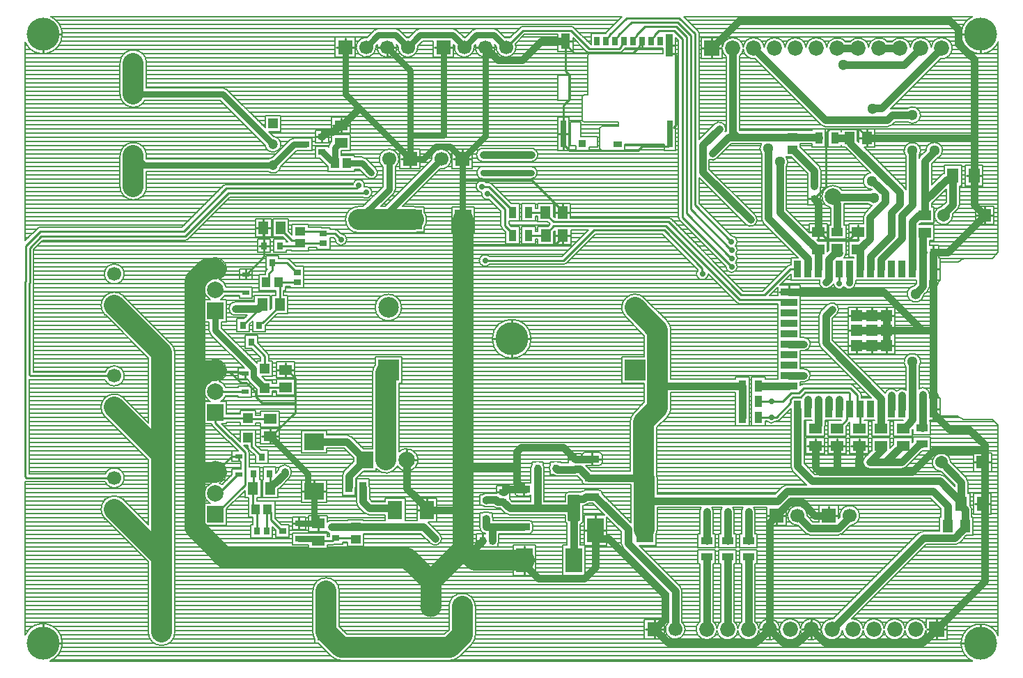
<source format=gtl>
G04*
G04 #@! TF.GenerationSoftware,Altium Limited,Altium Designer,22.7.1 (60)*
G04*
G04 Layer_Physical_Order=1*
G04 Layer_Color=255*
%FSLAX44Y44*%
%MOMM*%
G71*
G04*
G04 #@! TF.SameCoordinates,C135ED8F-C31E-46FA-BF74-57CE0E3476C4*
G04*
G04*
G04 #@! TF.FilePolarity,Positive*
G04*
G01*
G75*
%ADD14R,1.4082X1.0065*%
%ADD15R,1.5082X1.2065*%
G04:AMPARAMS|DCode=16|XSize=0.9mm|YSize=1.75mm|CornerRadius=0.0495mm|HoleSize=0mm|Usage=FLASHONLY|Rotation=90.000|XOffset=0mm|YOffset=0mm|HoleType=Round|Shape=RoundedRectangle|*
%AMROUNDEDRECTD16*
21,1,0.9000,1.6510,0,0,90.0*
21,1,0.8010,1.7500,0,0,90.0*
1,1,0.0990,0.8255,0.4005*
1,1,0.0990,0.8255,-0.4005*
1,1,0.0990,-0.8255,-0.4005*
1,1,0.0990,-0.8255,0.4005*
%
%ADD16ROUNDEDRECTD16*%
G04:AMPARAMS|DCode=17|XSize=3.2mm|YSize=1.75mm|CornerRadius=0.0525mm|HoleSize=0mm|Usage=FLASHONLY|Rotation=90.000|XOffset=0mm|YOffset=0mm|HoleType=Round|Shape=RoundedRectangle|*
%AMROUNDEDRECTD17*
21,1,3.2000,1.6450,0,0,90.0*
21,1,3.0950,1.7500,0,0,90.0*
1,1,0.1050,0.8225,1.5475*
1,1,0.1050,0.8225,-1.5475*
1,1,0.1050,-0.8225,-1.5475*
1,1,0.1050,-0.8225,1.5475*
%
%ADD17ROUNDEDRECTD17*%
%ADD18R,0.9500X1.4500*%
%ADD19R,0.7500X0.9000*%
%ADD20R,1.4000X1.8000*%
%ADD21R,0.8300X0.6300*%
%ADD22R,1.4500X0.9500*%
%ADD23R,1.2065X1.5082*%
%ADD24R,0.9000X0.8000*%
%ADD25R,1.0046X1.2621*%
%ADD26R,0.9000X2.0000*%
%ADD27R,2.0000X0.9000*%
%ADD28R,1.3300X1.3300*%
%ADD29R,0.9000X0.7500*%
%ADD30R,1.2621X1.0046*%
%ADD31R,0.8000X0.9000*%
%ADD32R,0.8000X0.9000*%
G04:AMPARAMS|DCode=33|XSize=3.15mm|YSize=1.45mm|CornerRadius=0.0508mm|HoleSize=0mm|Usage=FLASHONLY|Rotation=90.000|XOffset=0mm|YOffset=0mm|HoleType=Round|Shape=RoundedRectangle|*
%AMROUNDEDRECTD33*
21,1,3.1500,1.3485,0,0,90.0*
21,1,3.0485,1.4500,0,0,90.0*
1,1,0.1015,0.6743,1.5243*
1,1,0.1015,0.6743,-1.5243*
1,1,0.1015,-0.6743,-1.5243*
1,1,0.1015,-0.6743,1.5243*
%
%ADD33ROUNDEDRECTD33*%
G04:AMPARAMS|DCode=34|XSize=0.9mm|YSize=1.45mm|CornerRadius=0.0495mm|HoleSize=0mm|Usage=FLASHONLY|Rotation=90.000|XOffset=0mm|YOffset=0mm|HoleType=Round|Shape=RoundedRectangle|*
%AMROUNDEDRECTD34*
21,1,0.9000,1.3510,0,0,90.0*
21,1,0.8010,1.4500,0,0,90.0*
1,1,0.0990,0.6755,0.4005*
1,1,0.0990,0.6755,-0.4005*
1,1,0.0990,-0.6755,-0.4005*
1,1,0.0990,-0.6755,0.4005*
%
%ADD34ROUNDEDRECTD34*%
%ADD35R,2.0000X3.0000*%
%ADD36R,1.1500X1.1500*%
%ADD37R,2.3300X1.9900*%
%ADD38R,0.8065X1.3082*%
%ADD39R,0.7000X1.1000*%
%ADD40R,0.8600X2.8000*%
%ADD41R,0.7000X3.3000*%
%ADD42R,1.1400X1.8300*%
%ADD43R,0.8000X0.8000*%
%ADD44R,1.7145X2.1844*%
%ADD45R,1.9900X2.3300*%
%ADD46R,0.9000X0.9300*%
%ADD47R,1.0500X0.7800*%
%ADD48R,0.6300X0.8300*%
%ADD63R,2.5000X2.5000*%
%ADD64C,2.5000*%
%ADD65C,1.5406*%
%ADD66R,1.5406X1.5406*%
%ADD67C,1.2000*%
%ADD68R,1.2000X1.2000*%
%ADD69R,1.7500X1.7500*%
%ADD70C,1.7500*%
%ADD71C,1.8400*%
%ADD72R,1.8400X1.8400*%
%ADD76R,2.0000X2.0000*%
%ADD77C,2.0000*%
%ADD78R,2.0000X2.0000*%
%ADD84C,0.2032*%
%ADD85C,0.2540*%
%ADD86C,0.9000*%
%ADD87C,2.5000*%
%ADD88C,0.8000*%
%ADD89C,1.7000*%
%ADD90R,1.7000X1.7000*%
%ADD91R,1.7000X1.7000*%
%ADD92C,4.0000*%
%ADD93C,1.3000*%
%ADD94C,0.7000*%
%ADD95C,1.2700*%
D14*
X995680Y529478D02*
D03*
Y510461D02*
D03*
D15*
X972820Y529939D02*
D03*
Y508921D02*
D03*
X1075690Y270161D02*
D03*
Y291179D02*
D03*
X1049020Y270161D02*
D03*
Y291179D02*
D03*
X1022350D02*
D03*
Y270161D02*
D03*
X995680Y291179D02*
D03*
Y270161D02*
D03*
X969010Y291179D02*
D03*
Y270161D02*
D03*
X1102360Y550259D02*
D03*
Y529241D02*
D03*
X392430Y638461D02*
D03*
Y659479D02*
D03*
X364490Y154591D02*
D03*
Y175609D02*
D03*
X325120Y341281D02*
D03*
Y362299D02*
D03*
X306070Y302609D02*
D03*
Y281591D02*
D03*
X1021080Y529939D02*
D03*
Y508921D02*
D03*
D16*
X697730Y254140D02*
D03*
Y231140D02*
D03*
Y208140D02*
D03*
D17*
X760230Y231140D02*
D03*
D18*
X880520Y342900D02*
D03*
X900020D02*
D03*
X880520Y304800D02*
D03*
X900020D02*
D03*
X880520Y323850D02*
D03*
X900020D02*
D03*
X620620Y525780D02*
D03*
X601120D02*
D03*
X620620Y553720D02*
D03*
X601120D02*
D03*
X973230Y643890D02*
D03*
X992730D02*
D03*
D19*
X1100170Y505460D02*
D03*
X1112170D02*
D03*
X576230Y154940D02*
D03*
X564230D02*
D03*
X301910Y166370D02*
D03*
X289910D02*
D03*
D20*
X1146510Y199390D02*
D03*
X1172510D02*
D03*
X1162350Y598170D02*
D03*
X1136350D02*
D03*
D21*
X568960Y204190D02*
D03*
Y181890D02*
D03*
X276860Y456210D02*
D03*
Y478510D02*
D03*
X267970Y235230D02*
D03*
Y257530D02*
D03*
X275590Y335560D02*
D03*
Y357860D02*
D03*
D22*
X1098550Y272190D02*
D03*
Y291690D02*
D03*
X887730Y154530D02*
D03*
Y135030D02*
D03*
X862330Y154530D02*
D03*
Y135030D02*
D03*
X836930Y154530D02*
D03*
Y135030D02*
D03*
D23*
X1150969Y172720D02*
D03*
X1129951D02*
D03*
X641350Y525780D02*
D03*
X662367D02*
D03*
X641001Y553720D02*
D03*
X662019D02*
D03*
X317849Y441960D02*
D03*
X296831D02*
D03*
X306419Y218440D02*
D03*
X285401D02*
D03*
X1031589Y643890D02*
D03*
X298101Y534670D02*
D03*
X319119D02*
D03*
X1010571Y643890D02*
D03*
D24*
X369410Y626770D02*
D03*
X349410Y636270D02*
D03*
X369410Y645770D02*
D03*
X321470Y166370D02*
D03*
X341470Y175870D02*
D03*
Y156870D02*
D03*
D25*
X384922Y613410D02*
D03*
X399938D02*
D03*
X303418Y193040D02*
D03*
X288402D02*
D03*
X301214Y468630D02*
D03*
X316230D02*
D03*
D26*
X1112600Y485000D02*
D03*
X1099900D02*
D03*
X1087200D02*
D03*
X1074500D02*
D03*
X1061800D02*
D03*
X1049100D02*
D03*
X1036400D02*
D03*
X1023700D02*
D03*
X1011000D02*
D03*
X998300D02*
D03*
X985600D02*
D03*
X972900D02*
D03*
X960200D02*
D03*
X947500D02*
D03*
Y315000D02*
D03*
X960200D02*
D03*
X972900D02*
D03*
X985600D02*
D03*
X998300D02*
D03*
X1011000D02*
D03*
X1023700D02*
D03*
X1036400D02*
D03*
X1049100D02*
D03*
X1061800D02*
D03*
X1074500D02*
D03*
X1087200D02*
D03*
X1099900D02*
D03*
X1112600D02*
D03*
D27*
X937500Y457150D02*
D03*
Y444450D02*
D03*
Y431750D02*
D03*
Y419050D02*
D03*
Y406350D02*
D03*
Y393650D02*
D03*
Y380950D02*
D03*
Y368250D02*
D03*
Y355550D02*
D03*
Y342850D02*
D03*
D28*
X1055950Y428350D02*
D03*
Y410000D02*
D03*
Y391650D02*
D03*
X1037600Y428350D02*
D03*
Y410000D02*
D03*
Y391650D02*
D03*
X1019250Y428350D02*
D03*
Y410000D02*
D03*
Y391650D02*
D03*
D29*
X386080Y157830D02*
D03*
Y169830D02*
D03*
X676910Y253650D02*
D03*
Y241650D02*
D03*
X589280Y214280D02*
D03*
Y202280D02*
D03*
X339090Y468980D02*
D03*
Y480980D02*
D03*
X370840Y527970D02*
D03*
Y515970D02*
D03*
D30*
X410210Y156322D02*
D03*
Y171338D02*
D03*
X941070Y645048D02*
D03*
Y630032D02*
D03*
X342900Y530860D02*
D03*
Y515844D02*
D03*
D31*
X283210Y396400D02*
D03*
X292710Y416400D02*
D03*
X273710D02*
D03*
X286410Y236380D02*
D03*
X305410D02*
D03*
X295910Y256380D02*
D03*
D32*
X318110Y512920D02*
D03*
X308610Y492920D02*
D03*
X299110Y512920D02*
D03*
D33*
X675910Y194310D02*
D03*
D34*
X614410D02*
D03*
Y171310D02*
D03*
Y217310D02*
D03*
D35*
X675160Y130810D02*
D03*
X615160D02*
D03*
X761520Y167640D02*
D03*
X701520D02*
D03*
D36*
X299720Y363540D02*
D03*
Y340041D02*
D03*
X279400Y280350D02*
D03*
Y303850D02*
D03*
D37*
X359410Y215010D02*
D03*
Y275210D02*
D03*
D38*
X401701Y219710D02*
D03*
X418719D02*
D03*
D39*
X758835Y762000D02*
D03*
X703835D02*
D03*
X714835D02*
D03*
X725835D02*
D03*
X736835D02*
D03*
X747835D02*
D03*
X769835D02*
D03*
X780835D02*
D03*
D40*
X791635Y757000D02*
D03*
D41*
X792435Y649200D02*
D03*
X662835D02*
D03*
D42*
X665035Y761850D02*
D03*
D43*
X967740Y570350D02*
D03*
Y585350D02*
D03*
D44*
X496888Y191770D02*
D03*
X458153D02*
D03*
D45*
X540640Y544830D02*
D03*
X480440D02*
D03*
D46*
X685935Y637350D02*
D03*
D47*
X728585Y636600D02*
D03*
D48*
X653770Y243066D02*
D03*
X631470D02*
D03*
D63*
X450000Y361900D02*
D03*
X750000D02*
D03*
D64*
X450000Y438100D02*
D03*
X750000D02*
D03*
D65*
X1124981Y550000D02*
D03*
X1122441Y250000D02*
D03*
D66*
X1175019Y550000D02*
D03*
X1172479Y250000D02*
D03*
D67*
X309830Y610870D02*
D03*
Y636270D02*
D03*
D68*
Y661670D02*
D03*
D69*
X140000Y585000D02*
D03*
D70*
Y735000D02*
D03*
D71*
X1122830Y753110D02*
D03*
X1097430D02*
D03*
X1072030D02*
D03*
X1046630D02*
D03*
X1021230D02*
D03*
X995830D02*
D03*
X970430D02*
D03*
X945030D02*
D03*
X919630D02*
D03*
X894230D02*
D03*
X868830D02*
D03*
X938530Y46990D02*
D03*
X836930D02*
D03*
X862330D02*
D03*
X887730D02*
D03*
X989330D02*
D03*
X1014730D02*
D03*
X1040130D02*
D03*
X1065530D02*
D03*
X1090930D02*
D03*
X963930D02*
D03*
X913130D02*
D03*
D72*
X843430Y753110D02*
D03*
X1116330Y46990D02*
D03*
D76*
X239780Y434340D02*
D03*
Y310515D02*
D03*
Y186690D02*
D03*
X374320Y43580D02*
D03*
D77*
X239780Y459740D02*
D03*
Y485140D02*
D03*
Y335915D02*
D03*
Y361315D02*
D03*
Y212090D02*
D03*
Y237490D02*
D03*
X447040Y252980D02*
D03*
X472440D02*
D03*
X174320Y93580D02*
D03*
Y43580D02*
D03*
X374320Y93580D02*
D03*
X990600Y572770D02*
D03*
X414020Y544830D02*
D03*
D78*
X421640Y252980D02*
D03*
D84*
X1160251Y791444D02*
G03*
X1191594Y760588I9749J-21444D01*
G01*
X1135586Y753110D02*
G03*
X1110130Y754304I-12756J0D01*
G01*
X1121533Y740420D02*
G03*
X1135586Y753110I1297J12690D01*
G01*
X1110130Y754304D02*
G03*
X1084730Y754304I-12700J-1194D01*
G01*
X1097176Y671830D02*
G03*
X1081101Y679886I-10056J0D01*
G01*
X1097176Y628650D02*
G03*
X1079064Y622631I-10056J0D01*
G01*
X1123846Y628650D02*
G03*
X1103737Y628908I-10056J0D01*
G01*
X1081101Y663774D02*
G03*
X1097176Y671830I6019J8056D01*
G01*
X1116614Y618999D02*
G03*
X1123846Y628650I-2824J9651D01*
G01*
X1095176Y622631D02*
G03*
X1097176Y628650I-8056J6019D01*
G01*
X1096664Y621834D02*
G03*
X1095176Y619783I5696J-5696D01*
G01*
X1096664Y621834D02*
G03*
X1095176Y619783I5696J-5696D01*
G01*
X1142047Y557406D02*
G03*
X1144406Y563102I-5696J5696D01*
G01*
X1125794Y601313D02*
G03*
X1122644Y599366I2546J-7643D01*
G01*
X1125794Y601313D02*
G03*
X1122644Y599366I2546J-7643D01*
G01*
X1079064Y581495D02*
G03*
X1077577Y583546I-7184J-3645D01*
G01*
X1142047Y557406D02*
G03*
X1144406Y563102I-5696J5696D01*
G01*
X1122924Y561069D02*
G03*
X1136240Y550000I2057J-11070D01*
G01*
X1079064Y581495D02*
G03*
X1077577Y583546I-7184J-3645D01*
G01*
X1084730Y754304D02*
G03*
X1062140Y761166I-12700J-1194D01*
G01*
X1056520D02*
G03*
X1033930Y754304I-9890J-8056D01*
G01*
X1062605Y679886D02*
G03*
X1060792Y679679I0J-8056D01*
G01*
X1062605Y679886D02*
G03*
X1060792Y679679I0J-8056D01*
G01*
X1056685Y657854D02*
G03*
X1062381Y660213I0J8056D01*
G01*
X1056685Y657854D02*
G03*
X1062381Y660213I0J8056D01*
G01*
X1005720Y761166D02*
G03*
X983130Y754304I-9890J-8056D01*
G01*
X1033930D02*
G03*
X1011340Y761166I-12700J-1194D01*
G01*
X983130Y754304D02*
G03*
X957730Y754304I-12700J-1194D01*
G01*
X975733Y660213D02*
G03*
X981430Y657854I5696J5696D01*
G01*
X975733Y660213D02*
G03*
X981430Y657854I5696J5696D01*
G01*
X1036518Y601819D02*
G03*
X1037622Y581764I1072J-9999D01*
G01*
X1038047Y581338D02*
G03*
X1035071Y580191I2083J-9838D01*
G01*
X1033344Y564079D02*
G03*
X1038047Y561662I6786J7421D01*
G01*
X1005659Y632793D02*
G03*
X1006407Y631930I6445J4833D01*
G01*
X1005659Y632793D02*
G03*
X1006407Y631930I6445J4833D01*
G01*
X975796Y604650D02*
G03*
X973437Y610346I-8056J0D01*
G01*
X975796Y604650D02*
G03*
X973437Y610346I-8056J0D01*
G01*
X1001944Y580191D02*
G03*
X987624Y559545I-11344J-7421D01*
G01*
X975296Y582556D02*
G03*
X975796Y585350I-7556J2794D01*
G01*
X1136240Y550000D02*
G03*
X1136140Y551499I-11259J0D01*
G01*
X1150400Y497556D02*
G03*
X1145057Y495343I0J-7556D01*
G01*
X1150400Y497556D02*
G03*
X1145051Y495337I0J-7556D01*
G01*
X1029965Y553579D02*
G03*
X1027605Y547883I5696J-5696D01*
G01*
X1029965Y553579D02*
G03*
X1027605Y547883I5696J-5696D01*
G01*
X1119163Y469449D02*
G03*
X1116944Y464100I5337J-5349D01*
G01*
X1119157Y469443D02*
G03*
X1116944Y464100I5343J-5343D01*
G01*
X1105596Y457934D02*
G03*
X1107956Y463630I-5696J5696D01*
G01*
X1105596Y457934D02*
G03*
X1107956Y463630I-5696J5696D01*
G01*
X1089489Y464612D02*
G03*
X1100882Y453219I1441J-9952D01*
G01*
X1005936Y501873D02*
G03*
X1006276Y504190I-7716J2317D01*
G01*
X1003978Y498556D02*
G03*
X1005936Y501873I-5758J5634D01*
G01*
X1015837Y462651D02*
G03*
X1018056Y468000I-5337J5349D01*
G01*
X1015843Y462657D02*
G03*
X1018056Y468000I-5343J5343D01*
G01*
X1004015Y463335D02*
G03*
X1015533Y462347I6175J4355D01*
G01*
X991219Y466477D02*
G03*
X1004015Y463335I7000J883D01*
G01*
X997386Y435610D02*
G03*
X983633Y441306I-8056J0D01*
G01*
X995026Y429913D02*
G03*
X997386Y435610I-5696J5696D01*
G01*
X974469Y471444D02*
G03*
X987737Y462994I7571J-2754D01*
G01*
X976013Y433686D02*
G03*
X973654Y427990I5696J-5696D01*
G01*
X976013Y433686D02*
G03*
X973654Y427990I5696J-5696D01*
G01*
Y394970D02*
G03*
X976013Y389273I8056J0D01*
G01*
X973654Y394970D02*
G03*
X976013Y389273I8056J0D01*
G01*
X957730Y754304D02*
G03*
X932330Y754304I-12700J-1194D01*
G01*
D02*
G03*
X906930Y754304I-12700J-1194D01*
G01*
D02*
G03*
X881530Y754304I-12700J-1194D01*
G01*
D02*
G03*
X856186Y754797I-12700J-1194D01*
G01*
X876886Y743220D02*
G03*
X881530Y751916I-8056J9890D01*
G01*
D02*
G03*
X895527Y740420I12700J1194D01*
G01*
X856186Y751423D02*
G03*
X860774Y743220I12644J1687D01*
G01*
X827786Y770916D02*
G03*
X826373Y774328I-4826J0D01*
G01*
X827786Y770916D02*
G03*
X826365Y774335I-4826J0D01*
G01*
X903646Y636992D02*
G03*
X903804Y625171I8213J-5802D01*
G01*
X860774Y652633D02*
G03*
X859542Y652071I2714J-7585D01*
G01*
X860774Y652633D02*
G03*
X859542Y652071I2714J-7585D01*
G01*
X860226Y655320D02*
G03*
X846473Y661016I-8056J0D01*
G01*
X859542Y652071D02*
G03*
X860226Y655320I-7372J3249D01*
G01*
X736550Y751502D02*
G03*
X737547Y752944I-3405J3420D01*
G01*
X736557Y751509D02*
G03*
X737547Y752944I-3413J3413D01*
G01*
X730913Y747864D02*
G03*
X734333Y749285I0J4826D01*
G01*
X715119Y772498D02*
G03*
X714123Y771056I3405J-3420D01*
G01*
X715112Y772491D02*
G03*
X714123Y771056I3413J-3413D01*
G01*
X675726Y778223D02*
G03*
X672313Y779636I-3413J-3413D01*
G01*
X675733Y778215D02*
G03*
X672313Y779636I-3420J-3405D01*
G01*
X730913Y747864D02*
G03*
X734326Y749277I0J4826D01*
G01*
X691014Y749285D02*
G03*
X694433Y747864I3420J3405D01*
G01*
X691021Y749277D02*
G03*
X694433Y747864I3413J3413D01*
G01*
X959684Y585350D02*
G03*
X960184Y582556I8056J0D01*
G01*
X935886Y615020D02*
G03*
X933559Y621453I-10056J0D01*
G01*
X933886Y609001D02*
G03*
X935886Y615020I-8056J6019D01*
G01*
X903804Y546352D02*
G03*
X906163Y540655I8056J0D01*
G01*
X903804Y546352D02*
G03*
X906163Y540655I8056J0D01*
G01*
X884574Y539133D02*
G03*
X898326Y544830I5696J5696D01*
G01*
D02*
G03*
X895966Y550527I-8056J0D01*
G01*
X939030Y489826D02*
G03*
X935618Y488413I0J-4826D01*
G01*
X939030Y489826D02*
G03*
X935610Y488405I0J-4826D01*
G01*
X872216Y513167D02*
G03*
X874377Y518249I-4895J5082D01*
G01*
X874466Y508000D02*
G03*
X872216Y513167I-7056J0D01*
G01*
X874555Y497929D02*
G03*
X872397Y503008I-7056J0D01*
G01*
X872305Y492762D02*
G03*
X874555Y497929I-4806J5167D01*
G01*
X872397Y503008D02*
G03*
X874466Y508000I-4987J4992D01*
G01*
X963096Y393700D02*
G03*
X954144Y401706I-8056J0D01*
G01*
X960736Y388004D02*
G03*
X963096Y393700I-5696J5696D01*
G01*
X874466Y487680D02*
G03*
X872305Y492762I-7056J0D01*
G01*
X873518Y444268D02*
G03*
X876930Y442854I3413J3413D01*
G01*
X873510Y444275D02*
G03*
X876930Y442854I3420J3405D01*
G01*
X840176Y617956D02*
G03*
X849357Y619524I3484J7264D01*
G01*
X793752Y545616D02*
G03*
X790332Y547037I-3420J-3405D01*
G01*
X793745Y545624D02*
G03*
X790332Y547037I-3413J-3413D01*
G01*
X802894Y547370D02*
G03*
X804315Y543950I4826J0D01*
G01*
X802894Y547370D02*
G03*
X804307Y543957I4826J0D01*
G01*
X874377Y518249D02*
G03*
X867094Y525301I-7056J0D01*
G01*
X860358Y487907D02*
G03*
X874466Y487680I7052J-227D01*
G01*
X826500Y483390D02*
G03*
X838906Y478790I5350J-4600D01*
G01*
X793596Y410560D02*
G03*
X788893Y421913I-16056J0D01*
G01*
X793596Y410560D02*
G03*
X788893Y421913I-16056J0D01*
G01*
X761353Y449453D02*
G03*
X738647Y426747I-11353J-11353D01*
G01*
X761353Y449453D02*
G03*
X738647Y426747I-11353J-11353D01*
G01*
X1116944Y334730D02*
G03*
X1119163Y329381I7556J0D01*
G01*
X1116944Y334730D02*
G03*
X1119157Y329387I7556J0D01*
G01*
X1143887Y304657D02*
G03*
X1149230Y302444I5343J5343D01*
G01*
X1143881Y304663D02*
G03*
X1149230Y302444I5349J5337D01*
G01*
X1097176Y372110D02*
G03*
X1079144Y365986I-10056J0D01*
G01*
X1095256Y366200D02*
G03*
X1097176Y372110I-8136J5910D01*
G01*
X1107876Y332740D02*
G03*
X1095256Y339378I-8056J0D01*
G01*
X1079144Y337996D02*
G03*
X1068078Y336438I-4724J-6526D01*
G01*
X1068078D02*
G03*
X1067496Y337086I-6278J-5048D01*
G01*
X1067417Y337166D02*
G03*
X1054072Y334001I-5696J-5696D01*
G01*
X1068078Y336438D02*
G03*
X1067496Y337086I-6278J-5048D01*
G01*
X1133699Y250135D02*
G03*
X1122306Y238742I-11258J-135D01*
G01*
X1025296Y331426D02*
G03*
X1023883Y334839I-4826J0D01*
G01*
X1025296Y331426D02*
G03*
X1023875Y334846I-4826J0D01*
G01*
X960736Y349903D02*
G03*
X963096Y355600I-5696J5696D01*
G01*
X954990Y347494D02*
G03*
X960686Y349854I0J8056D01*
G01*
X954990Y347494D02*
G03*
X960686Y349854I0J8056D01*
G01*
X954990Y385594D02*
G03*
X960686Y387953I0J8056D01*
G01*
X954990Y385594D02*
G03*
X960686Y387953I0J8056D01*
G01*
X963096Y355600D02*
G03*
X954144Y363606I-8056J0D01*
G01*
X1014949Y343773D02*
G03*
X1011536Y345186I-3413J-3413D01*
G01*
X1014956Y343765D02*
G03*
X1011536Y345186I-3420J-3405D01*
G01*
X980107Y291469D02*
G03*
X980956Y295068I-7207J3600D01*
G01*
X980107Y291469D02*
G03*
X980956Y295068I-7207J3600D01*
G01*
X1074050Y242134D02*
G03*
X1079746Y244494I0J8056D01*
G01*
X1126487Y232806D02*
G03*
X1120790Y235166I-5696J-5696D01*
G01*
X1126487Y232806D02*
G03*
X1120790Y235166I-5696J-5696D01*
G01*
X1159025Y192931D02*
G03*
X1157066Y198196I-8056J0D01*
G01*
X1159025Y192931D02*
G03*
X1157066Y198196I-8056J0D01*
G01*
X1154566Y225931D02*
G03*
X1152206Y231628I-8056J0D01*
G01*
X1154566Y225931D02*
G03*
X1152206Y231628I-8056J0D01*
G01*
X1148768Y156615D02*
G03*
X1150605Y159455I-5696J5696D01*
G01*
X1148768Y156615D02*
G03*
X1150605Y159455I-5696J5696D01*
G01*
X1191594Y39412D02*
G03*
X1160251Y8556I-21594J-9412D01*
G01*
X1138900Y150083D02*
G03*
X1144596Y152442I0J8056D01*
G01*
X1138900Y150083D02*
G03*
X1144596Y152442I0J8056D01*
G01*
X1100479Y166195D02*
G03*
X1094782Y163835I0J-8056D01*
G01*
X1100479Y166195D02*
G03*
X1094782Y163835I0J-8056D01*
G01*
X1103574Y48677D02*
G03*
X1078230Y48184I-12644J-1687D01*
G01*
Y45796D02*
G03*
X1103574Y45303I12700J1194D01*
G01*
X1029353Y255886D02*
G03*
X1035050Y242134I5696J-5696D01*
G01*
X1029353Y255886D02*
G03*
X1035050Y242134I5696J-5696D01*
G01*
X1074050D02*
G03*
X1079746Y244494I0J8056D01*
G01*
X1069283Y206684D02*
G03*
X1070610Y206574I1327J7946D01*
G01*
X1022976Y185420D02*
G03*
X999039Y183375I-12056J0D01*
G01*
X959476Y185420D02*
G03*
X948097Y173383I-12056J0D01*
G01*
X1011849Y173400D02*
G03*
X1022976Y185420I-929J12020D01*
G01*
X996936Y161824D02*
G03*
X1002633Y164184I0J8056D01*
G01*
X996936Y161824D02*
G03*
X1002633Y164184I0J8056D01*
G01*
X957296D02*
G03*
X962993Y161824I5696J5696D01*
G01*
X957296Y164184D02*
G03*
X962993Y161824I5696J5696D01*
G01*
X1078230Y48184D02*
G03*
X1052830Y48184I-12700J-1194D01*
G01*
Y45796D02*
G03*
X1078230Y45796I12700J1194D01*
G01*
X1052830Y48184D02*
G03*
X1027430Y48184I-12700J-1194D01*
G01*
Y45796D02*
G03*
X1052830Y45796I12700J1194D01*
G01*
X976630Y48184D02*
G03*
X951230Y48184I-12700J-1194D01*
G01*
X990627Y59680D02*
G03*
X976630Y48184I-1297J-12690D01*
G01*
X1027430D02*
G03*
X1013410Y59678I-12700J-1194D01*
G01*
X1002030Y45796D02*
G03*
X1027430Y45796I12700J1194D01*
G01*
X976630D02*
G03*
X1002030Y45796I12700J1194D01*
G01*
X951230D02*
G03*
X976630Y45796I12700J1194D01*
G01*
X954898Y345186D02*
G03*
X951479Y343765I0J-4826D01*
G01*
X954898Y345186D02*
G03*
X951486Y343773I0J-4826D01*
G01*
X921698Y299974D02*
G03*
X925110Y301388I0J4826D01*
G01*
X921698Y299974D02*
G03*
X925117Y301395I0J4826D01*
G01*
X910523Y299974D02*
G03*
X920817Y299974I5148J4826D01*
G01*
X939444Y245030D02*
G03*
X941804Y239334I8056J0D01*
G01*
X939444Y245030D02*
G03*
X941804Y239334I8056J0D01*
G01*
X935020Y222796D02*
G03*
X929324Y220436I0J-8056D01*
G01*
X935020Y222796D02*
G03*
X929324Y220436I0J-8056D01*
G01*
X830347Y195144D02*
G03*
X828874Y190500I6583J-4644D01*
G01*
X855747Y195144D02*
G03*
X854274Y190500I6583J-4644D01*
G01*
X870386D02*
G03*
X868913Y195144I-8056J0D01*
G01*
X844986Y190500D02*
G03*
X843513Y195144I-8056J0D01*
G01*
X881147D02*
G03*
X879674Y190500I6583J-4644D01*
G01*
X895786D02*
G03*
X894313Y195144I-8056J0D01*
G01*
X788893Y304937D02*
G03*
X793596Y316290I-11353J11353D01*
G01*
X788893Y304937D02*
G03*
X793596Y316290I-11353J11353D01*
G01*
X748877Y310333D02*
G03*
X744174Y298980I11353J-11353D01*
G01*
X748877Y310333D02*
G03*
X744174Y298980I11353J-11353D01*
G01*
X710036Y258145D02*
G03*
X705985Y262196I-4051J0D01*
G01*
X689475D02*
G03*
X685424Y258145I0J-4051D01*
G01*
X705985Y246084D02*
G03*
X710036Y250135I0J4051D01*
G01*
X685424D02*
G03*
X685512Y249294I4051J0D01*
G01*
X776931Y230495D02*
G03*
X776286Y235000I-16056J0D01*
G01*
X776931Y230495D02*
G03*
X776286Y235000I-16056J0D01*
G01*
X710036Y212145D02*
G03*
X705985Y216196I-4051J0D01*
G01*
X685424Y227135D02*
G03*
X689475Y223084I4051J0D01*
G01*
X676560Y233244D02*
G03*
X678909Y233594I0J8056D01*
G01*
X676560Y233244D02*
G03*
X678909Y233594I0J8056D01*
G01*
X687160Y197504D02*
G03*
X692857Y199863I0J8056D01*
G01*
X687160Y197504D02*
G03*
X692857Y199863I0J8056D01*
G01*
X688832Y216145D02*
G03*
X684044Y213836I908J-8005D01*
G01*
X688832Y216145D02*
G03*
X684044Y213836I908J-8005D01*
G01*
X925830Y48184D02*
G03*
X900430Y48184I-12700J-1194D01*
G01*
X951230D02*
G03*
X925830Y48184I-12700J-1194D01*
G01*
X900430D02*
G03*
X895786Y56880I-12700J-1194D01*
G01*
X879674D02*
G03*
X875030Y48184I8056J-9890D01*
G01*
X925830Y45796D02*
G03*
X951230Y45796I12700J1194D01*
G01*
X900430D02*
G03*
X925830Y45796I12700J1194D01*
G01*
X875030D02*
G03*
X900430Y45796I12700J1194D01*
G01*
X875030Y48184D02*
G03*
X870386Y56880I-12700J-1194D01*
G01*
X849630Y48184D02*
G03*
X844986Y56880I-12700J-1194D01*
G01*
X854274D02*
G03*
X849630Y48184I8056J-9890D01*
G01*
Y45796D02*
G03*
X875030Y45796I12700J1194D01*
G01*
X775076Y160793D02*
G03*
X776931Y168285I-14201J7492D01*
G01*
X733279Y151475D02*
G03*
X735639Y145779I8056J0D01*
G01*
X733279Y151475D02*
G03*
X735639Y145779I8056J0D01*
G01*
X683591Y175114D02*
G03*
X686716Y179067I-939J3954D01*
G01*
X828874Y56880D02*
G03*
X849630Y45796I8056J-9890D01*
G01*
X806886Y93980D02*
G03*
X804527Y99677I-8056J0D01*
G01*
X806886Y93980D02*
G03*
X804527Y99677I-8056J0D01*
G01*
X810886Y46990D02*
G03*
X806886Y55959I-12056J0D01*
G01*
X790774D02*
G03*
X810886Y46990I8056J-8969D01*
G01*
X613520Y779636D02*
G03*
X610107Y778223I0J-4826D01*
G01*
X613520Y779636D02*
G03*
X610100Y778215I0J-4826D01*
G01*
X583399Y774757D02*
G03*
X578050Y776976I-5349J-5337D01*
G01*
X583393Y774763D02*
G03*
X578050Y776976I-5343J-5343D01*
G01*
X597490Y765605D02*
G03*
X591790Y766366I-4400J-11225D01*
G01*
X605146Y754380D02*
G03*
X604315Y758780I-12056J0D01*
G01*
X579746Y754380D02*
G03*
X579354Y757430I-12056J0D01*
G01*
X557330Y776976D02*
G03*
X551987Y774763I0J-7556D01*
G01*
X557330Y776976D02*
G03*
X551981Y774757I0J-7556D01*
G01*
X543590Y766366D02*
G03*
X541780Y766425I-1300J-11986D01*
G01*
X533442Y774763D02*
G03*
X528099Y776976I-5343J-5343D01*
G01*
X533448Y774757D02*
G03*
X528099Y776976I-5349J-5337D01*
G01*
X488750D02*
G03*
X483407Y774763I0J-7556D01*
G01*
X554346Y754380D02*
G03*
X554276Y755680I-12056J0D01*
G01*
X485766Y754380D02*
G03*
X485696Y755680I-12056J0D01*
G01*
X581104D02*
G03*
X605146Y754380I11986J-1300D01*
G01*
X556026Y757430D02*
G03*
X579746Y754380I11664J-3050D01*
G01*
X631626Y623570D02*
G03*
X623570Y631626I-8056J0D01*
G01*
X565150D02*
G03*
X565150Y615514I0J-8056D01*
G01*
X623570Y594424D02*
G03*
X631126Y601980I0J7556D01*
G01*
D02*
G03*
X623570Y609536I-7556J0D01*
G01*
Y615514D02*
G03*
X631626Y623570I0J8056D01*
G01*
X565150Y609536D02*
G03*
X565150Y594424I0J-7556D01*
G01*
X530409Y756425D02*
G03*
X554346Y754380I11881J-2045D01*
G01*
X526406Y618490D02*
G03*
X502364Y617190I-12056J0D01*
G01*
X513050Y606504D02*
G03*
X526406Y618490I1300J11986D01*
G01*
X488750Y776976D02*
G03*
X483401Y774757I0J-7556D01*
G01*
X461724Y755680D02*
G03*
X485766Y754380I11986J-1300D01*
G01*
X475010Y766366D02*
G03*
X472410Y766366I-1300J-11986D01*
G01*
X464019Y774757D02*
G03*
X458670Y776976I-5349J-5337D01*
G01*
X464013Y774763D02*
G03*
X458670Y776976I-5343J-5343D01*
G01*
X437950D02*
G03*
X432601Y774757I0J-7556D01*
G01*
X437950Y776976D02*
G03*
X432607Y774763I0J-7556D01*
G01*
X436646Y757430D02*
G03*
X460366Y754380I11664J-3050D01*
G01*
D02*
G03*
X459974Y757430I-12056J0D01*
G01*
X424210Y766366D02*
G03*
X434966Y754380I-1300J-11986D01*
G01*
D02*
G03*
X434896Y755680I-12056J0D01*
G01*
X462906Y618490D02*
G03*
X443294Y609096I-12056J0D01*
G01*
X458406D02*
G03*
X462906Y618490I-7556J9394D01*
G01*
X423173Y618753D02*
G03*
X417830Y620966I-5343J-5343D01*
G01*
X423179Y618747D02*
G03*
X417830Y620966I-5349J-5337D01*
G01*
X423917Y596637D02*
G03*
X436816Y601980I5343J5343D01*
G01*
D02*
G03*
X434603Y607323I-7556J0D01*
G01*
X575600Y588565D02*
G03*
X572180Y589986I-3420J-3405D01*
G01*
X575592Y588573D02*
G03*
X572180Y589986I-3413J-3413D01*
G01*
X563345Y578124D02*
G03*
X572593Y569932I6885J-1544D01*
G01*
X569027Y589986D02*
G03*
X563345Y578124I-5148J-4826D01*
G01*
X663019Y490474D02*
G03*
X666438Y491895I0J4826D01*
G01*
X663019Y490474D02*
G03*
X666431Y491888I0J4826D01*
G01*
X586994Y537580D02*
G03*
X588408Y534168I4826J0D01*
G01*
X586994Y537580D02*
G03*
X588415Y534160I4826J0D01*
G01*
X572837Y500126D02*
G03*
X572837Y490474I-5148J-4826D01*
G01*
X623556Y400000D02*
G03*
X623556Y400000I-23556J0D01*
G01*
X485595Y560036D02*
G03*
X480440Y560886I-5155J-15206D01*
G01*
X493946Y536148D02*
G03*
X496496Y544830I-13506J8682D01*
G01*
D02*
G03*
X493946Y553512I-16056J0D01*
G01*
X420731Y584561D02*
G03*
X421076Y586740I-6711J2179D01*
G01*
X429966Y577850D02*
G03*
X420731Y584561I-7056J0D01*
G01*
X456193Y576317D02*
G03*
X458406Y581660I-5343J5343D01*
G01*
X456187Y576311D02*
G03*
X458406Y581660I-5337J5349D01*
G01*
X418723Y572171D02*
G03*
X429966Y577850I4187J5679D01*
G01*
X421076Y586740D02*
G03*
X407038Y587756I-7056J0D01*
G01*
X480440Y528774D02*
G03*
X485595Y529624I0J16056D01*
G01*
X414020Y560886D02*
G03*
X414020Y528774I0J-16056D01*
G01*
X385378Y520927D02*
G03*
X399486Y520700I7052J-227D01*
G01*
D02*
G03*
X392203Y527752I-7056J0D01*
G01*
X466056Y438100D02*
G03*
X466056Y438100I-16056J0D01*
G01*
X379585Y637811D02*
G03*
X377466Y633686I5337J-5349D01*
G01*
X379579Y637805D02*
G03*
X377466Y633686I5343J-5343D01*
G01*
D02*
G03*
X377366Y632462I7456J-1224D01*
G01*
X377466Y633686D02*
G03*
X377366Y632462I7456J-1224D01*
G01*
X335230Y643826D02*
G03*
X329887Y641613I0J-7556D01*
G01*
X319386Y636270D02*
G03*
X311036Y645750I-9556J0D01*
G01*
X335230Y643826D02*
G03*
X329881Y641607I0J-7556D01*
G01*
X300350Y635064D02*
G03*
X319386Y636270I9480J1206D01*
G01*
X375616Y610378D02*
G03*
X376343Y609739I5343J5343D01*
G01*
X369147Y535276D02*
G03*
X367200Y535686I-1947J-4416D01*
G01*
X388580Y531375D02*
G03*
X385160Y532796I-3420J-3405D01*
G01*
X388573Y531382D02*
G03*
X385160Y532796I-3413J-3413D01*
G01*
X369147Y535276D02*
G03*
X367200Y535686I-1947J-4416D01*
G01*
X303980Y603314D02*
G03*
X319310Y609664I5850J7556D01*
G01*
X308624Y620350D02*
G03*
X303980Y618426I1206J-9480D01*
G01*
X253943Y702843D02*
G03*
X248600Y705056I-5343J-5343D01*
G01*
X253949Y702837D02*
G03*
X248600Y705056I-5349J-5337D01*
G01*
X156056Y622500D02*
G03*
X123944Y622500I-16056J0D01*
G01*
X53556Y770000D02*
G03*
X39749Y791444I-23556J0D01*
G01*
X156056Y735000D02*
G03*
X123944Y735000I-16056J0D01*
G01*
X8556Y760251D02*
G03*
X53556Y770000I21444J9749D01*
G01*
X123944Y697500D02*
G03*
X154167Y689944I16056J0D01*
G01*
X253147Y587756D02*
G03*
X249727Y586335I0J-4826D01*
G01*
X253147Y587756D02*
G03*
X249734Y586343I0J-4826D01*
G01*
X203200Y519684D02*
G03*
X206620Y521105I0J4826D01*
G01*
X203200Y519684D02*
G03*
X206612Y521097I0J4826D01*
G01*
X123944Y585000D02*
G03*
X127694Y574687I16056J0D01*
G01*
X152306D02*
G03*
X156056Y585000I-12306J10313D01*
G01*
X127694Y574687D02*
G03*
X129687Y572694I12306J10313D01*
G01*
X150313D02*
G03*
X152306Y574687I-10313J12306D01*
G01*
X129687Y572694D02*
G03*
X150313Y572694I10313J12306D01*
G01*
X26670Y535686D02*
G03*
X23250Y534265I0J-4826D01*
G01*
X26670Y535686D02*
G03*
X23258Y534272I0J-4826D01*
G01*
X329813Y496333D02*
G03*
X326400Y497746I-3413J-3413D01*
G01*
X329819Y496325D02*
G03*
X326400Y497746I-3420J-3405D01*
G01*
X301562Y483279D02*
G03*
X300142Y479859I3405J-3420D01*
G01*
X301555Y483272D02*
G03*
X300142Y479859I3413J-3413D01*
G01*
X304546Y379390D02*
G03*
X303132Y382803I-4826J0D01*
G01*
X304546Y379390D02*
G03*
X303125Y382809I-4826J0D01*
G01*
X244521Y472440D02*
G03*
X253336Y485140I-4741J12700D01*
G01*
D02*
G03*
X235039Y472440I-13556J0D01*
G01*
X252986Y462801D02*
G03*
X244521Y472440I-13206J-3061D01*
G01*
X235039D02*
G03*
X233186Y447896I4741J-12700D01*
G01*
X246374D02*
G03*
X251626Y453149I-6594J11844D01*
G01*
X128896Y478790D02*
G03*
X128896Y478790I-12056J0D01*
G01*
X18716Y467032D02*
G03*
X18796Y467907I-4746J875D01*
G01*
X18716Y467032D02*
G03*
X18796Y467907I-4746J875D01*
G01*
X127444Y452746D02*
G03*
X106236Y452746I-10604J-12056D01*
G01*
X128193Y452043D02*
G03*
X127444Y452746I-11353J-11353D01*
G01*
X106236D02*
G03*
X104784Y451294I10604J-12056D01*
G01*
X264160Y444936D02*
G03*
X264160Y428824I0J-8056D01*
G01*
X232224Y410219D02*
G03*
X234437Y404876I7556J0D01*
G01*
X232224Y410219D02*
G03*
X234443Y404870I7556J0D01*
G01*
X104784Y451294D02*
G03*
X104784Y430086I12056J-10604D01*
G01*
D02*
G03*
X105487Y429337I12056J10604D01*
G01*
X190376Y383210D02*
G03*
X185673Y394563I-16056J0D01*
G01*
X190376Y383210D02*
G03*
X185673Y394563I-16056J0D01*
G01*
X656119Y250772D02*
G03*
X651421Y250772I-2349J-7706D01*
G01*
X649878Y235360D02*
G03*
X655320Y233244I5442J5940D01*
G01*
X649878Y235360D02*
G03*
X655320Y233244I5442J5940D01*
G01*
X633819Y250772D02*
G03*
X629121Y250772I-2349J-7706D01*
G01*
X485996Y252980D02*
G03*
X463096Y262801I-13556J0D01*
G01*
X624764Y247530D02*
G03*
X623414Y243066I6706J-4464D01*
G01*
X639526D02*
G03*
X638176Y247530I-8056J0D01*
G01*
X647064D02*
G03*
X647064Y238602I6706J-4464D01*
G01*
X623414Y224684D02*
G03*
X621165Y225366I-2249J-3369D01*
G01*
X607655D02*
G03*
X603604Y221315I0J-4051D01*
G01*
X669167Y213616D02*
G03*
X665104Y209552I0J-4063D01*
G01*
X621165Y209254D02*
G03*
X623414Y209936I0J4051D01*
G01*
X603604Y213305D02*
G03*
X607655Y209254I4051J0D01*
G01*
X581224Y212483D02*
G03*
X580390Y212526I-834J-8013D01*
G01*
X581224Y212483D02*
G03*
X580390Y212526I-834J-8013D01*
G01*
X569240D02*
G03*
X564381Y210896I0J-8056D01*
G01*
X569240Y212526D02*
G03*
X564381Y210896I0J-8056D01*
G01*
X561254Y206539D02*
G03*
X561254Y201841I7706J-2349D01*
G01*
X564496Y197484D02*
G03*
X571065Y196414I4464J6706D01*
G01*
X577058D02*
G03*
X582580Y194224I5522J5866D01*
G01*
X577058Y196414D02*
G03*
X582580Y194224I5522J5866D01*
G01*
X433944Y368229D02*
G03*
X430984Y358940I13096J-9289D01*
G01*
X433944Y368229D02*
G03*
X430984Y358940I13096J-9289D01*
G01*
X461197Y245406D02*
G03*
X485996Y252980I11243J7574D01*
G01*
X405107Y280906D02*
G03*
X399410Y283266I-5696J-5696D01*
G01*
X405107Y280906D02*
G03*
X399410Y283266I-5696J-5696D01*
G01*
X435196Y242140D02*
G03*
X461197Y245406I11844J10840D01*
G01*
X427242Y219242D02*
G03*
X426307Y223009I-8056J0D01*
G01*
X427242Y219242D02*
G03*
X426307Y223009I-8056J0D01*
G01*
X411130Y222414D02*
G03*
X411130Y217006I7588J-2704D01*
G01*
X411130Y201844D02*
G03*
X413490Y196147I8056J0D01*
G01*
X411130Y201844D02*
G03*
X413490Y196147I8056J0D01*
G01*
X396473Y239205D02*
G03*
X394113Y233509I5696J-5696D01*
G01*
X396473Y239205D02*
G03*
X394113Y233509I5696J-5696D01*
G01*
X409290Y216411D02*
G03*
X410225Y220177I-7121J3767D01*
G01*
X409290Y216411D02*
G03*
X410225Y220177I-7121J3767D01*
G01*
X394113Y222414D02*
G03*
X394113Y217006I7588J-2704D01*
G01*
X665104Y179067D02*
G03*
X667479Y175371I4063J0D01*
G01*
X625216Y175315D02*
G03*
X621165Y179366I-4051J0D01*
G01*
X591554Y188613D02*
G03*
X597250Y186254I5696J5696D01*
G01*
X621165Y163254D02*
G03*
X625216Y167305I0J4051D01*
G01*
X591554Y188613D02*
G03*
X597250Y186254I5696J5696D01*
G01*
X573424Y188596D02*
G03*
X564496Y188596I-4464J-6706D01*
G01*
X577016Y181890D02*
G03*
X576666Y184239I-8056J0D01*
G01*
X563404Y165613D02*
G03*
X568174Y163307I5696J5696D01*
G01*
X561254Y184239D02*
G03*
X560904Y181890I7706J-2349D01*
G01*
Y171450D02*
G03*
X563264Y165753I8056J0D01*
G01*
X560904Y171450D02*
G03*
X563264Y165753I8056J0D01*
G01*
X563404Y165613D02*
G03*
X568174Y163307I5696J5696D01*
G01*
X583536Y151546D02*
G03*
X584286Y154940I-7306J3394D01*
G01*
X514786Y157480D02*
G03*
X512426Y163176I-8056J0D01*
G01*
X550354Y86886D02*
G03*
X529146Y86886I-10604J-12056D01*
G01*
D02*
G03*
X527694Y85434I10604J-12056D01*
G01*
X551806D02*
G03*
X550354Y86886I-12056J-10604D01*
G01*
X551103Y28691D02*
G03*
X555806Y40045I-11353J11353D01*
G01*
X551103Y28691D02*
G03*
X555806Y40045I-11353J11353D01*
G01*
Y74830D02*
G03*
X551806Y85434I-16056J0D01*
G01*
X525105Y9344D02*
G03*
X536459Y14047I0J16056D01*
G01*
X525105Y9344D02*
G03*
X536459Y14047I0J16056D01*
G01*
X527694Y85434D02*
G03*
X523694Y74830I12056J-10604D01*
G01*
X421023Y188613D02*
G03*
X426720Y186254I5696J5696D01*
G01*
X421023Y188613D02*
G03*
X426720Y186254I5696J5696D01*
G01*
X501034Y151784D02*
G03*
X514786Y157480I5696J5696D01*
G01*
X382340Y179394D02*
G03*
X375587Y177416I-1340J-7944D01*
G01*
X375416Y165641D02*
G03*
X378024Y163897I5696J5696D01*
G01*
X375416Y165641D02*
G03*
X378024Y163897I5696J5696D01*
G01*
X362615Y164180D02*
G03*
X360703Y164426I-1912J-7310D01*
G01*
X362615Y164180D02*
G03*
X360703Y164426I-1912J-7310D01*
G01*
X382091Y149765D02*
G03*
X384689Y150524I0J4826D01*
G01*
X382091Y149765D02*
G03*
X384689Y150524I0J4826D01*
G01*
X513706Y74830D02*
G03*
X513706Y74830I-12056J0D01*
G01*
X390376Y93580D02*
G03*
X358264Y93580I-16056J0D01*
G01*
Y43580D02*
G03*
X360764Y34976I16056J0D01*
G01*
X358264Y43580D02*
G03*
X360764Y34976I16056J0D01*
G01*
X381147Y14047D02*
G03*
X392500Y9344I11353J11353D01*
G01*
X381147Y14047D02*
G03*
X392500Y9344I11353J11353D01*
G01*
X279091Y351154D02*
G03*
X280943Y348132I7189J2326D01*
G01*
X279091Y351154D02*
G03*
X280937Y348138I7189J2326D01*
G01*
X261592Y283422D02*
G03*
X259816Y284549I-3413J-3413D01*
G01*
X261599Y283414D02*
G03*
X259816Y284549I-3420J-3405D01*
G01*
X254118Y276597D02*
G03*
X255894Y275469I3413J3413D01*
G01*
X254111Y276604D02*
G03*
X255894Y275469I3420J3405D01*
G01*
X280756Y262258D02*
G03*
X279342Y265671I-4826J0D01*
G01*
X279054Y268910D02*
G03*
X280475Y265490I4826J0D01*
G01*
X280756Y262258D02*
G03*
X279335Y265678I-4826J0D01*
G01*
X279054Y268910D02*
G03*
X280467Y265497I4826J0D01*
G01*
X244521Y348615D02*
G03*
X253336Y361315I-4741J12700D01*
G01*
D02*
G03*
X235039Y348615I-13556J0D01*
G01*
D02*
G03*
X233186Y324071I4741J-12700D01*
G01*
X252514Y340564D02*
G03*
X244521Y348615I-12734J-4649D01*
G01*
X246374Y324071D02*
G03*
X252379Y330911I-6594J11844D01*
G01*
X128896Y354965D02*
G03*
X105792Y359791I-12056J0D01*
G01*
Y350139D02*
G03*
X128896Y354965I11048J4826D01*
G01*
X13636Y350464D02*
G03*
X15378Y350139I1742J4501D01*
G01*
X13636Y350464D02*
G03*
X15378Y350139I1742J4501D01*
G01*
X127444Y328921D02*
G03*
X106236Y328921I-10604J-12056D01*
G01*
X128193Y328218D02*
G03*
X127444Y328921I-11353J-11353D01*
G01*
X106236D02*
G03*
X104784Y327469I10604J-12056D01*
G01*
X235021Y296959D02*
G03*
X236367Y294347I4759J801D01*
G01*
X235021Y296959D02*
G03*
X236375Y294340I4759J801D01*
G01*
X253336Y237490D02*
G03*
X235039Y224790I-13556J0D01*
G01*
X104784Y327469D02*
G03*
X104784Y306261I12056J-10604D01*
G01*
D02*
G03*
X105487Y305512I12056J10604D01*
G01*
X331906Y238760D02*
G03*
X315857Y239764I-8056J0D01*
G01*
X329547Y230667D02*
G03*
X331906Y236364I-5696J5696D01*
G01*
X329547Y230667D02*
G03*
X331906Y236364I-5696J5696D01*
G01*
X316007Y217674D02*
G03*
X318022Y219144I-3681J7166D01*
G01*
X316007Y217674D02*
G03*
X318022Y219144I-3681J7166D01*
G01*
X244521Y224790D02*
G03*
X253336Y237490I-4741J12700D01*
G01*
X247877Y222962D02*
G03*
X244521Y224790I-8097J-10872D01*
G01*
X235039D02*
G03*
X233186Y200246I4741J-12700D01*
G01*
X128896Y231140D02*
G03*
X105792Y235966I-12056J0D01*
G01*
Y226314D02*
G03*
X128896Y231140I11048J4826D01*
G01*
X127444Y205096D02*
G03*
X106236Y205096I-10604J-12056D01*
G01*
D02*
G03*
X104784Y203644I10604J-12056D01*
G01*
X128193Y204393D02*
G03*
X127444Y205096I-11353J-11353D01*
G01*
X8556Y226639D02*
G03*
X10298Y226314I1742J4501D01*
G01*
X8556Y226639D02*
G03*
X10298Y226314I1742J4501D01*
G01*
X104784Y182436D02*
G03*
X105487Y181687I12056J10604D01*
G01*
X104784Y203644D02*
G03*
X104784Y182436I12056J-10604D01*
G01*
X158264Y43580D02*
G03*
X190376Y43580I16056J0D01*
G01*
X38615Y8556D02*
G03*
X53556Y30480I-8615J21924D01*
G01*
D02*
G03*
X8556Y40229I-23556J0D01*
G01*
X1189591Y756920D02*
X1191594D01*
X1185004Y751840D02*
X1191594D01*
X1128493Y741680D02*
X1191594D01*
X1117713Y736600D02*
X1191594D01*
X1173846Y746760D02*
X1191594D01*
X1102473Y721360D02*
X1191594D01*
X1097393Y716280D02*
X1191594D01*
X1112633Y731520D02*
X1191594D01*
X1107553Y726440D02*
X1191594D01*
X1087233Y706120D02*
X1191594D01*
X1082153Y701040D02*
X1191594D01*
X1092313Y711200D02*
X1191594D01*
X1123096Y624840D02*
X1191594D01*
X1118490Y619760D02*
X1191594D01*
X1121588Y635000D02*
X1191594D01*
X1123765Y629920D02*
X1191594D01*
X1112295Y614680D02*
X1191594D01*
X1172906Y609600D02*
X1191594D01*
X1151794Y610726D02*
X1172906D01*
X1066913Y685800D02*
X1191594D01*
X1091820Y680720D02*
X1191594D01*
X1077073Y695960D02*
X1191594D01*
X1071993Y690880D02*
X1191594D01*
X1097095Y670560D02*
X1191594D01*
X1094918Y665480D02*
X1191594D01*
X1096426Y675640D02*
X1191594D01*
X1131978Y762000D02*
X1147844D01*
X1135004Y756920D02*
X1150409D01*
X1106578Y762000D02*
X1113682D01*
X1109604Y756920D02*
X1110656D01*
X1135523Y751840D02*
X1154997D01*
X1133893Y746760D02*
X1166155D01*
X1081178Y762000D02*
X1088282D01*
X1084204Y756920D02*
X1085256D01*
X1125794Y610726D02*
X1146906D01*
X1097095Y629920D02*
X1103814D01*
X1110416Y612801D02*
X1116614Y618999D01*
X1146906Y609600D02*
X1151794D01*
X1146906Y604520D02*
X1151794D01*
X1110416Y609600D02*
X1125794D01*
X1094918Y635000D02*
X1105993D01*
X1096664Y621834D02*
X1103737Y628908D01*
X1096426Y624840D02*
X1099669D01*
X1095176Y619783D02*
Y622631D01*
X1172906Y599440D02*
X1191594D01*
X1172906Y594360D02*
X1191594D01*
X1172906Y604520D02*
X1191594D01*
Y505050D02*
Y760588D01*
X1172906Y589280D02*
X1191594D01*
X1172906Y585614D02*
Y610726D01*
X1146906Y599440D02*
X1151794D01*
X1146906Y594360D02*
X1151794D01*
Y585614D02*
Y610726D01*
X1146906Y589280D02*
X1151794D01*
X1146906Y585614D02*
Y610726D01*
X1144406Y563880D02*
X1191594D01*
X1186278Y558800D02*
X1191594D01*
X1151794Y585614D02*
X1172906D01*
X1163760Y561259D02*
X1186278D01*
Y538741D02*
Y561259D01*
X1163760Y538741D02*
Y561259D01*
X1144406Y579120D02*
X1191594D01*
X1144406Y574040D02*
X1191594D01*
X1144406Y585614D02*
X1146906D01*
X1144406Y584200D02*
X1191594D01*
X1144406Y568960D02*
X1191594D01*
X1143161Y558800D02*
X1163760D01*
X1125794Y601313D02*
Y610726D01*
X1110416Y594360D02*
X1117637D01*
X1110416Y587139D02*
X1122644Y599366D01*
X1144406Y563102D02*
Y585614D01*
X1110416Y589280D02*
X1112557D01*
X1110416Y604520D02*
X1125794D01*
X1110416Y599440D02*
X1122718D01*
X1110416Y587139D02*
Y612801D01*
X1071843Y589280D02*
X1079064D01*
Y581495D02*
Y622631D01*
X1076923Y584200D02*
X1079064D01*
X1128294Y566439D02*
Y582231D01*
X1115023Y568960D02*
X1128294D01*
X1125183Y579120D02*
X1128294D01*
X1120103Y574040D02*
X1128294D01*
X1122924Y561069D02*
X1128294Y566439D01*
X1110416Y564353D02*
X1128294Y582231D01*
X1110416Y563880D02*
X1125735D01*
X1110416Y559847D02*
Y564353D01*
X1113457Y540670D02*
Y559847D01*
Y558800D02*
X1117958D01*
X1110416Y559847D02*
X1113457D01*
X1055778Y762000D02*
X1062882D01*
X1056520Y761166D02*
X1062140D01*
X1060792Y679679D02*
X1121533Y740420D01*
X1061833Y680720D02*
X1082420D01*
X809257Y791444D02*
X1160251D01*
X813301Y787400D02*
X1154122D01*
X818381Y782320D02*
X1149923D01*
X823461Y777240D02*
X1147584D01*
X827623Y772160D02*
X1146543D01*
X827786Y767080D02*
X1146626D01*
X1030378Y762000D02*
X1037482D01*
X1065941Y663774D02*
X1081101D01*
X1062568Y660400D02*
X1191594D01*
X1062605Y679886D02*
X1081101D01*
X1062381Y660213D02*
X1065941Y663774D01*
X1041177Y635000D02*
X1079323D01*
X876886Y655320D02*
X1191594D01*
X1041177Y650240D02*
X1191594D01*
X981430Y657854D02*
X1056685D01*
X1022000Y654987D02*
X1041177D01*
Y645160D02*
X1191594D01*
X1041177Y640080D02*
X1191594D01*
X1004978Y762000D02*
X1012082D01*
X1033404Y756920D02*
X1034456D01*
X1005720Y761166D02*
X1011340D01*
X1022000Y639123D02*
Y654987D01*
X1000983D02*
X1020160D01*
Y640963D02*
Y654987D01*
X979578Y762000D02*
X986682D01*
X982604Y756920D02*
X983656D01*
X876886Y660400D02*
X975547D01*
X895527Y740420D02*
X975733Y660213D01*
X1020160Y650240D02*
X1022000D01*
X1020160Y645160D02*
X1022000D01*
X1020160Y640963D02*
X1022000Y639123D01*
X1021043Y640080D02*
X1022000D01*
X1020160Y640963D02*
Y642357D01*
X984424Y654696D02*
X1000983D01*
Y651946D02*
Y654696D01*
X964924D02*
X981536D01*
Y650240D02*
X984424D01*
X981536Y640080D02*
X984424D01*
X981536Y635000D02*
X984424D01*
X981536Y645160D02*
X984424D01*
X1031203Y629920D02*
X1077144D01*
X1036283Y624840D02*
X1077814D01*
X1041177Y632793D02*
Y654987D01*
X1051523Y609600D02*
X1079064D01*
X1056603Y604520D02*
X1079064D01*
X1041363Y619760D02*
X1079064D01*
X1046443Y614680D02*
X1079064D01*
X1028330Y632793D02*
X1041177D01*
X974096Y609600D02*
X1028737D01*
X964023Y619760D02*
X1018577D01*
X969103Y614680D02*
X1023657D01*
X1028330Y632793D02*
X1077577Y583546D01*
X1006407Y631930D02*
X1036518Y601819D01*
X975796Y604520D02*
X1033817D01*
X1061683Y599440D02*
X1079064D01*
X1066763Y594360D02*
X1079064D01*
X1029965Y553579D02*
X1038047Y561662D01*
X1003736Y558800D02*
X1035185D01*
X975796Y599440D02*
X1031028D01*
X997888Y584200D02*
X1031028D01*
X975796Y594360D02*
X1027860D01*
X975796Y589280D02*
X1027860D01*
X1001944Y580191D02*
X1035071D01*
X1003736Y563880D02*
X1033568D01*
X1003736Y564079D02*
X1033344D01*
X1000983Y633084D02*
Y635834D01*
X984424Y633084D02*
X1000983D01*
X981536D02*
Y654696D01*
X984424Y633084D02*
Y654696D01*
X1000983Y632793D02*
X1005659D01*
X953863Y629920D02*
X1008417D01*
X958943Y624840D02*
X1013497D01*
X964924Y633084D02*
X981536D01*
X950937Y632846D02*
X973437Y610346D01*
X975796Y585350D02*
Y604650D01*
X975714Y584200D02*
X983312D01*
X975296Y563880D02*
X980366D01*
X975296Y574040D02*
X977104D01*
X975296Y568960D02*
X977590D01*
X1003736Y538067D02*
Y564079D01*
X987624Y538067D02*
Y559545D01*
X975296Y579120D02*
X978623D01*
X975296Y577906D02*
Y582556D01*
Y562794D02*
Y577794D01*
X933886Y558800D02*
X987624D01*
X960184Y562794D02*
X975296D01*
X1186278Y553720D02*
X1191594D01*
X1138361D02*
X1163760D01*
X1186278Y548640D02*
X1191594D01*
X1186278Y543560D02*
X1191594D01*
X1163760Y538741D02*
X1186278D01*
X1136158Y548640D02*
X1163760D01*
X1134216Y543560D02*
X1163760D01*
X1136140Y551499D02*
X1142047Y557406D01*
X1113457Y533400D02*
X1191594D01*
X1113457Y528320D02*
X1191594D01*
X1113457Y538480D02*
X1191594D01*
X1184100Y497556D02*
X1191594Y505050D01*
X1150400Y497556D02*
X1184100D01*
X1143270Y493556D02*
X1145051Y495337D01*
X1120944Y493556D02*
X1143270D01*
X1120944D02*
X1143270D01*
X1119476Y513080D02*
X1191594D01*
X1119476Y508000D02*
X1191594D01*
X1113457Y523240D02*
X1191594D01*
X1107876Y518160D02*
X1191594D01*
X1119476Y502920D02*
X1189464D01*
X1120656Y497840D02*
X1184384D01*
X1107956Y471444D02*
X1120656D01*
X1113457Y553720D02*
X1114354D01*
X1113457Y543560D02*
X1115746D01*
X1096893Y540670D02*
X1113457D01*
X1095256Y538830D02*
X1113457D01*
Y519653D02*
Y538830D01*
X1107876Y513516D02*
X1119476D01*
X1107876D02*
Y519653D01*
X1113457D01*
X1095256Y539033D02*
X1096893Y540670D01*
X1027605Y539527D02*
Y547883D01*
X1020784Y518510D02*
X1022624Y520350D01*
X1119476Y498556D02*
Y513516D01*
Y498556D02*
X1120656D01*
X1082556Y471444D02*
X1091844D01*
X1041044D02*
X1044456D01*
X1041044D02*
X1044456D01*
X1018056D02*
X1019056D01*
X1031756D02*
X1041044D01*
X1053744D02*
X1057156D01*
X1053744D02*
X1057156D01*
X1044456D02*
X1053744D01*
X1120944Y471230D02*
Y493556D01*
X1119163Y469449D02*
X1120944Y471230D01*
X1120656Y471444D02*
Y498556D01*
X1120944Y471230D02*
Y493556D01*
X1107956Y463630D02*
Y471444D01*
Y467360D02*
X1117683D01*
X1107842Y462280D02*
X1116944D01*
X1091844Y466967D02*
Y471444D01*
X1089489Y464612D02*
X1091844Y466967D01*
X1100882Y453219D02*
X1105596Y457934D01*
X1097492Y447040D02*
X1116944D01*
X1066156Y401320D02*
X1116944D01*
X1104863Y457200D02*
X1116944D01*
X1100660Y452120D02*
X1116944D01*
X1066156Y391160D02*
X1116944D01*
X1066156Y386080D02*
X1116944D01*
X1066156Y396240D02*
X1116944D01*
X1066156Y426720D02*
X1116944D01*
X1066156Y421640D02*
X1116944D01*
X1066156Y436880D02*
X1116944D01*
X1066156Y431800D02*
X1116944D01*
X1066156Y411480D02*
X1116944D01*
X1066156Y406400D02*
X1116944D01*
X1066156Y416560D02*
X1116944D01*
X1066444Y471444D02*
X1069856D01*
X1079144D01*
X1057156D02*
X1066444D01*
X1069856D01*
X1079144D02*
X1082556D01*
X1079144D02*
X1082556D01*
X1045744Y438556D02*
X1047806D01*
X1028344Y471444D02*
X1031756D01*
X1028344D02*
X1031756D01*
X1018056Y468000D02*
Y471444D01*
X1019056D02*
X1028344D01*
X1027394Y438556D02*
X1029456D01*
X1045744D01*
X1027394D02*
X1029456D01*
X1066156Y418144D02*
Y420206D01*
Y401856D02*
Y418144D01*
Y420206D02*
Y438556D01*
Y418144D02*
Y420206D01*
Y399794D02*
Y401856D01*
Y399794D02*
Y401856D01*
X1045744Y438556D02*
X1047806D01*
X1066156D01*
X1009983Y539527D02*
X1027605D01*
X1006277Y533400D02*
X1009983D01*
X1006277Y528320D02*
X1009983D01*
Y520350D02*
Y539527D01*
Y520350D02*
X1022624D01*
X1006277Y520890D02*
Y538067D01*
Y523240D02*
X1009983D01*
X1003736Y553720D02*
X1030106D01*
X1003736Y548640D02*
X1027641D01*
X1003736Y543560D02*
X1027605D01*
X1003736Y538480D02*
X1009983D01*
X985083Y520890D02*
X1006277D01*
X985083Y519050D02*
X1006277D01*
X1003736Y538067D02*
X1006277D01*
X1009983Y518510D02*
X1020784D01*
X1006356Y498556D02*
X1015564D01*
X1009983Y499333D02*
Y518510D01*
Y499333D02*
X1015564D01*
X1018056Y471444D02*
X1019056D01*
X1018029Y467360D02*
X1091844D01*
X1015564Y498556D02*
Y499333D01*
X1006277Y508000D02*
X1009983D01*
X1006277Y502920D02*
X1009983D01*
X1006277Y518160D02*
X1009983D01*
X1006277Y513080D02*
X1009983D01*
X1003978Y498556D02*
X1006356D01*
X1003978D02*
X1006356D01*
X1006277Y501873D02*
Y519050D01*
X983917Y538480D02*
X987624D01*
X985083Y538067D02*
X987624D01*
X983917Y533400D02*
X985083D01*
Y520890D02*
Y538067D01*
X983917Y528320D02*
X985083D01*
X983917Y520350D02*
Y539527D01*
X941982Y548640D02*
X987624D01*
X947062Y543560D02*
X987624D01*
X936902Y553720D02*
X987624D01*
X961723Y539527D02*
X983917D01*
X985083Y507632D02*
Y519050D01*
X983917Y508000D02*
X985083D01*
X983917Y518160D02*
X985083D01*
X983917Y513080D02*
X985083D01*
X983917Y506466D02*
X985083Y507632D01*
X983917Y523240D02*
X985083D01*
X973116Y518510D02*
X983917D01*
X971276Y520350D02*
X973116Y518510D01*
X971276Y520350D02*
X983917D01*
Y506466D02*
Y518510D01*
X968256Y471444D02*
X974469D01*
X928215Y467360D02*
X974094D01*
X1015465Y462280D02*
X1084368D01*
X1009044Y438556D02*
X1027394D01*
X1009044Y420206D02*
Y438556D01*
X997285Y436880D02*
X1009044D01*
X951056Y447040D02*
X1084368D01*
X994287Y441960D02*
X1116944D01*
X951056Y457200D02*
X1081200D01*
X951056Y452120D02*
X1081200D01*
X991833Y426720D02*
X1009044D01*
X989766Y421640D02*
X1009044D01*
X996428Y431800D02*
X1009044D01*
Y401856D02*
Y418144D01*
Y420206D01*
Y418144D02*
Y420206D01*
Y399794D02*
Y401856D01*
Y399794D02*
Y401856D01*
X989766Y406400D02*
X1009044D01*
X989766Y401320D02*
X1009044D01*
X989766Y416560D02*
X1009044D01*
X989766Y411480D02*
X1009044D01*
X996913Y391160D02*
X1009044D01*
X1001993Y386080D02*
X1009044D01*
X991833Y396240D02*
X1009044D01*
X1003117Y462280D02*
X1004915D01*
X987737Y462994D02*
X991219Y466477D01*
X986920Y462280D02*
X993323D01*
X976013Y433686D02*
X983633Y441306D01*
X951056Y441960D02*
X984372D01*
X951056Y462280D02*
X977160D01*
X951056Y436880D02*
X979207D01*
X951056Y431800D02*
X974612D01*
X989766Y424653D02*
X995026Y429913D01*
X989766Y398307D02*
Y424653D01*
X973654Y394970D02*
Y427990D01*
X962685Y396240D02*
X973654D01*
X962685Y391160D02*
X974612D01*
X951056Y416560D02*
X973654D01*
X951056Y411480D02*
X973654D01*
X951056Y426720D02*
X973654D01*
X951056Y421640D02*
X973654D01*
X957654Y401320D02*
X973654D01*
X957746Y386080D02*
X979207D01*
X951056Y406400D02*
X973654D01*
X928778Y762000D02*
X935882D01*
X954178D02*
X961282D01*
X903378D02*
X910482D01*
X906404Y756920D02*
X907456D01*
X957204D02*
X958256D01*
X931804D02*
X932856D01*
X877978Y762000D02*
X885082D01*
X881004Y756920D02*
X882056D01*
X876886Y731520D02*
X904427D01*
X876886Y726440D02*
X909507D01*
X879893Y746760D02*
X883167D01*
X876886Y736600D02*
X899347D01*
X876886Y716280D02*
X919667D01*
X876886Y711200D02*
X924747D01*
X876886Y721360D02*
X914587D01*
X876886Y741680D02*
X888567D01*
X827786Y731520D02*
X860774D01*
X856186Y741680D02*
X860774D01*
X827786Y736600D02*
X860774D01*
X827786Y721360D02*
X860774D01*
X827786Y706120D02*
X860774D01*
X827786Y726440D02*
X860774D01*
X856186Y754797D02*
Y765866D01*
Y762000D02*
X859682D01*
X830674Y765866D02*
X856186D01*
Y740354D02*
Y751423D01*
X827786Y762000D02*
X830674D01*
X809257Y791444D02*
X826365Y774335D01*
X830674Y740354D02*
Y765866D01*
X827786Y751840D02*
X830674D01*
X827786Y756920D02*
X830674D01*
X856186Y746760D02*
X857767D01*
X830674Y740354D02*
X856186D01*
X827786Y746760D02*
X830674D01*
X827786Y741680D02*
X830674D01*
X827786Y716280D02*
X860774D01*
X827786Y711200D02*
X860774D01*
X799561Y706120D02*
X802894D01*
X799561Y731520D02*
X802894D01*
X799561Y726440D02*
X802894D01*
X799561Y741680D02*
X802894D01*
X799561Y736600D02*
X802894D01*
X799561Y716280D02*
X802894D01*
X799561Y711200D02*
X802894D01*
X799561Y721360D02*
X802894D01*
X876886Y680720D02*
X955227D01*
X876886Y675640D02*
X960307D01*
X876886Y690880D02*
X945067D01*
X876886Y685800D02*
X950147D01*
X876886Y670560D02*
X965387D01*
X876886Y665480D02*
X970467D01*
X964924Y653104D02*
Y654696D01*
X876886Y653769D02*
X877551Y653104D01*
X876886Y701040D02*
X934907D01*
X876886Y695960D02*
X939987D01*
X876886Y706120D02*
X929827D01*
X827786Y680720D02*
X860774D01*
Y652633D02*
Y743220D01*
X876886Y653769D02*
Y743220D01*
X827786Y670560D02*
X860774D01*
X950937Y636992D02*
X964924D01*
X950937Y635000D02*
X964924D01*
X931203Y653627D02*
X950937D01*
Y653104D02*
X964924D01*
Y633084D02*
Y636992D01*
X950937Y632846D02*
Y636469D01*
X877551Y653104D02*
X931203D01*
X866825Y636992D02*
X874214D01*
X903646D01*
X864833Y635000D02*
X902554D01*
X849357Y619524D02*
X866825Y636992D01*
X827786Y690880D02*
X860774D01*
X827786Y685800D02*
X860774D01*
X827786Y701040D02*
X860774D01*
X827786Y695960D02*
X860774D01*
X827786Y642329D02*
Y770916D01*
Y675640D02*
X860774D01*
X802894Y547370D02*
Y762604D01*
X799561Y690880D02*
X802894D01*
X799561Y685800D02*
X802894D01*
X799561Y701040D02*
X802894D01*
X799561Y695960D02*
X802894D01*
X799561Y680720D02*
X802894D01*
X799561Y675640D02*
X802894D01*
X799561Y665700D02*
Y743000D01*
X858422Y660400D02*
X860774D01*
X827786D02*
X845857D01*
X827786Y655320D02*
X840777D01*
X827786Y650240D02*
X835697D01*
X827786Y645160D02*
X830617D01*
X827786Y665480D02*
X860774D01*
X799491Y650240D02*
X802894D01*
X799561Y670560D02*
X802894D01*
X799517Y665480D02*
X802894D01*
X827786Y642329D02*
X846473Y661016D01*
X799491Y635000D02*
X802894D01*
X799491Y645160D02*
X802894D01*
X799491Y762000D02*
X802894D01*
X799491Y756920D02*
X802894D01*
X799491Y766007D02*
X802894Y762604D01*
X799491Y743350D02*
Y766007D01*
X754891Y752944D02*
X762779D01*
X751779D02*
X754891D01*
X740779D02*
X743891D01*
X751779D01*
X737547D02*
X740779D01*
X743891D01*
X751779D02*
X754891D01*
X776891D02*
X783779D01*
X799491Y751840D02*
X802894D01*
X773779Y752944D02*
X776891D01*
X773779D02*
X776891D01*
X799491Y746760D02*
X802894D01*
X799491Y739444D02*
Y743350D01*
X783779Y746626D02*
Y752944D01*
X765891D02*
X773779D01*
X736859Y751840D02*
X783779D01*
X762779Y752944D02*
X765891D01*
X762779D02*
X765891D01*
X734333Y749285D02*
X736550Y751502D01*
X695935Y746626D02*
X783779D01*
X715119Y772498D02*
X734066Y791444D01*
X707779Y771056D02*
X710891D01*
X696779D02*
X707779D01*
X710891D01*
X714123D01*
X676708Y777240D02*
X719862D01*
X681788Y772160D02*
X714811D01*
X696779Y757516D02*
Y771056D01*
X686868Y767080D02*
X696779D01*
X675733Y778215D02*
X696432Y757516D01*
X694433Y747864D02*
X730913D01*
X691948Y762000D02*
X696779D01*
X694548Y746350D02*
X695935Y746626D01*
X693371Y745564D02*
X694548Y746350D01*
X692585Y744388D02*
X693371Y745564D01*
X692309Y743000D02*
X692585Y744388D01*
X674291Y766007D02*
X691014Y749285D01*
X674291Y751840D02*
X688458D01*
X674291Y762000D02*
X678298D01*
X674291Y756920D02*
X683378D01*
X674291Y749144D02*
Y766007D01*
X799491Y665350D02*
Y669256D01*
Y660400D02*
X802894D01*
X729709Y658126D02*
Y663374D01*
X710335Y658126D02*
X729709D01*
X799491Y629144D02*
Y665350D01*
Y655320D02*
X802894D01*
X708948Y657850D02*
X710335Y658126D01*
X707771Y657064D02*
X708948Y657850D01*
X689435Y663374D02*
X729709D01*
X684341Y660400D02*
X729709D01*
X669891Y716280D02*
X692309D01*
X669891Y711200D02*
X692309D01*
X706985Y655888D02*
X707771Y657064D01*
X706709Y654500D02*
X706985Y655888D01*
X684341Y655320D02*
X706872D01*
X799491Y640080D02*
X802894D01*
X737391Y635000D02*
X785379D01*
X737391Y636874D02*
X785379D01*
X704491Y635000D02*
X706709D01*
X737391Y629144D02*
Y636874D01*
X785379Y629144D02*
Y636874D01*
X706709Y632700D02*
Y654500D01*
X684341Y650240D02*
X706709D01*
X693991Y645556D02*
X704491D01*
X691879D02*
X693991D01*
X691879D02*
X693991D01*
X704491Y645160D02*
X706709D01*
X704491Y640080D02*
X706709D01*
X704491Y632944D02*
Y645556D01*
X692309Y696626D02*
Y743000D01*
X689435Y696626D02*
X692309D01*
X688047Y696350D02*
X689435Y696626D01*
X686871Y695564D02*
X688047Y696350D01*
X686085Y694388D02*
X686871Y695564D01*
X685809Y667000D02*
X686085Y665612D01*
X685809Y667000D02*
Y693000D01*
X669891Y706120D02*
X692309D01*
X669891Y701040D02*
X692309D01*
X669891Y695960D02*
X687464D01*
X685809Y693000D02*
X686085Y694388D01*
X669891Y690880D02*
X685809D01*
X669891Y629144D02*
Y669256D01*
X669891Y689444D02*
Y720556D01*
X686871Y664436D02*
X688047Y663650D01*
X689435Y663374D01*
X686085Y665612D02*
X686871Y664436D01*
X671729Y663556D02*
X684341D01*
Y645556D02*
Y663556D01*
Y645556D02*
X691879D01*
X671729Y634944D02*
Y663556D01*
X669891Y665480D02*
X686174D01*
X669891Y650240D02*
X671729D01*
X669891Y660400D02*
X671729D01*
X669891Y655320D02*
X671729D01*
X669891Y640080D02*
X671729D01*
X669891Y635000D02*
X671729D01*
X669891Y645160D02*
X671729D01*
X939544Y621453D02*
X959684Y601313D01*
X934300Y609600D02*
X951397D01*
X934699Y619760D02*
X941237D01*
X935880Y614680D02*
X946317D01*
X960184Y577906D02*
Y582556D01*
Y562794D02*
Y577794D01*
X959684Y585350D02*
Y601313D01*
X933886Y599440D02*
X959684D01*
X933886Y594360D02*
X959684D01*
X933559Y621453D02*
X939544D01*
X933886Y604520D02*
X956477D01*
X933886Y584200D02*
X959766D01*
X933886Y579120D02*
X960184D01*
X933886Y589280D02*
X959684D01*
X952142Y538480D02*
X961723D01*
X957222Y533400D02*
X961723D01*
Y528899D02*
Y539527D01*
X939444Y498556D02*
X948263D01*
X939444Y489826D02*
Y498556D01*
X933886Y563880D02*
X960184D01*
X933886Y556736D02*
X961723Y528899D01*
X933886Y574040D02*
X960184D01*
X933886Y568960D02*
X960184D01*
X906163Y540655D02*
X948263Y498556D01*
X872487Y502920D02*
X943899D01*
X872307Y492760D02*
X939444D01*
X933886Y556736D02*
Y609001D01*
X897368Y548640D02*
X903804D01*
Y546352D02*
Y625171D01*
X898225Y543560D02*
X904303D01*
X882613Y563880D02*
X903804D01*
X887693Y558800D02*
X903804D01*
X872453Y574040D02*
X903804D01*
X877533Y568960D02*
X903804D01*
X892773Y553720D02*
X903804D01*
X874466Y508000D02*
X938819D01*
X874554Y497840D02*
X939444D01*
X895228Y538480D02*
X908339D01*
X874377Y518160D02*
X928659D01*
X874466Y487680D02*
X934885D01*
X872309Y523240D02*
X923579D01*
X872307Y513080D02*
X933739D01*
X952144Y471444D02*
X955556D01*
X964844D01*
X939444D02*
X952144D01*
X955556D01*
X964844D02*
X968256D01*
X964844D02*
X968256D01*
X951056Y452506D02*
Y465206D01*
Y449094D02*
Y452506D01*
X939444Y471444D02*
Y478589D01*
X926061Y465206D02*
X939444Y478589D01*
X938375Y477520D02*
X939444D01*
X933295Y472440D02*
X939444D01*
X926061Y465206D02*
X951056D01*
Y410994D02*
Y414406D01*
Y401706D02*
Y410994D01*
Y414406D02*
Y423694D01*
Y410994D02*
Y414406D01*
Y401706D02*
X954144D01*
X951056Y436394D02*
Y439806D01*
Y436394D02*
Y439806D01*
Y449094D02*
Y452506D01*
Y439806D02*
Y449094D01*
Y423694D02*
Y427106D01*
Y423694D02*
Y427106D01*
Y436394D01*
X905421Y458216D02*
X935610Y488405D01*
X923135Y462280D02*
X923944D01*
X918055Y457200D02*
X923944D01*
Y452506D02*
Y463089D01*
X913361Y452506D02*
X923944D01*
X913361D02*
X923944Y463089D01*
X872307Y482600D02*
X929805D01*
X872008Y467360D02*
X914565D01*
X877088Y462280D02*
X909485D01*
X881152Y458216D02*
X905421D01*
X923944Y410994D02*
Y414406D01*
Y401706D02*
Y410994D01*
Y414406D02*
Y423694D01*
Y410994D02*
Y414406D01*
Y398294D02*
Y401706D01*
Y389006D02*
Y398294D01*
Y401706D01*
Y436394D02*
Y439806D01*
Y436394D02*
Y439806D01*
X876930Y442854D02*
X923944D01*
Y439806D02*
Y442854D01*
Y423694D02*
Y427106D01*
Y423694D02*
Y427106D01*
Y436394D01*
X849593Y619760D02*
X903804D01*
X840176Y609600D02*
X903804D01*
X859753Y629920D02*
X901885D01*
X854673Y624840D02*
X903804D01*
X847053Y599440D02*
X903804D01*
X852133Y594360D02*
X903804D01*
X840176Y606317D02*
X895966Y550527D01*
X841973Y604520D02*
X903804D01*
X840176Y614680D02*
X903804D01*
X840176Y606317D02*
Y617956D01*
X827786Y594360D02*
X829347D01*
X827786Y595921D02*
X884574Y539133D01*
X827786Y589280D02*
X834427D01*
X827786Y564609D02*
Y595921D01*
X862293Y584200D02*
X903804D01*
X867373Y579120D02*
X903804D01*
X857213Y589280D02*
X903804D01*
X838675Y553720D02*
X869987D01*
X848835Y543560D02*
X880147D01*
X853915Y538480D02*
X885312D01*
X843755Y548640D02*
X875067D01*
X827786Y574040D02*
X849667D01*
X827786Y568960D02*
X854747D01*
X827786Y584200D02*
X839507D01*
X827786Y579120D02*
X844587D01*
X828515Y563880D02*
X859827D01*
X833595Y558800D02*
X864907D01*
X800888Y538480D02*
X809785D01*
X737391Y629920D02*
X785379D01*
X799491D02*
X802894D01*
X706709Y632700D02*
X706985Y631312D01*
X707771Y630136D01*
X708948Y629350D02*
X710335Y629074D01*
X719779Y629144D02*
X723685D01*
X707771Y630136D02*
X708948Y629350D01*
X693991Y632944D02*
X704491D01*
X693991Y629920D02*
X708095D01*
X671729Y634944D02*
X677879D01*
X669891Y629920D02*
X677879D01*
X693991Y629144D02*
Y632944D01*
X677879Y629144D02*
X693991D01*
X677879D02*
Y634944D01*
X785379Y629144D02*
X799491D01*
X723685D02*
X737391D01*
X795808Y543560D02*
X804705D01*
X671607Y558800D02*
X802894D01*
X671607Y553720D02*
X802894D01*
X710335Y629074D02*
X723335D01*
X671607Y563880D02*
X802894D01*
X671607Y548640D02*
X802894D01*
X671607Y547037D02*
X790332D01*
X671607D02*
Y564817D01*
X858995Y533400D02*
X913419D01*
X864075Y528320D02*
X918499D01*
X851688Y487680D02*
X860354D01*
X861848Y477520D02*
X924725D01*
X866928Y472440D02*
X919645D01*
X856768Y482600D02*
X862513D01*
X827786Y564609D02*
X867094Y525301D01*
X846608Y492760D02*
X855505D01*
X836448Y502920D02*
X845345D01*
X841528Y497840D02*
X850425D01*
X793752Y545616D02*
X881152Y458216D01*
X838905Y478880D02*
X873510Y444275D01*
X804315Y543950D02*
X860358Y487907D01*
X793596Y406400D02*
X923944D01*
X793596Y401320D02*
X923944D01*
X792433Y416560D02*
X923944D01*
X793570Y411480D02*
X923944D01*
X793596Y391160D02*
X923944D01*
X793596Y386080D02*
X923944D01*
X793596Y396240D02*
X923944D01*
X768847Y441960D02*
X923944D01*
X773927Y436880D02*
X923944D01*
X757825Y452120D02*
X865665D01*
X763767Y447040D02*
X870745D01*
X784087Y426720D02*
X923944D01*
X789160Y421640D02*
X923944D01*
X779007Y431800D02*
X923944D01*
X805968Y533400D02*
X814865D01*
X811048Y528320D02*
X819945D01*
X701769Y527225D02*
X783376D01*
X697784Y523240D02*
X787361D01*
X783376Y527225D02*
X826500Y484101D01*
X821208Y518160D02*
X830105D01*
X816128Y523240D02*
X825025D01*
X671956Y532305D02*
X693199D01*
X671956Y528320D02*
X689214D01*
X671956Y523240D02*
X684134D01*
X671956Y518160D02*
X679054D01*
X692704D02*
X792441D01*
X687624Y513080D02*
X797521D01*
X671956Y514683D02*
Y532305D01*
X838791Y477520D02*
X840265D01*
X834927Y472440D02*
X845345D01*
X826288Y513080D02*
X835185D01*
X831368Y508000D02*
X840265D01*
X677464Y502920D02*
X807681D01*
X672384Y497840D02*
X812761D01*
X682544Y508000D02*
X802601D01*
X761353Y449453D02*
X788893Y421913D01*
X738647Y426747D02*
X761484Y403909D01*
X1116944Y334730D02*
Y464100D01*
X1107465Y335280D02*
X1116944D01*
X1097095Y370840D02*
X1116944D01*
X1102434Y340360D02*
X1116944D01*
X1119163Y329381D02*
X1119988Y328556D01*
X1107876Y330200D02*
X1118453D01*
X1095256Y365760D02*
X1116944D01*
X1095256Y360680D02*
X1116944D01*
X1091820Y381000D02*
X1116944D01*
X1096426Y375920D02*
X1116944D01*
X1095256Y350520D02*
X1116944D01*
X1095256Y345440D02*
X1116944D01*
X1095256Y355600D02*
X1116944D01*
X1120944Y306444D02*
X1142100D01*
X1143881Y304663D01*
X1120944Y306444D02*
Y327600D01*
Y306444D02*
X1142100D01*
X1149230Y302444D02*
X1184200D01*
X1119988Y328556D02*
X1120656Y327888D01*
X1120944Y306444D02*
Y327600D01*
X1107956Y328556D02*
X1119988D01*
X1120656Y301444D02*
Y327888D01*
Y304800D02*
X1143744D01*
X1107956Y301444D02*
X1120656D01*
X1066156Y381444D02*
Y399794D01*
X1095256Y340360D02*
X1097206D01*
X1095256Y339378D02*
Y366200D01*
X1079144Y337996D02*
Y365986D01*
X1045744Y381444D02*
X1047806D01*
X1066156D01*
X1045744D02*
X1047806D01*
X1042633Y345440D02*
X1079144D01*
X1047713Y340360D02*
X1079144D01*
X1037553Y350520D02*
X1079144D01*
X1107876Y328556D02*
Y332740D01*
X1075394Y300767D02*
X1076071Y301444D01*
X1069856D02*
X1076071D01*
X1052793Y335280D02*
X1054622D01*
X1057156Y301444D02*
X1066444D01*
X1069856D01*
X1066444D02*
X1069856D01*
X1037923Y300767D02*
X1040964D01*
X1109356Y294640D02*
X1191594D01*
X1109356Y289560D02*
X1191594D01*
X1184200Y302444D02*
X1191594Y295050D01*
X1109356Y299720D02*
X1186924D01*
X1191594Y39412D02*
Y295050D01*
X1109356Y284480D02*
X1191594D01*
X1109356Y283384D02*
Y299996D01*
Y263884D02*
Y280496D01*
X1107876Y299996D02*
Y301444D01*
Y299996D02*
X1109356D01*
X1086787Y289374D02*
X1087744Y290331D01*
X1086973Y289560D02*
X1087744D01*
Y283384D02*
X1109356D01*
X1087744Y280496D02*
X1109356D01*
X1087744Y275277D02*
Y280496D01*
X1109356Y269240D02*
X1191594D01*
X1109356Y264160D02*
X1191594D01*
X1161220Y261259D02*
X1183738D01*
X1161220Y238741D02*
Y261259D01*
X1183738Y238741D02*
Y261259D01*
X1109356Y279400D02*
X1191594D01*
X1109356Y274320D02*
X1191594D01*
X1086787Y279400D02*
X1087744D01*
X1086787Y274320D02*
X1087744Y275277D01*
X1099137Y263884D02*
X1109356D01*
X1094333Y259080D02*
X1115784D01*
X1079746Y244494D02*
X1099137Y263884D01*
X1064593Y300767D02*
X1075394D01*
X1086787Y284480D02*
X1087744D01*
X1060117Y289560D02*
X1064593D01*
X1060117Y284480D02*
X1064593D01*
X1087744Y283384D02*
Y290331D01*
X1086787Y281590D02*
Y289374D01*
X1064593Y281590D02*
Y300767D01*
X1057076D02*
X1060117D01*
Y299720D02*
X1064593D01*
X1033447D02*
X1037923D01*
X1033447Y294640D02*
X1037923D01*
X1060117Y281590D02*
Y300767D01*
Y294640D02*
X1064593D01*
X1037923Y281590D02*
Y300767D01*
X1064593Y279750D02*
X1086787D01*
Y274320D02*
Y279750D01*
X1064593Y281590D02*
X1086787D01*
X1060117Y274320D02*
X1064593D01*
Y271966D02*
Y279750D01*
X1060117Y267490D02*
X1064593Y271966D01*
X1060117Y269240D02*
X1061867D01*
X1037923Y279750D02*
X1060117D01*
Y279400D02*
X1064593D01*
X1037923Y281590D02*
X1060117D01*
X1033447Y274320D02*
X1037923D01*
Y264456D02*
Y279750D01*
X1060117Y267490D02*
Y279750D01*
X1033447Y264160D02*
X1037627D01*
X1027394Y381444D02*
X1029456D01*
X1045744D01*
X1027394D02*
X1029456D01*
X1027393Y360680D02*
X1079144D01*
X1032473Y355600D02*
X1079144D01*
X1017233Y370840D02*
X1077144D01*
X1022313Y365760D02*
X1079144D01*
X1007073Y381000D02*
X1082420D01*
X1012153Y375920D02*
X1077814D01*
X1009044Y381444D02*
X1027394D01*
X951056Y345440D02*
X1019847D01*
X989766Y398307D02*
X1054072Y334001D01*
X976013Y389273D02*
X1036731Y328556D01*
X1014956Y343765D02*
X1023875Y334846D01*
X1031756Y328556D02*
X1036731D01*
X1028526Y301444D02*
X1031756D01*
X1028344Y328556D02*
X1031756D01*
X1028344D02*
X1031756D01*
Y301444D02*
X1040964D01*
X1028526Y300767D02*
X1033447D01*
X1028526Y301444D02*
X1031756D01*
X1023441Y335280D02*
X1030007D01*
X1018361Y340360D02*
X1024927D01*
X1025296Y330200D02*
X1035087D01*
X1025296Y328556D02*
X1028344D01*
X1025296D02*
Y331426D01*
X963096Y355600D02*
X1009687D01*
X961292Y350520D02*
X1014767D01*
X1009044Y381444D02*
Y399794D01*
X961292Y360680D02*
X1004607D01*
X951056Y381000D02*
X984287D01*
X951056Y375920D02*
X989367D01*
X951056Y370840D02*
X994447D01*
X951056Y365760D02*
X999527D01*
X990244Y301444D02*
X993656D01*
X990244D02*
X993656D01*
X1000629D01*
X999952Y300767D02*
X1000629Y301444D01*
X984583Y300767D02*
X999952D01*
X954898Y345186D02*
X1011536D01*
X980956Y301444D02*
X990244D01*
X955556D02*
X964844D01*
X957913Y300767D02*
X964844D01*
X980956Y295068D02*
Y301444D01*
Y299720D02*
X984583D01*
X955556D02*
X957913D01*
X1033447Y289560D02*
X1037923D01*
X1033447Y284480D02*
X1037923D01*
X1011253Y281590D02*
Y298419D01*
Y281590D02*
X1033447D01*
X1011253Y279750D02*
X1033447D01*
Y260573D02*
Y279750D01*
Y281590D02*
Y300767D01*
X1011253Y260573D02*
Y279750D01*
X1006777Y289560D02*
X1011253D01*
X1006777Y284480D02*
X1011253D01*
X1006777Y293942D02*
X1011175Y298340D01*
X1007475Y294640D02*
X1011253D01*
X984583Y279750D02*
X1006777D01*
Y260573D02*
Y279750D01*
Y281590D02*
Y293942D01*
X1033447Y279400D02*
X1037923D01*
X1033447Y269240D02*
X1037923D01*
X1029353Y255886D02*
X1037923Y264456D01*
X1006777Y269240D02*
X1011253D01*
X1006777Y264160D02*
X1011253D01*
X1006777Y279400D02*
X1011253D01*
X1006777Y274320D02*
X1011253D01*
Y260573D02*
X1033447D01*
X955556Y259080D02*
X1032547D01*
X984583Y260573D02*
X1006777D01*
X984583Y281590D02*
Y300767D01*
X980107Y284480D02*
X984583D01*
X980945Y294640D02*
X984583D01*
X980107Y289560D02*
X984583D01*
Y281590D02*
X1006777D01*
X984583Y260573D02*
Y279750D01*
X980107Y260573D02*
Y279750D01*
X955556Y294640D02*
X957913D01*
Y281590D02*
X980107D01*
Y291469D01*
X957913Y279750D02*
X980107D01*
X955556Y279400D02*
X957913D01*
X980107Y274320D02*
X984583D01*
X980107Y264160D02*
X984583D01*
X980107Y269240D02*
X984583D01*
X980107Y279400D02*
X984583D01*
X957913Y260573D02*
X980107D01*
X955556Y269240D02*
X957913D01*
X1183738Y259080D02*
X1191594D01*
X1183738Y254000D02*
X1191594D01*
X1183738Y243840D02*
X1191594D01*
X1183738Y238760D02*
X1191594D01*
X1183738Y248920D02*
X1191594D01*
X1154111Y228600D02*
X1191594D01*
X1154566Y223520D02*
X1191594D01*
X1161220Y238741D02*
X1183738D01*
X1150154Y233680D02*
X1191594D01*
X1154566Y218440D02*
X1191594D01*
X1154566Y213360D02*
X1191594D01*
X1161954Y186834D02*
Y211946D01*
X1183066Y203200D02*
X1191594D01*
X1183066Y198120D02*
X1191594D01*
X1183066Y208280D02*
X1191594D01*
X1183066Y193040D02*
X1191594D01*
X1183066Y187960D02*
X1191594D01*
X1183066Y186834D02*
Y211946D01*
X1161954D02*
X1183066D01*
X1159024Y193040D02*
X1161954D01*
Y186834D02*
X1183066D01*
X1159025Y187960D02*
X1161954D01*
X1134914Y248920D02*
X1161220D01*
X1139994Y243840D02*
X1161220D01*
X1129098Y259080D02*
X1161220D01*
X1132965Y254000D02*
X1161220D01*
X1133699Y250135D02*
X1152206Y231628D01*
X1145074Y238760D02*
X1161220D01*
X1125452Y233680D02*
X1127368D01*
X1126487Y232806D02*
X1138454Y220839D01*
X1089253Y254000D02*
X1111917D01*
X1079007Y243840D02*
X1113017D01*
X1084173Y248920D02*
X1111234D01*
X1122306Y238742D02*
X1138454Y222594D01*
X1157066Y208280D02*
X1161954D01*
X1157066Y203200D02*
X1161954D01*
X1154566Y211946D02*
X1157066D01*
Y198196D02*
Y211946D01*
X1157131Y198120D02*
X1161954D01*
X1130693Y228600D02*
X1132448D01*
X1135773Y223520D02*
X1137528D01*
X1154566Y211946D02*
Y225931D01*
X1138454Y220839D02*
Y222594D01*
X1109073Y206574D02*
X1121895Y193752D01*
X1160557Y182880D02*
X1191594D01*
X1160557Y177800D02*
X1191594D01*
X1159025Y183817D02*
Y192931D01*
Y183817D02*
X1160557D01*
Y167640D02*
X1191594D01*
X1160557Y162560D02*
X1191594D01*
X1160557Y161623D02*
Y183817D01*
Y172720D02*
X1191594D01*
X1152773Y161623D02*
X1160557D01*
X1149519Y157480D02*
X1191594D01*
X1150605Y159455D02*
X1152773Y161623D01*
X1144554Y152400D02*
X1191594D01*
X1101053Y147320D02*
X1191594D01*
X1181057Y50800D02*
X1191594D01*
X1187543Y45720D02*
X1191594D01*
X1129086D02*
X1152457D01*
X1129086Y40640D02*
X1148984D01*
X1085813Y132080D02*
X1191594D01*
X1080733Y127000D02*
X1191594D01*
X1095973Y142240D02*
X1191594D01*
X1090893Y137160D02*
X1191594D01*
X1075653Y121920D02*
X1191594D01*
X1129086Y55880D02*
X1191594D01*
X1129086Y50800D02*
X1158944D01*
X1121895Y183817D02*
Y193752D01*
X1144596Y152442D02*
X1148768Y156615D01*
X1120363Y166195D02*
Y183817D01*
X1121895D01*
X1129086Y34234D02*
Y59746D01*
X1100479Y166195D02*
X1120363D01*
X1103816Y150083D02*
X1138900D01*
X1103574Y59746D02*
X1129086D01*
X1103574Y48677D02*
Y59746D01*
X1129086Y35560D02*
X1147110D01*
X1103574Y34234D02*
X1129086D01*
X1103574D02*
Y45303D01*
X1074678Y55880D02*
X1081782D01*
X1100078D02*
X1103574D01*
X1077704Y50800D02*
X1078756D01*
X1076593Y40640D02*
X1079867D01*
X1096593Y35560D02*
X1103574D01*
X1101993Y40640D02*
X1103574D01*
X1035050Y242134D02*
X1054210D01*
X1074050D01*
X968757Y235166D02*
X1120790D01*
X1070610Y206574D02*
X1109073D01*
X960083Y243840D02*
X1030092D01*
X965163Y238760D02*
X1121787D01*
X955556Y254000D02*
X1027952D01*
X955556Y248920D02*
X1027095D01*
X934873Y203200D02*
X1112447D01*
X929793Y198120D02*
X1117527D01*
X938357Y206684D02*
X1069283D01*
X1020263Y193040D02*
X1121895D01*
X1022705Y187960D02*
X1121895D01*
X1022705Y182880D02*
X1120363D01*
X1020263Y177800D02*
X1120363D01*
X1011169Y172720D02*
X1120363D01*
X1006089Y167640D02*
X1120363D01*
X1000300Y162560D02*
X1093507D01*
X898536Y157480D02*
X1088427D01*
X898536Y152400D02*
X1083347D01*
X898536Y147320D02*
X1078267D01*
X898536Y142240D02*
X1073187D01*
X898536Y137160D02*
X1068107D01*
X898536Y132080D02*
X1063027D01*
X898536Y127000D02*
X1057947D01*
X997576Y193040D02*
X1001578D01*
X997576Y187960D02*
X999135D01*
X973464Y197476D02*
X997576D01*
Y181913D02*
Y197476D01*
X955556Y248367D02*
X968757Y235166D01*
X956762Y193040D02*
X973464D01*
X941804Y239334D02*
X958341Y222796D01*
X935020D02*
X958341D01*
X973464Y177936D02*
Y197476D01*
X959205Y187960D02*
X973464D01*
X997576Y181913D02*
X999039Y183375D01*
X997576Y182880D02*
X998543D01*
X1002633Y164184D02*
X1011849Y173400D01*
X961386Y182880D02*
X973464D01*
X966330Y177936D02*
X973464D01*
X959460Y184805D02*
X966330Y177936D01*
X898536Y162560D02*
X959629D01*
X962993Y161824D02*
X996936D01*
X1060413Y106680D02*
X1191594D01*
X1055333Y101600D02*
X1191594D01*
X1070573Y116840D02*
X1191594D01*
X1065493Y111760D02*
X1191594D01*
X1040093Y86360D02*
X1191594D01*
X1035013Y81280D02*
X1191594D01*
X1050253Y96520D02*
X1191594D01*
X1045173Y91440D02*
X1191594D01*
X895786Y121920D02*
X1052867D01*
X895786Y116840D02*
X1047787D01*
X895786Y111760D02*
X1042707D01*
X895786Y106680D02*
X1037627D01*
X990627Y59680D02*
X1094782Y163835D01*
X1013410Y59678D02*
X1103816Y150083D01*
X895786Y101600D02*
X1032547D01*
X1049278Y55880D02*
X1056382D01*
X1052304Y50800D02*
X1053356D01*
X1051193Y40640D02*
X1054467D01*
X1071193Y35560D02*
X1085267D01*
X1045793D02*
X1059867D01*
X1019773Y66040D02*
X1191594D01*
X1014693Y60960D02*
X1191594D01*
X1029933Y76200D02*
X1191594D01*
X1024853Y71120D02*
X1191594D01*
X1020393Y35560D02*
X1034467D01*
X895786Y60960D02*
X991907D01*
X1023878Y55880D02*
X1030982D01*
X973078D02*
X980182D01*
X895786Y96520D02*
X1027467D01*
X895786Y91440D02*
X1022387D01*
X895786Y86360D02*
X1017307D01*
X895786Y81280D02*
X1012227D01*
X895786Y76200D02*
X1007147D01*
X895786Y71120D02*
X1002067D01*
X895786Y66040D02*
X996987D01*
X1026904Y50800D02*
X1027956D01*
X1025793Y40640D02*
X1029067D01*
X976104Y50800D02*
X977156D01*
X1000393Y40640D02*
X1003667D01*
X994993Y35560D02*
X1009067D01*
X974993Y40640D02*
X978267D01*
X944193Y35560D02*
X958267D01*
X969593D02*
X983667D01*
X951056Y385594D02*
X954990D01*
X951056Y372894D02*
Y376306D01*
Y385594D01*
Y372894D02*
Y376306D01*
Y363606D02*
Y372894D01*
X923944Y360194D02*
Y363606D01*
Y372894D01*
Y360194D02*
Y363606D01*
Y376306D02*
Y385594D01*
X793596Y381000D02*
X923944D01*
Y385594D02*
Y389006D01*
Y385594D02*
Y389006D01*
Y372894D02*
Y376306D01*
Y372894D02*
Y376306D01*
X793596Y375920D02*
X923944D01*
X951056Y347494D02*
X954990D01*
X951056Y363606D02*
X954144D01*
X951056Y343343D02*
Y347494D01*
X928523Y304800D02*
X939444D01*
X933603Y309880D02*
X939444D01*
X908326Y350956D02*
X915670D01*
X923944D01*
X891714Y353706D02*
X908326D01*
Y350956D02*
Y353706D01*
X923944Y350956D02*
Y360194D01*
X888826Y304800D02*
X891714D01*
X888826Y309880D02*
X891714D01*
Y334656D02*
Y353706D01*
X888826Y335280D02*
X891714D01*
X888826Y345440D02*
X891714D01*
X888826Y340360D02*
X891714D01*
Y332094D02*
Y334656D01*
Y332094D02*
Y334656D01*
X888826Y332094D02*
Y334656D01*
Y332094D02*
Y334656D01*
X872214Y353706D02*
X888826D01*
Y350520D02*
X891714D01*
X793596Y350956D02*
Y410560D01*
X872214Y350956D02*
Y353706D01*
X888826Y334656D02*
Y353706D01*
X872214Y332094D02*
Y334656D01*
Y332094D02*
Y334656D01*
X891714Y315606D02*
Y332094D01*
X888826Y314960D02*
X891714D01*
X888826Y320040D02*
X891714D01*
X888826Y313044D02*
Y315606D01*
X891714Y313044D02*
Y315606D01*
Y313044D02*
Y315606D01*
X888826Y313044D02*
Y315606D01*
Y330200D02*
X891714D01*
X888826Y325120D02*
X891714D01*
X872214Y315606D02*
Y332094D01*
X793596Y330200D02*
X872214D01*
X888826Y315606D02*
Y332094D01*
X872214Y313044D02*
Y315606D01*
Y313044D02*
Y315606D01*
X925117Y301395D02*
X939444Y315721D01*
X939444Y301444D02*
Y315000D01*
X939444Y301444D02*
Y315721D01*
X957913Y281590D02*
Y300767D01*
X955556Y289560D02*
X957913D01*
X939444Y245030D02*
Y301444D01*
X955556Y248367D02*
Y301444D01*
X920817Y299974D02*
X921698D01*
X908326D02*
X910523D01*
X908326Y299720D02*
X910773D01*
X920567D02*
X939444D01*
X908326Y294640D02*
X939444D01*
X957913Y260573D02*
Y279750D01*
X955556Y264160D02*
X957913D01*
X955556Y284480D02*
X957913D01*
X955556Y274320D02*
X957913D01*
X934076Y193040D02*
X938077D01*
X929176Y197504D02*
X938357Y206684D01*
X920143Y211256D02*
X929324Y220436D01*
X929149Y197476D02*
X934076D01*
Y173364D02*
Y197476D01*
X909964Y173364D02*
Y195144D01*
X888826Y299720D02*
X891714D01*
X888826Y294640D02*
X891714D01*
X888826Y293994D02*
Y313044D01*
X872214Y293994D02*
X888826D01*
X908326D02*
Y299974D01*
X891714Y293994D02*
X908326D01*
X891714D02*
Y313044D01*
X872214Y293994D02*
Y313044D01*
X868913Y195144D02*
X881147D01*
X843513D02*
X855747D01*
X894313D02*
X909964D01*
X895375Y193040D02*
X909964D01*
X895786Y162836D02*
Y190500D01*
Y187960D02*
X909964D01*
X879674Y162836D02*
Y190500D01*
X869975Y193040D02*
X880085D01*
X870386Y187960D02*
X879674D01*
X844575Y193040D02*
X854685D01*
X828874Y162836D02*
Y190500D01*
X854274Y162836D02*
Y190500D01*
X870386Y162836D02*
Y190500D01*
X844986Y162836D02*
Y190500D01*
X793596Y360680D02*
X923944D01*
X793596Y355600D02*
X923944D01*
X793596Y365760D02*
X923944D01*
X793596Y350956D02*
X872214D01*
X793596Y325120D02*
X872214D01*
X793596Y320040D02*
X872214D01*
X793596Y316290D02*
Y334844D01*
X872214D01*
X793596Y370840D02*
X923944D01*
X733944Y345844D02*
X761484D01*
Y377956D02*
Y403909D01*
X733944Y377956D02*
X761484D01*
X793541Y314960D02*
X872214D01*
X783677Y299720D02*
X872214D01*
X778597Y294640D02*
X872214D01*
X792261Y309880D02*
X872214D01*
X788757Y304800D02*
X872214D01*
X776286Y254000D02*
X939444D01*
X776286Y248920D02*
X939444D01*
X776286Y259080D02*
X939444D01*
X776286Y284480D02*
X939444D01*
X776286Y279400D02*
X939444D01*
X776286Y292329D02*
X788893Y304937D01*
X776286Y289560D02*
X939444D01*
X776286Y269240D02*
X939444D01*
X776286Y264160D02*
X939444D01*
X776286Y274320D02*
X939444D01*
X761484Y322941D02*
Y342900D01*
X748877Y310333D02*
X761484Y322941D01*
X733944Y345844D02*
Y377956D01*
X761484Y342900D02*
Y345844D01*
X689475Y262196D02*
X705985D01*
X668854Y260956D02*
X684966D01*
Y249455D02*
Y260956D01*
X668854Y249356D02*
Y260956D01*
X709927Y259080D02*
X744174D01*
X710036Y254000D02*
X744174D01*
X710036Y250135D02*
Y258145D01*
X709849Y248920D02*
X744174D01*
X685424Y250135D02*
Y258145D01*
X689929Y246084D02*
X705985D01*
X692173Y243840D02*
X744174D01*
X776286Y238760D02*
X942377D01*
X776612Y233680D02*
X947457D01*
X776931Y228600D02*
X952537D01*
X776931Y223520D02*
X957617D01*
X776931Y211256D02*
Y230495D01*
Y218440D02*
X927327D01*
X776286Y235000D02*
Y292329D01*
Y243840D02*
X939532D01*
X744174Y239196D02*
Y298980D01*
X705999Y239196D02*
X744174D01*
X744819Y203200D02*
Y223084D01*
X709849Y213360D02*
X744819D01*
X705999Y223084D02*
X744819D01*
X776931Y213360D02*
X922247D01*
X776931Y211256D02*
X920143D01*
X776931Y195144D02*
X830347D01*
X776931Y193040D02*
X829285D01*
X744819Y176694D02*
Y203200D01*
X776931Y168285D02*
Y195144D01*
X733553Y187960D02*
X744819D01*
X723393Y198120D02*
X744819D01*
X728473Y193040D02*
X744819D01*
X713233Y208280D02*
X744819D01*
X718313Y203200D02*
X744819D01*
X710036Y211477D02*
X744819Y176694D01*
X698643Y200084D02*
X712531Y186196D01*
X686716Y187960D02*
X710767D01*
X696817Y239196D02*
X705985D01*
X697730Y239196D02*
X705999D01*
X689929Y246084D02*
X696817Y239196D01*
X696817Y239196D02*
X697730D01*
Y223084D02*
X705999D01*
X693480D02*
X697730D01*
X679633Y233594D02*
X685424Y227803D01*
X689475Y223084D02*
X705985D01*
X689475Y216196D02*
X705985D01*
X689740Y216196D02*
X697730D01*
X701980D01*
X693077Y200084D02*
X698643D01*
X693077Y200084D02*
X697730D01*
X698643D01*
X690250Y198120D02*
X700607D01*
X669167Y213616D02*
X682653D01*
X678660Y213616D02*
X682667D01*
X686716Y179067D02*
Y197504D01*
Y193040D02*
X705687D01*
X682667Y213616D02*
X683823D01*
X934076Y187960D02*
X935635D01*
X934076Y182880D02*
X935635D01*
X934076Y177800D02*
X938077D01*
X948097Y173383D02*
X957296Y164184D01*
X909964Y173364D02*
X934076D01*
X895786Y182880D02*
X909964D01*
X895786Y177800D02*
X909964D01*
X870386Y182880D02*
X879674D01*
X870386Y177800D02*
X879674D01*
X895786Y172720D02*
X948760D01*
X870386Y167640D02*
X879674D01*
X870386Y172720D02*
X879674D01*
X895786Y167640D02*
X953840D01*
X898536Y146224D02*
Y162836D01*
X895786D02*
X898536D01*
X876924Y146224D02*
X898536D01*
X876924Y143336D02*
X898536D01*
Y126724D02*
Y143336D01*
X876924Y126724D02*
X879674D01*
X876924Y162836D02*
X879674D01*
X873136Y147320D02*
X876924D01*
X873136Y157480D02*
X876924D01*
X873136Y152400D02*
X876924D01*
X873136Y142240D02*
X876924D01*
X873136Y137160D02*
X876924D01*
Y146224D02*
Y162836D01*
X870386D02*
X873136D01*
Y162560D02*
X876924D01*
X851524Y162836D02*
X854274D01*
X847736Y162560D02*
X851524D01*
Y146224D02*
Y162836D01*
X873136Y146224D02*
Y162836D01*
X847736Y157480D02*
X851524D01*
X847736Y152400D02*
X851524D01*
X844986Y177800D02*
X854274D01*
X844986Y172720D02*
X854274D01*
X844986Y187960D02*
X854274D01*
X844986Y182880D02*
X854274D01*
X844986Y167640D02*
X854274D01*
X847736Y146224D02*
Y162836D01*
X844986D02*
X847736D01*
X873136Y132080D02*
X876924D01*
X873136Y127000D02*
X876924D01*
X851524Y126724D02*
Y143336D01*
X873136D01*
Y126724D02*
Y143336D01*
X870386Y126724D02*
X873136D01*
X851524D02*
X854274D01*
X851524Y146224D02*
X873136D01*
X847736Y137160D02*
X851524D01*
X847736Y147320D02*
X851524D01*
X847736Y142240D02*
X851524D01*
X847736Y132080D02*
X851524D01*
X847736Y127000D02*
X851524D01*
X847736Y126724D02*
Y143336D01*
X922278Y55880D02*
X929382D01*
X947678D02*
X954782D01*
X896878D02*
X903982D01*
X899904Y50800D02*
X900956D01*
X895786Y126724D02*
X898536D01*
X870386Y111760D02*
X879674D01*
X870386Y121920D02*
X879674D01*
X870386Y116840D02*
X879674D01*
X895786Y56880D02*
Y126724D01*
X879674Y56880D02*
Y126724D01*
X950704Y50800D02*
X951756D01*
X924193Y40640D02*
X927467D01*
X925304Y50800D02*
X926356D01*
X949593Y40640D02*
X952867D01*
X918793Y35560D02*
X932867D01*
X893393D02*
X907467D01*
X898793Y40640D02*
X902067D01*
X867993Y35560D02*
X882067D01*
X870386Y101600D02*
X879674D01*
X870386Y96520D02*
X879674D01*
X876924Y126724D02*
Y143336D01*
X870386Y106680D02*
X879674D01*
X870386Y86360D02*
X879674D01*
X870386Y81280D02*
X879674D01*
X870386Y91440D02*
X879674D01*
X844986Y111760D02*
X854274D01*
X844986Y91440D02*
X854274D01*
X844986Y121920D02*
X854274D01*
X844986Y116840D02*
X854274D01*
Y56880D02*
Y126724D01*
X870386Y56880D02*
Y126724D01*
X844986Y56880D02*
Y126724D01*
X870386Y66040D02*
X879674D01*
X870386Y60960D02*
X879674D01*
X870386Y71120D02*
X879674D01*
X871478Y55880D02*
X878582D01*
X874504Y50800D02*
X875556D01*
X873393Y40640D02*
X876667D01*
X870386Y76200D02*
X879674D01*
X846078Y55880D02*
X853182D01*
X849104Y50800D02*
X850156D01*
X847993Y40640D02*
X851267D01*
X776931Y177800D02*
X828874D01*
X776931Y172720D02*
X828874D01*
X776931Y187960D02*
X828874D01*
X776931Y182880D02*
X828874D01*
X776918Y167640D02*
X828874D01*
X826124Y162836D02*
X828874D01*
X826124Y146224D02*
Y162836D01*
X775876Y162560D02*
X826124D01*
X775076Y157480D02*
X826124D01*
X738633Y182880D02*
X744819D01*
X743713Y177800D02*
X744819D01*
X775076Y149084D02*
Y160793D01*
Y152400D02*
X826124D01*
Y146224D02*
X847736D01*
X826124Y143336D02*
X847736D01*
X756883Y147320D02*
X826124D01*
X761963Y142240D02*
X826124D01*
X772123Y132080D02*
X826124D01*
X777203Y127000D02*
X826124D01*
X767043Y137160D02*
X826124D01*
X755119Y149084D02*
X775076D01*
X688716Y142240D02*
X739177D01*
X688716Y147320D02*
X734433D01*
X688716Y132080D02*
X749337D01*
X688716Y127000D02*
X754417D01*
X688716Y137160D02*
X744257D01*
X715076Y177800D02*
X720927D01*
X715076Y172720D02*
X726007D01*
X687964Y186196D02*
X712531D01*
X715076Y182880D02*
X715847D01*
X715076Y149084D02*
Y183651D01*
X733279Y165448D01*
X686513Y177800D02*
X687964D01*
X683591Y172720D02*
X687964D01*
X686716Y182880D02*
X687964D01*
Y149366D02*
Y186196D01*
X683591Y149366D02*
Y175114D01*
X667479Y149366D02*
Y175371D01*
X715076Y162560D02*
X733279D01*
X715076Y157480D02*
X733279D01*
X715076Y167640D02*
X731087D01*
X733279Y151475D02*
Y165448D01*
X715076Y152400D02*
X733279D01*
X683591Y157480D02*
X687964D01*
X683591Y167640D02*
X687964D01*
X683591Y162560D02*
X687964D01*
X683591Y149366D02*
X687964D01*
X688716Y149084D02*
X715076D01*
X683591Y152400D02*
X687964D01*
X844986Y106680D02*
X854274D01*
X844986Y101600D02*
X854274D01*
X826124Y126724D02*
X828874D01*
X844986D02*
X847736D01*
X844986Y96520D02*
X854274D01*
X844986Y86360D02*
X854274D01*
X828874Y56880D02*
Y126724D01*
X806886Y86360D02*
X828874D01*
X792443Y111760D02*
X828874D01*
X797523Y106680D02*
X828874D01*
X782283Y121920D02*
X828874D01*
X787363Y116840D02*
X828874D01*
X806475Y96520D02*
X828874D01*
X806886Y91440D02*
X828874D01*
X802603Y101600D02*
X828874D01*
X844986Y71120D02*
X854274D01*
X844986Y66040D02*
X854274D01*
X844986Y81280D02*
X854274D01*
X844986Y76200D02*
X854274D01*
X844986Y60960D02*
X854274D01*
X842593Y35560D02*
X856667D01*
X806886Y71120D02*
X828874D01*
X806886Y66040D02*
X828874D01*
X806886Y81280D02*
X828874D01*
X806886Y76200D02*
X828874D01*
X806886Y60960D02*
X828874D01*
X802664Y35560D02*
X831267D01*
X806973Y55880D02*
X827782D01*
X826124Y126724D02*
Y143336D01*
X790774Y55959D02*
Y90643D01*
X806886Y55959D02*
Y93980D01*
X785486Y34934D02*
Y59046D01*
X755119Y149084D02*
X804527Y99677D01*
X688716Y116840D02*
X764577D01*
X688716Y112254D02*
Y149084D01*
Y121920D02*
X759497D01*
X735639Y145779D02*
X790774Y90643D01*
X761374Y59046D02*
X785486D01*
X761374Y34934D02*
Y59046D01*
X810268Y50800D02*
X824756D01*
X810819Y45720D02*
X824237D01*
X785486Y40640D02*
X788582D01*
X809078D02*
X825867D01*
X785486Y35560D02*
X794996D01*
X785486Y55880D02*
X790687D01*
X785486Y50800D02*
X787392D01*
X785486Y45720D02*
X786841D01*
X761374Y34934D02*
X785486D01*
X613520Y779636D02*
X672313D01*
X615519Y769984D02*
X655779D01*
Y749144D02*
Y769984D01*
X612615Y767080D02*
X655779D01*
X597490Y765605D02*
X610100Y778215D01*
X604315Y758780D02*
X615519Y769984D01*
X585996Y772160D02*
X604045D01*
X557330Y776976D02*
X578050D01*
X591076Y767080D02*
X598965D01*
X583399Y774757D02*
X591790Y766366D01*
X607535Y762000D02*
X655779D01*
X604875Y756920D02*
X655779D01*
Y749144D02*
X674291D01*
X604875Y751840D02*
X655779D01*
X579354Y757430D02*
X581104Y755680D01*
X577033Y746760D02*
X583747D01*
X602433D02*
X783779D01*
X579475Y751840D02*
X581305D01*
X536045Y772160D02*
X549384D01*
X541125Y767080D02*
X544304D01*
X543590Y766366D02*
X551981Y774757D01*
X554276Y755680D02*
X556026Y757430D01*
X533448Y774757D02*
X541780Y766425D01*
X488750Y776976D02*
X528099D01*
X491880Y761864D02*
X504834D01*
X528946Y757887D02*
X530409Y756425D01*
X485696Y755680D02*
X491880Y761864D01*
X554075Y751840D02*
X555905D01*
X528946D02*
X530505D01*
X551632Y746760D02*
X558348D01*
X528946D02*
X532948D01*
X528946Y756920D02*
X529913D01*
X486936D02*
X504834D01*
X485495Y751840D02*
X504834D01*
X655779Y689444D02*
X669891D01*
X655779Y669256D02*
X669891D01*
X655779Y689444D02*
Y720556D01*
X669891D01*
X565150Y631626D02*
X623570D01*
X551806Y629920D02*
X560192D01*
X655779Y629144D02*
Y669256D01*
X631525Y624840D02*
X802894D01*
X630668Y619760D02*
X802894D01*
X628527Y629920D02*
X655779D01*
Y629144D02*
X669891D01*
X630686Y604520D02*
X802894D01*
X551806Y614680D02*
X802894D01*
X551806Y619760D02*
X558052D01*
X565150Y615514D02*
X623570D01*
X551806Y609600D02*
X802894D01*
X565150Y609536D02*
X623570D01*
X527694Y630546D02*
X551806D01*
X528946Y742324D02*
Y757887D01*
X524598Y624840D02*
X527694D01*
X551806Y606434D02*
Y630546D01*
X527694Y606434D02*
Y630546D01*
X504834Y742324D02*
X528946D01*
X518184Y629920D02*
X527694D01*
X504834Y742324D02*
Y761864D01*
X488306Y629920D02*
X510516D01*
X488306Y624840D02*
X504102D01*
X488306Y606434D02*
Y630546D01*
X551806Y624840D02*
X557195D01*
X526339Y619760D02*
X527694D01*
Y606434D02*
X551806D01*
X525788Y614680D02*
X527694D01*
X488306Y619760D02*
X502361D01*
X522493Y609600D02*
X527694D01*
X488306Y614680D02*
X499854D01*
X488306Y609600D02*
X494774D01*
X511066Y604520D02*
X558034D01*
X505986Y599440D02*
X558034D01*
X466616Y772160D02*
X480804D01*
X464019Y774757D02*
X472410Y766366D01*
X471696Y767080D02*
X475724D01*
X483052Y746760D02*
X504834D01*
X475010Y766366D02*
X483401Y774757D01*
X39749Y791444D02*
X734066D01*
X45878Y787400D02*
X730022D01*
X50077Y782320D02*
X724942D01*
X52416Y777240D02*
X609125D01*
X457653Y746760D02*
X464367D01*
X260826Y695960D02*
X655779D01*
X265906Y690880D02*
X655779D01*
X156056Y706120D02*
X655779D01*
X255746Y701040D02*
X655779D01*
X276066Y680720D02*
X685809D01*
X281146Y675640D02*
X685809D01*
X270986Y685800D02*
X685809D01*
X156056Y731520D02*
X692309D01*
X156056Y726440D02*
X692309D01*
X154600Y741680D02*
X692309D01*
X155976Y736600D02*
X692309D01*
X156056Y721360D02*
X692309D01*
X156056Y711200D02*
X655779D01*
X156056Y716280D02*
X655779D01*
X437950Y776976D02*
X458670D01*
X424210Y766366D02*
X432601Y774757D01*
X459974Y757430D02*
X461724Y755680D01*
X434896D02*
X436646Y757430D01*
X53457Y772160D02*
X430004D01*
X53374Y767080D02*
X424924D01*
X385454Y766436D02*
X409566D01*
Y762000D02*
X413568D01*
X409566Y742324D02*
Y766436D01*
X434695Y751840D02*
X436525D01*
X460095D02*
X461925D01*
X432253Y746760D02*
X438968D01*
X409566Y756920D02*
X411125D01*
X409566Y751840D02*
X411125D01*
X409566Y746760D02*
X413568D01*
X385454Y742324D02*
X409566D01*
X403527Y635000D02*
X655779D01*
X464194Y630546D02*
X488306D01*
X403527Y629920D02*
X447016D01*
X454684D02*
X464194D01*
Y606434D02*
Y630546D01*
X461098Y624840D02*
X464194D01*
X319386Y670560D02*
X685809D01*
X403527Y655320D02*
X655779D01*
X403527Y665480D02*
X655779D01*
X403527Y660400D02*
X655779D01*
X403527Y645160D02*
X655779D01*
X403527Y640080D02*
X655779D01*
X403527Y650240D02*
X655779D01*
X462839Y619760D02*
X464194D01*
X462288Y614680D02*
X464194D01*
X467432Y560886D02*
X513050Y606504D01*
X464194Y606434D02*
X488306D01*
X458993Y609600D02*
X464194D01*
X458406Y604520D02*
X489694D01*
X436376D02*
X443294D01*
X446060Y560886D02*
X502364Y617190D01*
X458406Y581660D02*
Y609096D01*
X443294Y584790D02*
Y609096D01*
X393501Y623277D02*
X408517D01*
Y620966D02*
Y623277D01*
X403527Y649890D02*
Y669067D01*
Y628873D02*
Y648050D01*
X408517Y620966D02*
X417830D01*
X381333Y649890D02*
X403527D01*
X381333Y648050D02*
X403527D01*
X381333Y669067D02*
X403527D01*
X392478Y628873D02*
X403527D01*
X392478Y624840D02*
X440602D01*
X392478Y623277D02*
X393501D01*
X427246Y614680D02*
X439412D01*
X432326Y609600D02*
X442707D01*
X421925Y619760D02*
X438861D01*
X423179Y618747D02*
X434603Y607323D01*
X436376Y599440D02*
X443294D01*
X408517Y605854D02*
X414700D01*
X408517Y604520D02*
X416034D01*
X391359Y603543D02*
X393501D01*
X408517D01*
X414700Y605854D02*
X423917Y596637D01*
X156056Y599440D02*
X421114D01*
X408517Y603543D02*
Y605854D01*
X630686Y599440D02*
X802894D01*
X652430Y564817D02*
X671607D01*
X631413D02*
X650590D01*
Y563880D02*
X652430D01*
Y547608D02*
Y564817D01*
X631413Y558546D02*
Y564817D01*
X650590Y549448D02*
Y564817D01*
X585045Y579120D02*
X802894D01*
X590125Y574040D02*
X802894D01*
X574693Y589280D02*
X802894D01*
X579965Y584200D02*
X802894D01*
X595205Y568960D02*
X802894D01*
X628926Y558800D02*
X631413D01*
X628926Y563880D02*
X631413D01*
X650590Y558800D02*
X652430D01*
X650590Y553720D02*
X652430D01*
X650590Y549448D02*
X652430Y547608D01*
X651398Y548640D02*
X652430D01*
X644113Y536877D02*
X646812Y539576D01*
X631413Y542623D02*
Y548894D01*
Y542623D02*
X643765D01*
X628926Y558546D02*
X631413D01*
X628926Y543560D02*
X631413D01*
X643765Y542623D02*
X646812Y539576D01*
X597745Y538480D02*
X645716D01*
X631762Y536877D02*
X644113D01*
X612314Y564526D02*
X628926D01*
X609426Y563880D02*
X612314D01*
X575600Y588565D02*
X599639Y564526D01*
X609426D01*
X612314Y542914D02*
Y564526D01*
X628926Y558546D02*
Y564526D01*
X609426Y542914D02*
Y564526D01*
Y558800D02*
X612314D01*
X565150Y594424D02*
X623570D01*
X569027Y589986D02*
X572180D01*
X572593Y569932D02*
X586994Y555531D01*
X628926Y548894D02*
X631413D01*
X628926Y548640D02*
X631413D01*
X609426Y553720D02*
X612314D01*
X609426Y548640D02*
X612314D01*
X628926Y542914D02*
Y548894D01*
X612314Y542914D02*
X628926D01*
X609426Y543560D02*
X612314D01*
X554146D02*
X586994D01*
X596646Y542914D02*
X609426D01*
X554146Y553720D02*
X586994D01*
X554146Y548640D02*
X586994D01*
Y537580D02*
Y555531D01*
X596646Y539579D02*
Y542914D01*
X554146Y538480D02*
X586994D01*
X650938Y518160D02*
X652779D01*
X661020Y500126D02*
X693199Y532305D01*
X666438Y491895D02*
X701769Y527225D01*
X652779Y514683D02*
Y531892D01*
Y514683D02*
X671956D01*
X650938Y528320D02*
X652779D01*
X650938Y523240D02*
X652779D01*
X650938Y530052D02*
X652779Y531892D01*
X628926Y520954D02*
X631762D01*
X650938Y514683D02*
Y530052D01*
X631762Y514683D02*
X650938D01*
X631762D02*
Y520954D01*
X667304Y492760D02*
X817841D01*
X622670Y406400D02*
X758993D01*
X623254Y396240D02*
X761484D01*
X621834Y391160D02*
X761484D01*
X623519Y401320D02*
X761484D01*
X609306Y421640D02*
X743753D01*
X616753Y416560D02*
X748833D01*
X572837Y500126D02*
X661020D01*
X572837Y490474D02*
X663019D01*
X619003Y386080D02*
X761484D01*
X613924Y381000D02*
X761484D01*
X620569Y411480D02*
X753913D01*
X628926Y530606D02*
Y536586D01*
Y533400D02*
X631762D01*
X612314Y536586D02*
X628926D01*
X609426Y533400D02*
X612314D01*
X631762Y530606D02*
Y536877D01*
X628926Y530606D02*
X631762D01*
X612314Y514974D02*
Y536586D01*
X596646Y539579D02*
X599639Y536586D01*
X609426D01*
Y514974D02*
Y536586D01*
X588415Y534160D02*
X592814Y529761D01*
X554146Y529624D02*
Y560036D01*
X609426Y518160D02*
X612314D01*
X628926D02*
X631762D01*
X609426Y528320D02*
X612314D01*
X609426Y523240D02*
X612314D01*
X628926Y514974D02*
Y520954D01*
X612314Y514974D02*
X628926D01*
X592814D02*
X609426D01*
X592814D02*
Y529761D01*
X500906Y594360D02*
X802894D01*
X485666Y579120D02*
X560232D01*
X495826Y589280D02*
X558152D01*
X490746Y584200D02*
X556890D01*
X480586Y574040D02*
X563647D01*
X475506Y568960D02*
X573565D01*
X485595Y560036D02*
X493946D01*
X458406Y599440D02*
X484614D01*
X458406Y594360D02*
X479534D01*
X458406Y589280D02*
X474454D01*
X458406Y584200D02*
X469374D01*
X470426Y563880D02*
X578645D01*
X467432Y560886D02*
X480440D01*
X457966Y579120D02*
X464294D01*
X527134Y560036D02*
X554146D01*
Y558800D02*
X583725D01*
X554146Y533400D02*
X589175D01*
X496446Y543560D02*
X527134D01*
X493946Y553720D02*
X527134D01*
X496037Y548640D02*
X527134D01*
X493946Y553512D02*
Y560036D01*
Y558800D02*
X527134D01*
X495187Y538480D02*
X527134D01*
X425987Y584200D02*
X442704D01*
X429851Y579120D02*
X437624D01*
X440762Y560886D02*
X456187Y576311D01*
X156056Y594360D02*
X443294D01*
X420603Y589280D02*
X443294D01*
X156056D02*
X407437D01*
X253147Y587756D02*
X407038Y587756D01*
X419390Y560886D02*
X443294Y584790D01*
X453916Y574040D02*
X459214D01*
X448836Y568960D02*
X454134D01*
X428849Y574040D02*
X432544D01*
X443756Y563880D02*
X449054D01*
X414020Y560886D02*
X419390D01*
X440762D02*
X446060D01*
X352767Y538480D02*
X399273D01*
X254475Y568960D02*
X427464D01*
X249395Y563880D02*
X422384D01*
X257686Y572171D02*
X418723Y572171D01*
X244315Y558800D02*
X406106D01*
X239235Y553720D02*
X400650D01*
X234155Y548640D02*
X398423D01*
X328707Y543560D02*
X398014D01*
X399013Y518160D02*
X592814D01*
X378896Y513080D02*
X673974D01*
X391635Y528320D02*
X592814D01*
X399013Y523240D02*
X592814D01*
X347146Y462280D02*
X855505D01*
X457825Y452120D02*
X742175D01*
X352767Y508000D02*
X668894D01*
X463337Y447040D02*
X736663D01*
X347146Y482600D02*
X825911D01*
X347146Y477520D02*
X824909D01*
X18796Y502920D02*
X663814D01*
X347146Y487680D02*
X822921D01*
X347146Y467360D02*
X850425D01*
X322675Y457200D02*
X860585D01*
X347146Y472440D02*
X828773D01*
X464768Y431800D02*
X735232D01*
X461327Y426720D02*
X738673D01*
X465585Y441960D02*
X734415D01*
X466010Y436880D02*
X733990D01*
X466056Y375920D02*
X733944D01*
X466056Y370840D02*
X733944D01*
X305862Y421640D02*
X590694D01*
X300782Y416560D02*
X583247D01*
X300266Y411480D02*
X579430D01*
X254285Y406400D02*
X577330D01*
X290766Y396240D02*
X576746D01*
X299855Y386080D02*
X580997D01*
X304270Y381000D02*
X586076D01*
X294775Y391160D02*
X578166D01*
X493946Y533400D02*
X527134D01*
X493946Y529624D02*
Y536148D01*
X485595Y529624D02*
X493946D01*
X527134D02*
Y560036D01*
Y529624D02*
X554146D01*
X414020Y528774D02*
X440690D01*
X480440D01*
X378896Y533400D02*
X402744D01*
X316166Y497840D02*
X561107D01*
X333385Y492760D02*
X561107D01*
X327437Y431800D02*
X435232D01*
X433944Y377956D02*
X450000D01*
X433944Y368229D02*
Y377956D01*
X450000D02*
X466056D01*
X336217Y370840D02*
X433944D01*
X327437Y452120D02*
X442175D01*
X327437Y447040D02*
X436663D01*
X327437Y441960D02*
X434415D01*
X327437Y436880D02*
X433990D01*
X310942Y426720D02*
X438673D01*
X290766Y401320D02*
X576481D01*
X304546Y375920D02*
X433944D01*
X385454Y742324D02*
Y766436D01*
X381333Y649890D02*
Y669067D01*
Y639559D02*
Y648050D01*
X377466Y638214D02*
Y653326D01*
Y650240D02*
X381333D01*
X319386Y660400D02*
X381333D01*
X319386Y655320D02*
X381333D01*
X319386Y665480D02*
X381333D01*
X361354Y653326D02*
X377466D01*
Y640080D02*
X381333D01*
X379585Y637811D02*
X381333Y639559D01*
X377466Y645160D02*
X381333D01*
X392478Y623277D02*
Y628873D01*
Y623277D02*
X393501D01*
X357466Y635000D02*
X377805D01*
X361354Y634326D02*
X377466D01*
X361354Y638214D02*
X377466D01*
X361354Y619214D02*
X366780D01*
X313335Y645160D02*
X361354D01*
X341354Y643826D02*
X357466D01*
X319386Y652114D02*
Y671226D01*
X361354Y638214D02*
Y653326D01*
X357466Y628714D02*
Y643826D01*
X300274Y656512D02*
Y671226D01*
X319386D01*
X291306Y665480D02*
X300274D01*
X296386Y660400D02*
X300274D01*
X304672Y652114D02*
X319386D01*
X306546Y650240D02*
X361354D01*
X304672Y652114D02*
X311036Y645750D01*
X357466Y640080D02*
X361354D01*
X357466Y629920D02*
X361354D01*
X335230Y643826D02*
X341354D01*
X349410D01*
X341354Y628714D02*
X349410D01*
X341354Y628714D02*
X357466D01*
X338360Y628714D02*
X341354D01*
X318594Y640080D02*
X328354D01*
X319301Y635000D02*
X323274D01*
X316971Y629920D02*
X318194D01*
X334486Y624840D02*
X361354D01*
X329406Y619760D02*
X361354D01*
X308624Y620350D02*
X329881Y641607D01*
X376343Y603543D02*
Y609739D01*
X361354Y619214D02*
Y634326D01*
X366780Y619214D02*
X375616Y610378D01*
X376343Y603543D02*
X391359D01*
X393501D01*
X352767Y535686D02*
X367200D01*
X319301Y609600D02*
X376343D01*
X316971Y604520D02*
X376343D01*
X319310Y609664D02*
X338360Y628714D01*
X324326Y614680D02*
X371314D01*
X333033Y539439D02*
X352767D01*
Y535686D02*
Y539439D01*
X333033Y526072D02*
Y539439D01*
X388580Y531375D02*
X392203Y527752D01*
X378896Y523144D02*
X383161D01*
X385378Y520927D01*
X378896Y508664D02*
Y520664D01*
Y523144D01*
X369147Y535276D02*
X378896D01*
Y532796D02*
Y535276D01*
X328707Y533400D02*
X333033D01*
X378896Y532796D02*
X385160D01*
X378896Y520664D02*
Y523144D01*
X330785Y528320D02*
X333033D01*
X309530Y545767D02*
X328707D01*
Y538480D02*
X333033D01*
X307690D02*
X309530D01*
X307690Y533400D02*
X309530D01*
X328707Y530398D02*
Y545767D01*
Y530398D02*
X333033Y526072D01*
X309530Y523573D02*
Y545767D01*
X307690Y543560D02*
X309530D01*
X307690Y523573D02*
Y545767D01*
X324479Y520976D02*
X325666Y519789D01*
Y518160D02*
X327295D01*
X321882Y523573D02*
X324479Y520976D01*
X310554D02*
X324479D01*
X325666Y517746D02*
Y519789D01*
X327709Y517746D01*
X310554Y504864D02*
Y520976D01*
X309530Y523573D02*
X321882D01*
X306666Y518160D02*
X310554D01*
X307690Y528320D02*
X309530D01*
X291554Y520976D02*
X306666D01*
Y504864D02*
Y520976D01*
X291554Y504864D02*
Y520976D01*
X156056Y705056D02*
Y735000D01*
Y705056D02*
X248600D01*
X253949Y702837D02*
X300274Y656512D01*
X245470Y689944D02*
X300350Y635064D01*
X154167Y689944D02*
X245470D01*
X150996Y685800D02*
X249614D01*
X45003Y751840D02*
X385454D01*
X150932Y746760D02*
X385454D01*
X52156Y762000D02*
X385454D01*
X49591Y756920D02*
X385454D01*
X8556Y675640D02*
X259774D01*
X8556Y670560D02*
X264854D01*
X8556Y680720D02*
X254694D01*
X154239Y629920D02*
X302689D01*
X155885Y624840D02*
X313114D01*
X286226Y670560D02*
X300274D01*
X150077Y635000D02*
X300359D01*
X156056Y619760D02*
X306325D01*
X156056Y618426D02*
X303980D01*
X156056D02*
Y622500D01*
X8556Y655320D02*
X280094D01*
X8556Y650240D02*
X285174D01*
X8556Y665480D02*
X269934D01*
X8556Y660400D02*
X275014D01*
X8556Y645160D02*
X290254D01*
X8556Y640080D02*
X295334D01*
X33846Y746760D02*
X129068D01*
X123944Y697500D02*
Y735000D01*
X8556Y726440D02*
X123944D01*
X8556Y746760D02*
X26154D01*
X8556Y756920D02*
X10409D01*
X8556Y751840D02*
X14997D01*
X8556Y741680D02*
X125400D01*
X8556Y736600D02*
X124024D01*
X8556Y731520D02*
X123944D01*
X8556Y635000D02*
X129923D01*
X8556Y685800D02*
X129004D01*
X8556Y629920D02*
X125761D01*
X8556Y624840D02*
X124115D01*
X8556Y614680D02*
X123944D01*
X8556Y619760D02*
X123944D01*
X8556Y711200D02*
X123944D01*
X8556Y706120D02*
X123944D01*
X8556Y721360D02*
X123944D01*
X8556Y716280D02*
X123944D01*
X8556Y695960D02*
X124018D01*
X8556Y690880D02*
X125372D01*
X8556Y701040D02*
X123944D01*
X156056Y603314D02*
X303980D01*
X156036Y584200D02*
X247592D01*
X288513Y523573D02*
Y545767D01*
X307690D01*
X199078Y535686D02*
X249727Y586335D01*
X206620Y521105D02*
X257686Y572171D01*
X154941Y579120D02*
X242512D01*
X152306Y574040D02*
X237432D01*
X140717Y568960D02*
X232352D01*
X8556Y563880D02*
X227272D01*
X8556Y558800D02*
X222192D01*
X8556Y553720D02*
X217112D01*
X8556Y548640D02*
X212032D01*
X218915Y533400D02*
X288513D01*
X229075Y543560D02*
X288513D01*
X223995Y538480D02*
X288513D01*
Y523573D02*
X307690D01*
X208755Y523240D02*
X322215D01*
X213835Y528320D02*
X288513D01*
X8556Y543560D02*
X206952D01*
X29939Y519684D02*
X203200D01*
X8556Y538480D02*
X201872D01*
X26670Y535686D02*
X199078D01*
X28415Y518160D02*
X291554D01*
X156056Y585000D02*
Y603314D01*
X123944Y585000D02*
Y622500D01*
X8556Y579120D02*
X125059D01*
X127694Y572694D02*
Y574687D01*
X8556Y599440D02*
X123944D01*
X8556Y594360D02*
X123944D01*
X8556Y609600D02*
X123944D01*
X8556Y604520D02*
X123944D01*
X8556Y589280D02*
X123944D01*
X8556Y584200D02*
X123964D01*
X8556Y519571D02*
Y760251D01*
X152306Y572694D02*
Y574687D01*
X150313Y572694D02*
X152306D01*
X127694D02*
X129687D01*
X8556Y574040D02*
X127694D01*
X8556Y568960D02*
X139283D01*
X8556Y533400D02*
X22385D01*
X8556Y528320D02*
X17305D01*
X8556Y519571D02*
X23250Y534265D01*
X18796Y508541D02*
X29939Y519684D01*
X8556Y523240D02*
X12225D01*
X378896Y518160D02*
X385847D01*
X362784Y508664D02*
X378896D01*
X352767Y511144D02*
X362784D01*
Y508664D02*
Y511144D01*
X352767Y507265D02*
Y511144D01*
X333033Y507265D02*
X352767D01*
X333033D02*
Y508094D01*
X325666Y508000D02*
X333033D01*
X325666Y517746D02*
X327709D01*
X325666Y508094D02*
X333033D01*
X325666Y504864D02*
Y508094D01*
X310554Y504864D02*
X325666D01*
X316166Y497746D02*
Y500976D01*
Y497746D02*
X326400D01*
X301054Y500976D02*
X316166D01*
X347146Y473674D02*
Y476286D01*
Y473674D02*
Y476286D01*
X337859Y488286D02*
X347146D01*
Y476286D02*
Y488286D01*
Y461674D02*
Y473674D01*
X331034Y461674D02*
X347146D01*
X331034D02*
Y464154D01*
X329819Y496325D02*
X337859Y488286D01*
X324809Y464154D02*
X331034D01*
X324809Y458763D02*
Y464154D01*
Y462280D02*
X331034D01*
X322675Y458763D02*
X324809D01*
X306666Y513080D02*
X310554D01*
X306666Y508000D02*
X310554D01*
X301054Y484864D02*
Y500976D01*
Y484864D02*
X303148D01*
X301562Y483279D02*
X303148Y484864D01*
X291554Y504864D02*
X306666D01*
X269154Y485216D02*
X284566D01*
Y471804D02*
Y485216D01*
X269154Y471804D02*
Y485216D01*
X300142Y478497D02*
Y479859D01*
X292635Y478497D02*
X300142D01*
X284566Y472440D02*
X292635D01*
X284566Y462280D02*
X292635D01*
X307651Y458763D02*
X309794D01*
X313023D01*
X292635D02*
Y478497D01*
X284566Y482600D02*
X300996D01*
X284566Y477520D02*
X292635D01*
X269154Y471804D02*
X284566D01*
X269154Y462916D02*
X284566D01*
X313023Y453057D02*
Y458763D01*
X322675Y453057D02*
Y458763D01*
X307651D02*
X309794D01*
X308260Y453057D02*
X313023D01*
X322675D02*
X327437D01*
Y430863D02*
Y453057D01*
X308260Y437688D02*
Y453057D01*
X306420Y435848D02*
X308260Y437688D01*
X284566Y457200D02*
X313023D01*
X306420Y452120D02*
X308260D01*
X292635Y458763D02*
X307651D01*
X287243Y453057D02*
X306420D01*
Y447040D02*
X308260D01*
X306420Y441960D02*
X308260D01*
X306420Y435848D02*
Y453057D01*
Y436880D02*
X307452D01*
X315085Y430863D02*
X327437D01*
X304546Y372846D02*
Y379390D01*
X314023Y371887D02*
X336217D01*
X309026Y370840D02*
X314023D01*
X304546Y372846D02*
X309026D01*
X300447Y416225D02*
X315085Y430863D01*
X290766Y395169D02*
X303125Y382809D01*
X300266Y408344D02*
Y416052D01*
X285154Y408344D02*
X300266D01*
X290414Y372846D02*
X294894D01*
X284765Y375920D02*
X294894D01*
X287243Y444936D02*
Y453057D01*
X284566Y452120D02*
X287243D01*
X284566Y449504D02*
Y462916D01*
X281266Y417631D02*
X285154Y421519D01*
Y408344D02*
Y421519D01*
X281266Y416560D02*
X285154D01*
X281266Y408344D02*
Y417631D01*
X269154Y449504D02*
X284566D01*
X264160Y444936D02*
X287243D01*
X269154Y449504D02*
Y453149D01*
X264160Y428824D02*
X278809D01*
X274441Y424456D02*
X278809Y428824D01*
X266154Y424456D02*
X274441D01*
X266154Y408344D02*
Y424456D01*
X290766Y395169D02*
Y404456D01*
X279685Y381000D02*
X291285D01*
X281266Y411480D02*
X285154D01*
X275654Y388344D02*
X283941D01*
X294894Y377391D01*
Y372846D02*
Y377391D01*
X290414Y370271D02*
Y372846D01*
X266154Y408344D02*
X281266D01*
X275654Y404456D02*
X290766D01*
X259365Y401320D02*
X275654D01*
X264445Y396240D02*
X275654D01*
Y388344D02*
Y404456D01*
X274605Y386080D02*
X286205D01*
X269525Y391160D02*
X275654D01*
X250992Y492760D02*
X301054D01*
X253096Y487680D02*
X301054D01*
X244521Y497840D02*
X301054D01*
X253096Y482600D02*
X269154D01*
X250992Y477520D02*
X269154D01*
X23335Y513080D02*
X291554D01*
X18796Y508000D02*
X291554D01*
X18796Y497840D02*
X235039D01*
X18796Y492760D02*
X228568D01*
X128829Y477520D02*
X228568D01*
X250992Y467360D02*
X292635D01*
X250992Y452120D02*
X269154D01*
X252986Y462801D02*
X269154D01*
X251626Y453149D02*
X269154D01*
X253336Y447040D02*
X287243D01*
X253336Y441960D02*
X257908D01*
X246374Y447896D02*
X253336D01*
X244521Y472440D02*
X269154D01*
X127088D02*
X235039D01*
X128896Y452120D02*
X228568D01*
X226224Y447896D02*
X233186D01*
X124983Y487680D02*
X226464D01*
X128278Y482600D02*
X226464D01*
X18796D02*
X105402D01*
X18796Y477520D02*
X104851D01*
X120674Y467360D02*
X228568D01*
X18796Y472440D02*
X106592D01*
X18796Y487680D02*
X108697D01*
X18765Y467360D02*
X113006D01*
X18796Y467907D02*
Y508541D01*
X18716Y462280D02*
X226464D01*
X18716Y457200D02*
X226464D01*
X127444Y452746D02*
X128896D01*
X128116Y452120D02*
X128896D01*
Y451341D02*
Y452746D01*
X133197Y447040D02*
X226224D01*
X128193Y452043D02*
X128896Y451341D01*
X104784Y452746D02*
X106236D01*
X104784Y452120D02*
X105564D01*
X104784Y451294D02*
Y452746D01*
X18716Y452120D02*
X104784D01*
X18716Y447040D02*
X102093D01*
X18716Y441960D02*
X100834D01*
X253336Y426720D02*
X276705D01*
X253336Y436880D02*
X256104D01*
X253336Y431800D02*
X257908D01*
X247336Y416560D02*
X266154D01*
X247336Y413349D02*
X290414Y370271D01*
X253336Y420784D02*
Y447896D01*
Y421640D02*
X266154D01*
X226224Y420784D02*
X232224D01*
X247336D02*
X253336D01*
X138277Y441960D02*
X226224D01*
X143357Y436880D02*
X226224D01*
X232224Y410219D02*
Y420784D01*
X247336Y413349D02*
Y420784D01*
X163677Y416560D02*
X232224D01*
X249205Y411480D02*
X266154D01*
X190376Y375920D02*
X263393D01*
X249426Y370840D02*
X268473D01*
X252586Y365760D02*
X273553D01*
X190376Y370840D02*
X230134D01*
X178917Y401320D02*
X237993D01*
X183997Y396240D02*
X243073D01*
X168757Y411480D02*
X232224D01*
X173837Y406400D02*
X233260D01*
X190117Y386080D02*
X253233D01*
X190376Y381000D02*
X258313D01*
X188270Y391160D02*
X248153D01*
X148437Y431800D02*
X226224D01*
X153517Y426720D02*
X226224D01*
X105487Y429337D02*
X106189Y428634D01*
X104784D02*
X106189D01*
X128896Y451341D02*
X185673Y394563D01*
X226224Y420784D02*
Y447896D01*
X106189Y428634D02*
X158264Y376559D01*
X18716Y436880D02*
X101243D01*
X18716Y431800D02*
X103470D01*
X18716Y426720D02*
X108103D01*
X18716Y421640D02*
X113183D01*
X104784Y428634D02*
Y430086D01*
X158597Y421640D02*
X226224D01*
X18716Y381000D02*
X153823D01*
X18716Y375920D02*
X158264D01*
X18716Y370840D02*
X158264D01*
X18716Y365760D02*
X111472D01*
X18716Y406400D02*
X128423D01*
X18716Y401320D02*
X133503D01*
X18716Y416560D02*
X118263D01*
X18716Y411480D02*
X123343D01*
X18716Y391160D02*
X143663D01*
X18716Y386080D02*
X148743D01*
X18716Y396240D02*
X138583D01*
X466056Y355600D02*
X733944D01*
X466056Y350520D02*
X733944D01*
X466056Y365760D02*
X733944D01*
X466056Y360680D02*
X733944D01*
X480106Y264160D02*
X744174D01*
X485958Y254000D02*
X668854D01*
X484546Y259080D02*
X668854D01*
X463096Y330200D02*
X761484D01*
X463096Y325120D02*
X761484D01*
X463096Y345440D02*
X761484D01*
X463096Y335280D02*
X761484D01*
X463096Y314960D02*
X753503D01*
X463096Y304800D02*
X745266D01*
X463096Y299720D02*
X744191D01*
X660476Y249356D02*
Y250772D01*
Y249356D02*
X668854D01*
X656119Y250772D02*
X660476D01*
X647064Y235360D02*
X649878D01*
X655320Y233244D02*
X676560D01*
X647064Y250772D02*
X651421D01*
X639526Y233680D02*
X652706D01*
X647064Y247530D02*
Y250772D01*
Y235360D02*
Y238602D01*
X639526Y223520D02*
X687647D01*
X639526Y218440D02*
X744819D01*
X639526Y228600D02*
X684627D01*
X633819Y250772D02*
X638176D01*
X624764D02*
X629121D01*
X624764Y247530D02*
Y250772D01*
X638176Y247530D02*
Y250772D01*
X485374Y248920D02*
X624764D01*
X466056Y345844D02*
Y361900D01*
X463096Y345844D02*
X466056D01*
Y361900D02*
Y377956D01*
X463096Y264160D02*
X464774D01*
X463096Y262801D02*
Y345844D01*
X638176Y248920D02*
X647064D01*
X639489Y243840D02*
X645751D01*
X639526Y238760D02*
X646961D01*
X623414Y224684D02*
Y243066D01*
X482451Y243840D02*
X623451D01*
X607655Y225366D02*
X621165D01*
X581224Y221586D02*
X597336D01*
Y218440D02*
X603604D01*
X639526Y213360D02*
X667748D01*
X639526Y202366D02*
Y243066D01*
X665104Y202366D02*
Y209552D01*
X623414Y202366D02*
Y209936D01*
X603604Y213305D02*
Y221315D01*
X597336Y213360D02*
X603604D01*
X597336Y209586D02*
Y221586D01*
Y206974D02*
Y209586D01*
Y206974D02*
Y209586D01*
X639526Y208280D02*
X665104D01*
X639526Y203200D02*
X665104D01*
X607655Y209254D02*
X621165D01*
X607655Y202366D02*
X621165D01*
X621179Y202366D02*
X623414D01*
X639526D02*
X665104D01*
X614410D02*
X621179D01*
X597336Y208280D02*
X623414D01*
X599753Y203200D02*
X623414D01*
X597336Y205617D02*
Y206974D01*
Y205617D02*
X600587Y202366D01*
X607641D01*
X614410D01*
X585943Y194224D02*
X591554Y188613D01*
X569240Y212526D02*
X580390D01*
X581224Y212483D02*
Y221586D01*
X561254Y210896D02*
X564381D01*
X561254Y206539D02*
Y210896D01*
X484759Y179394D02*
Y206248D01*
X509016Y177292D02*
Y206248D01*
X470281Y179394D02*
Y206248D01*
X571065Y196414D02*
X577058D01*
X561254Y197484D02*
Y201841D01*
Y197484D02*
X564496D01*
X582580Y194224D02*
X585943D01*
X484759Y206248D02*
X509016D01*
Y203200D02*
X560965D01*
X470281D02*
X484759D01*
X470281Y198120D02*
X484759D01*
X509016D02*
X561254D01*
X470281Y193040D02*
X484759D01*
X336217Y355600D02*
X430984D01*
X336217Y345440D02*
X430984D01*
X463096Y340360D02*
X761484D01*
X463096Y320040D02*
X758583D01*
X336217Y335280D02*
X430984D01*
X463096Y309880D02*
X748441D01*
X336217Y365760D02*
X432504D01*
X336217Y360680D02*
X431079D01*
X283296Y330200D02*
X430984D01*
X247980Y325120D02*
X430984D01*
X253336Y314960D02*
X430984D01*
X317167Y304800D02*
X430984D01*
X253336Y320040D02*
X430984D01*
X463096Y284480D02*
X744174D01*
X463096Y279400D02*
X744174D01*
X463096Y294640D02*
X744174D01*
X463096Y289560D02*
X744174D01*
X463096Y274320D02*
X744174D01*
X463096Y269240D02*
X744174D01*
X460241Y243840D02*
X462429D01*
X419477Y239424D02*
X435196D01*
X411693Y274320D02*
X430984D01*
X416773Y269240D02*
X430984D01*
X418813Y238760D02*
X439584D01*
X454496D02*
X623414D01*
X435196Y239424D02*
Y242140D01*
X374616Y284480D02*
X430984D01*
X374616Y283266D02*
Y288716D01*
Y283266D02*
X399410D01*
X430984Y266536D02*
Y358940D01*
X405107Y280906D02*
X419477Y266536D01*
X317167Y309880D02*
X430984D01*
X317167Y299720D02*
X430984D01*
X336217Y350520D02*
X430984D01*
X336217Y340360D02*
X430984D01*
X317167Y294640D02*
X430984D01*
X317167Y289560D02*
X430984D01*
X344204Y288716D02*
X374616D01*
X406613Y279400D02*
X430984D01*
X419477Y266536D02*
X430984D01*
X374616Y267154D02*
X396073D01*
X374616Y264160D02*
X399067D01*
X408084Y250817D02*
Y255143D01*
X396473Y239205D02*
X408084Y250817D01*
X396073Y267154D02*
X408084Y255143D01*
X303466Y259080D02*
X404147D01*
X303466Y254000D02*
X408084D01*
X374616Y261704D02*
Y267154D01*
X344204Y261704D02*
X374616D01*
X303466Y248920D02*
X406187D01*
X330102Y243840D02*
X401107D01*
X331906Y238760D02*
X396059D01*
X426307Y228600D02*
X623414D01*
X426307Y223520D02*
X604257D01*
X427242Y218440D02*
X581224D01*
X427242Y213360D02*
X581224D01*
X427242Y205181D02*
Y219242D01*
X413733Y233680D02*
X623414D01*
X426307Y223009D02*
Y229807D01*
X410225Y230172D02*
X419477Y239424D01*
X411130Y229807D02*
X426307D01*
X411130Y209613D02*
Y217006D01*
X411130Y222414D02*
Y229807D01*
X427242Y208280D02*
X561254D01*
X446024Y206248D02*
X470281D01*
X427242Y205181D02*
X430057Y202366D01*
X429223Y203200D02*
X446024D01*
Y202366D02*
Y206248D01*
X430057Y202366D02*
X446024D01*
X413490Y196147D02*
X421023Y188613D01*
X411130Y201844D02*
Y209613D01*
X311997Y198120D02*
X412042D01*
X374616Y208280D02*
X411130D01*
X374616Y203200D02*
X411130D01*
X311997Y193040D02*
X416597D01*
X410225Y228600D02*
X411130D01*
X394113Y229807D02*
Y233509D01*
X410225Y220177D02*
Y230172D01*
Y223520D02*
X411130D01*
X394113Y222414D02*
Y229807D01*
X331446Y233680D02*
X394115D01*
X374616Y223520D02*
X394113D01*
X327479Y228600D02*
X394113D01*
X344204Y228516D02*
X374616D01*
X394113Y222414D02*
Y229807D01*
X374616Y201504D02*
Y228516D01*
X409290Y213360D02*
X411130D01*
X394113Y209613D02*
Y217006D01*
X411130Y209613D02*
Y217006D01*
X409290Y209613D02*
Y216411D01*
X394113Y209613D02*
X409290D01*
X374616Y218440D02*
X393746D01*
X374616Y213360D02*
X394113D01*
X344204Y201504D02*
X374616D01*
X621179Y186254D02*
X629920D01*
X665104D01*
X614410D02*
X621179D01*
X607655Y179366D02*
X621165D01*
X624364Y177800D02*
X665307D01*
X665104Y179067D02*
Y186254D01*
X607641D02*
X614410D01*
X607655Y186254D02*
X621165D01*
X597250Y186254D02*
X607641D01*
X576955Y182880D02*
X665104D01*
X607641Y179366D02*
X614410D01*
X577016D02*
X607641D01*
X625216Y172720D02*
X667479D01*
X625216Y167640D02*
X667479D01*
X625216Y167305D02*
Y175315D01*
X607655Y163254D02*
X621165D01*
X661604Y149366D02*
X667479D01*
X628716Y147320D02*
X661604D01*
X584286Y162560D02*
X667479D01*
X584286Y157480D02*
X667479D01*
X584286Y163254D02*
X607641D01*
X614410D01*
X583875Y152400D02*
X667479D01*
X601604Y149366D02*
X628716D01*
X583536Y147320D02*
X601604D01*
X576666Y187960D02*
X592293D01*
X573424Y188596D02*
X576666D01*
X577016Y179366D02*
Y181890D01*
X576666Y184239D02*
Y188596D01*
X561254D02*
X564496D01*
X561254Y184239D02*
Y188596D01*
X509016Y187960D02*
X561254D01*
X560904Y171450D02*
Y181890D01*
X584286Y154940D02*
Y163254D01*
X583536Y146884D02*
Y151546D01*
X556924Y162996D02*
X568174D01*
X514786Y157480D02*
X556924D01*
X512982Y162560D02*
X556924D01*
Y146884D02*
Y162996D01*
Y146884D02*
X568924D01*
X512982Y152400D02*
X556924D01*
X628716Y132080D02*
X661604D01*
X628716Y127000D02*
X661604D01*
X628716Y142240D02*
X661604D01*
X628716Y137160D02*
X661604D01*
Y112254D02*
Y149366D01*
Y112254D02*
X688716D01*
X628716Y121920D02*
X661604D01*
X628716Y116840D02*
X661604D01*
X601604Y112254D02*
X628716D01*
X551806Y86360D02*
X790774D01*
X554454Y81280D02*
X790774D01*
X628716Y112254D02*
Y149366D01*
X555806Y66040D02*
X790774D01*
X555806Y60960D02*
X790774D01*
X555806Y71120D02*
X790774D01*
X555806Y55880D02*
X761374D01*
X555806Y45720D02*
X761374D01*
X555806Y40640D02*
X761374D01*
X555806Y50800D02*
X761374D01*
X552646Y30480D02*
X1146449D01*
X547812Y25400D02*
X1146898D01*
X555747Y76200D02*
X790774D01*
X555167Y35560D02*
X761374D01*
X537652Y15240D02*
X1151642D01*
X530159Y10160D02*
X1157301D01*
X542732Y20320D02*
X1148525D01*
X571536Y146884D02*
X583536D01*
X568924D02*
X571536D01*
X568924D02*
X571536D01*
X601604Y112254D02*
Y149366D01*
X551806Y85434D02*
Y86886D01*
X550924Y86360D02*
X551806D01*
X550354Y86886D02*
X551806D01*
X527694D02*
X529146D01*
X527694Y86360D02*
X528576D01*
X527694Y85434D02*
Y86886D01*
X555806Y40045D02*
Y74830D01*
X536459Y14047D02*
X551103Y28691D01*
X511836Y81280D02*
X525047D01*
X513628Y76200D02*
X523753D01*
X513121Y71120D02*
X523694D01*
Y46695D02*
Y74830D01*
X518455Y41456D02*
X523694Y46695D01*
X509901Y66040D02*
X523694D01*
X509016Y193040D02*
X587127D01*
X470281Y187960D02*
X484759D01*
X509016Y182880D02*
X560965D01*
X470281Y179394D02*
X484759D01*
X446024D02*
Y186254D01*
X470281Y182880D02*
X484759D01*
X426720Y186254D02*
X446024D01*
X311997Y187960D02*
X421763D01*
X375587Y182880D02*
X446024D01*
X420077Y179394D02*
X446024D01*
X400343Y179917D02*
X420077D01*
X502883Y172720D02*
X560904D01*
X507963Y167640D02*
X561862D01*
X509016Y177800D02*
X560904D01*
X498299Y177292D02*
X509016D01*
X498569Y177034D02*
X512426Y163176D01*
X489535Y163282D02*
X501034Y151784D01*
X420077Y157480D02*
X495337D01*
X420077Y152400D02*
X500417D01*
X420077Y163282D02*
X489535D01*
X420077Y162560D02*
X490257D01*
X420077Y147743D02*
Y162759D01*
X375587Y147320D02*
X556924D01*
X400343Y147743D02*
X420077D01*
X382340Y179394D02*
X400343D01*
X375587Y177416D02*
Y185197D01*
Y159417D02*
Y164180D01*
X353393Y185197D02*
X375587D01*
X353393Y166020D02*
X375049D01*
X349526Y164426D02*
X360703D01*
X394136Y153004D02*
X400343D01*
X394136Y152400D02*
X400343D01*
X394136Y150524D02*
Y153004D01*
X384689Y150524D02*
X394136D01*
X400343Y147743D02*
Y153004D01*
X378024Y162524D02*
Y163897D01*
Y162524D02*
Y163897D01*
X362615Y164180D02*
X375587D01*
Y162560D02*
X378024D01*
Y159417D02*
Y162524D01*
X375587Y149765D02*
X382091D01*
X375587Y159417D02*
X378024D01*
X390104Y96520D02*
X784897D01*
X390376Y91440D02*
X789977D01*
X383604Y106680D02*
X774737D01*
X388229Y101600D02*
X779817D01*
X505172Y86360D02*
X527694D01*
X390376D02*
X498128D01*
X190376Y132080D02*
X601604D01*
X190376Y127000D02*
X601604D01*
X190376Y142240D02*
X601604D01*
X190376Y137160D02*
X601604D01*
X190376Y116840D02*
X601604D01*
X190376Y111760D02*
X769657D01*
X190376Y121920D02*
X601604D01*
X390376Y50800D02*
X523694D01*
X394887Y45720D02*
X522719D01*
X392500Y9344D02*
X525105D01*
X399151Y41456D02*
X518455D01*
X390376Y81280D02*
X491465D01*
X390376Y66040D02*
X493399D01*
X390376Y76200D02*
X489672D01*
X390376Y71120D02*
X490179D01*
X390376Y55880D02*
X523694D01*
X38615Y8556D02*
X1160251D01*
X390376Y60960D02*
X523694D01*
X390376Y50231D02*
Y93580D01*
X375587Y145003D02*
Y149765D01*
X353393Y145003D02*
X375587D01*
X358264Y43580D02*
Y93580D01*
X390376Y50231D02*
X399151Y41456D01*
X190376Y45720D02*
X358264D01*
X190376Y106680D02*
X365036D01*
X190376Y101600D02*
X360410D01*
X190376Y96520D02*
X358535D01*
X190376Y76200D02*
X358264D01*
X190376Y66040D02*
X358264D01*
X190376Y50800D02*
X358264D01*
X190376Y71120D02*
X358264D01*
X360764Y30024D02*
Y34976D01*
Y30024D02*
X365169D01*
X381147Y14047D01*
X183604Y30480D02*
X360764D01*
X53002Y25400D02*
X369793D01*
X190105Y40640D02*
X358535D01*
X188230Y35560D02*
X360410D01*
X47962Y15240D02*
X379953D01*
X41916Y10160D02*
X387447D01*
X51252Y20320D02*
X374873D01*
X336217Y352710D02*
Y371887D01*
Y331693D02*
Y350870D01*
X314023Y352710D02*
X336217D01*
X314023Y346107D02*
Y350870D01*
X309026Y360680D02*
X314023D01*
X309026Y355600D02*
X314023D01*
X309026Y365760D02*
X314023D01*
X296212Y354235D02*
X309026D01*
Y372846D01*
X314023Y352710D02*
Y371887D01*
X296212Y354235D02*
X301100Y349347D01*
X314023Y350870D02*
X336217D01*
X309026Y335280D02*
X314023D01*
X309026Y346107D02*
X314023D01*
X309026Y336455D02*
X314023D01*
Y331693D02*
Y336455D01*
Y331693D02*
X336217D01*
X309026Y330734D02*
Y336455D01*
X299926Y350520D02*
X314023D01*
X290414Y330734D02*
X309026D01*
X301100Y349347D02*
X309026D01*
Y346107D02*
Y349347D01*
X294973Y312197D02*
X317167D01*
X294973Y293020D02*
X317167D01*
X288706Y294640D02*
X294973D01*
X283296Y340360D02*
X288715D01*
X290414Y330734D02*
Y338661D01*
X283296Y335280D02*
X290414D01*
X280943Y348132D02*
X290414Y338661D01*
X283296Y328854D02*
Y342266D01*
X267884Y351154D02*
X279091D01*
X267884D02*
Y364566D01*
X274747D01*
X267884Y342266D02*
X283296D01*
X267884Y328854D02*
Y330911D01*
Y340564D02*
Y342266D01*
X294973Y307435D02*
Y312197D01*
X288706Y307435D02*
X294973D01*
X288706D02*
Y313155D01*
Y309880D02*
X294973D01*
X288706Y294543D02*
Y297783D01*
X294973D01*
X270094Y294543D02*
X288706D01*
X267884Y328854D02*
X283296D01*
X270094Y313155D02*
X288706D01*
X270094Y308675D02*
Y313155D01*
X253336Y308675D02*
X270094D01*
X253336Y299023D02*
X270094D01*
Y294543D02*
Y299023D01*
X253336Y296959D02*
Y299023D01*
X317167Y293020D02*
Y312197D01*
Y284480D02*
X344204D01*
X317167Y272003D02*
Y291180D01*
X344204Y261704D02*
Y288716D01*
X294973Y291180D02*
X317167D01*
X288706Y289560D02*
X294973D01*
Y293020D02*
Y297783D01*
X270094Y289655D02*
X288706D01*
X294973Y272003D02*
Y291180D01*
X288706Y284480D02*
X294973D01*
X288706Y275870D02*
Y289655D01*
X317167Y274320D02*
X344204D01*
X290375Y269240D02*
X344204D01*
X317167Y279400D02*
X344204D01*
X294973Y272003D02*
X317167D01*
X303466Y248324D02*
Y264436D01*
Y264160D02*
X344204D01*
X295179Y264436D02*
X303466D01*
X288706Y279400D02*
X294973D01*
X288706Y274320D02*
X294973D01*
X288706Y271043D02*
Y275870D01*
Y271043D02*
Y275870D01*
Y270909D02*
X295179Y264436D01*
X288354Y248324D02*
Y257611D01*
X280756Y254000D02*
X288354D01*
X270094Y274919D02*
Y289655D01*
X273970Y271043D02*
X279054D01*
X261599Y283414D02*
X270094Y274919D01*
X265613Y279400D02*
X270094D01*
X279054Y268910D02*
Y271043D01*
X273970D02*
X279335Y265678D01*
X275773Y269240D02*
X279054D01*
X254805Y289560D02*
X270094D01*
X259996Y284480D02*
X270094D01*
X255894Y275469D02*
X267127Y264236D01*
X280366Y264160D02*
X281805D01*
X280475Y265490D02*
X288354Y257611D01*
X280756Y259080D02*
X286885D01*
X280756Y244436D02*
Y262258D01*
X260264Y264236D02*
X267127D01*
X260264Y250824D02*
X271104D01*
Y241936D02*
Y250824D01*
X260264D02*
Y264236D01*
X234443Y404870D02*
X274747Y364566D01*
X252072Y355600D02*
X267884D01*
X247980Y350520D02*
X279328D01*
X253321Y360680D02*
X267884D01*
X190376Y365760D02*
X226973D01*
X190376Y355600D02*
X227488D01*
X190376Y360680D02*
X226239D01*
X128879Y355600D02*
X158264D01*
X190376Y350520D02*
X231580D01*
X249426Y345440D02*
X283635D01*
X252379Y330911D02*
X267884D01*
X252514Y340564D02*
X267884D01*
X252072Y330200D02*
X267884D01*
X246374Y324071D02*
X253336D01*
X190376Y345440D02*
X230134D01*
X190376Y330200D02*
X227488D01*
X190376Y340360D02*
X226973D01*
X190376Y335280D02*
X226239D01*
X190376Y325120D02*
X231580D01*
X226224Y324071D02*
X233186D01*
X190376Y320040D02*
X226224D01*
X122208Y365760D02*
X158264D01*
X127455Y360680D02*
X158264D01*
X18716Y359791D02*
X105792D01*
X128047Y350520D02*
X158264D01*
X124231Y345440D02*
X158264D01*
X18716Y359791D02*
Y467032D01*
Y360680D02*
X106225D01*
X13636Y345440D02*
X109449D01*
X13636Y340360D02*
X158264D01*
X15378Y350139D02*
X105792D01*
X125783Y330200D02*
X158264D01*
X127444Y328921D02*
X128896D01*
Y327516D02*
Y328921D01*
X131292Y325120D02*
X158264D01*
X128193Y328218D02*
X128896Y327516D01*
X13636Y335280D02*
X158264D01*
X13636Y330200D02*
X107897D01*
X104784Y327469D02*
Y328921D01*
X106236D01*
X13636Y325120D02*
X103069D01*
X13636Y320040D02*
X101101D01*
X253336Y309880D02*
X270094D01*
X247406Y296959D02*
X253336D01*
Y308675D02*
Y324071D01*
X226224Y296959D02*
X235021D01*
X247406D02*
X259816Y284549D01*
X249725Y294640D02*
X270094D01*
X190376Y304800D02*
X226224D01*
X190376Y299720D02*
X226224D01*
X190376Y314960D02*
X226224D01*
X190376Y309880D02*
X226224D01*
Y296959D02*
Y324071D01*
X190376Y294640D02*
X236098D01*
X190376Y259385D02*
Y383210D01*
Y254000D02*
X260264D01*
X247068Y248920D02*
X271104D01*
X236375Y294340D02*
X254111Y276604D01*
X190376Y259080D02*
X260264D01*
X190376Y135560D02*
Y259385D01*
Y279400D02*
X251315D01*
X190376Y274320D02*
X257043D01*
X190376Y289560D02*
X241155D01*
X190376Y284480D02*
X246235D01*
X190376Y269240D02*
X262123D01*
X190376Y264160D02*
X260264D01*
X158264Y174323D02*
Y252734D01*
X141452Y314960D02*
X158264D01*
X146532Y309880D02*
X158264D01*
X136372Y320040D02*
X158264D01*
X105487Y305512D02*
X106189Y304809D01*
X158264Y298148D02*
Y376559D01*
X106189Y304809D02*
X158264Y252734D01*
X128896Y327516D02*
X158264Y298148D01*
X13636Y314960D02*
X100897D01*
X13636Y309880D02*
X102383D01*
X104784Y304809D02*
Y306261D01*
Y304809D02*
X106189D01*
X13636Y235966D02*
Y350464D01*
X151612Y304800D02*
X158264D01*
X156692Y299720D02*
X158264D01*
X13636Y269240D02*
X141758D01*
X13636Y264160D02*
X146838D01*
X13636Y254000D02*
X156998D01*
X13636Y248920D02*
X158264D01*
X13636Y259080D02*
X151918D01*
X13636Y294640D02*
X116358D01*
X13636Y289560D02*
X121438D01*
X13636Y304800D02*
X106198D01*
X13636Y299720D02*
X111278D01*
X13636Y279400D02*
X131598D01*
X13636Y274320D02*
X136678D01*
X13636Y284480D02*
X126518D01*
X312966Y243840D02*
X317598D01*
X312966Y236873D02*
X315857Y239764D01*
X312966Y238760D02*
X314853D01*
X331906Y236364D02*
Y238760D01*
X318022Y219144D02*
X329547Y230667D01*
X288354Y248324D02*
X303466D01*
X297854Y244436D02*
X312966D01*
X293966Y243840D02*
X297854D01*
X293966Y238760D02*
X297854D01*
Y229537D02*
Y244436D01*
X312966Y236873D02*
Y244436D01*
X293966Y233680D02*
X297854D01*
X322399Y223520D02*
X344204D01*
X317219Y218440D02*
X344204D01*
X316007Y213360D02*
X344204D01*
X316007Y208280D02*
X344204D01*
X316007Y207343D02*
Y217674D01*
X296830Y207343D02*
X316007D01*
X290227Y203200D02*
X344204D01*
X296830Y229537D02*
X297854D01*
X294990Y228600D02*
X296830D01*
X294839Y202907D02*
X296981D01*
X311997D01*
X294839D02*
X296981D01*
X280756Y248920D02*
X288354D01*
X280756Y244436D02*
X293966D01*
X260264Y235349D02*
Y241936D01*
X271104D01*
X294990Y207343D02*
Y229537D01*
X296830Y207343D02*
Y229537D01*
X293966D02*
Y244436D01*
Y229537D02*
X294990D01*
X251757Y243840D02*
X271104D01*
X253276Y238760D02*
X260264D01*
X247877Y222962D02*
X260264Y235349D01*
X252790Y233680D02*
X258595D01*
X294990Y213360D02*
X296830D01*
X294990Y208280D02*
X296830D01*
X294990Y223520D02*
X296830D01*
X294990Y218440D02*
X296830D01*
X280575Y202907D02*
Y207343D01*
X290227D02*
X294990D01*
X275813D02*
X280575D01*
X250014Y228600D02*
X253515D01*
X273275Y213360D02*
X275813D01*
X247068Y223520D02*
X248435D01*
X275813Y207343D02*
Y215898D01*
X263115Y203200D02*
X280575D01*
X268195Y208280D02*
X275813D01*
X349526Y182880D02*
X353393D01*
X349526Y177800D02*
X353393D01*
X344204Y201504D02*
Y228516D01*
X353393Y166020D02*
Y185197D01*
X349526Y168314D02*
Y183426D01*
X333414D02*
X349526D01*
X311997Y182880D02*
X333414D01*
X316365Y177800D02*
X333414D01*
Y168314D02*
Y183426D01*
X320239Y173926D02*
X329526D01*
X311997Y182168D02*
X320239Y173926D01*
X349526Y172720D02*
X353393D01*
X341470Y149314D02*
X349526D01*
X333414Y164426D02*
X349526D01*
X341470Y164426D02*
X349526D01*
Y149314D02*
X353393D01*
Y145003D02*
Y149314D01*
X333414Y149314D02*
X349526D01*
X333414Y168314D02*
X349526D01*
X329526Y167640D02*
X353393D01*
X329526Y172720D02*
X333414D01*
X329526Y162560D02*
X333414D01*
X329526Y158814D02*
Y173926D01*
X333414Y149314D02*
Y164426D01*
X313414Y158814D02*
X329526D01*
X290227Y202907D02*
X294839D01*
X311997Y189287D02*
Y202907D01*
X290227D02*
Y207343D01*
X279823Y183173D02*
X285084D01*
X311997D02*
Y189287D01*
Y183173D02*
Y189287D01*
X285084Y174426D02*
Y183173D01*
X258035Y198120D02*
X279823D01*
X253336Y193040D02*
X279823D01*
X253336Y193421D02*
X275813Y215898D01*
X226224Y200246D02*
X233186D01*
X279823Y183173D02*
Y202907D01*
X253336Y187960D02*
X279823D01*
X253336Y173134D02*
Y193421D01*
X309216Y171299D02*
X313414Y167101D01*
X309216Y162560D02*
X313414D01*
X311997Y182168D02*
Y183173D01*
X309216Y167640D02*
X312875D01*
X309216Y158314D02*
Y171299D01*
X313414Y158814D02*
Y167101D01*
X297216Y158314D02*
X309216D01*
X253336Y177800D02*
X285084D01*
X282604Y174426D02*
X285084D01*
X253336Y182880D02*
X285084D01*
X282604Y158314D02*
Y174426D01*
X294604Y158314D02*
X297216D01*
X294604D02*
X297216D01*
X282604D02*
X294604D01*
X190376Y248920D02*
X232492D01*
X190376Y243840D02*
X227803D01*
X190376Y238760D02*
X226284D01*
X190376Y233680D02*
X226770D01*
X190376Y223520D02*
X232492D01*
X190376Y228600D02*
X229546D01*
X190376Y218440D02*
X227803D01*
X128625Y233680D02*
X158264D01*
X128625Y228600D02*
X158264D01*
X13636Y243840D02*
X158264D01*
X126182Y238760D02*
X158264D01*
X8556Y218440D02*
X158264D01*
X8556Y213360D02*
X158264D01*
X126182Y223520D02*
X158264D01*
X190376Y208280D02*
X226770D01*
X190376Y203200D02*
X229546D01*
X190376Y213360D02*
X226284D01*
X190376Y198120D02*
X226224D01*
X190376Y187960D02*
X226224D01*
X190376Y182880D02*
X226224D01*
X190376Y193040D02*
X226224D01*
X134467Y198120D02*
X158264D01*
X139547Y193040D02*
X158264D01*
X121894Y208280D02*
X158264D01*
X129387Y203200D02*
X158264D01*
X149707Y182880D02*
X158264D01*
X154787Y177800D02*
X158264D01*
X144627Y187960D02*
X158264D01*
X104784Y205096D02*
X106236D01*
X104784Y203644D02*
Y205096D01*
X13636Y238760D02*
X107498D01*
X13636Y235966D02*
X105792D01*
X8556Y223520D02*
X107498D01*
X8556Y208280D02*
X111786D01*
X10298Y226314D02*
X105792D01*
X128896Y203691D02*
Y205096D01*
X128193Y204393D02*
X128896Y203691D01*
X127444Y205096D02*
X128896D01*
X105487Y181687D02*
X106189Y180984D01*
X104784D02*
X106189D01*
X104784D02*
Y182436D01*
X8556Y203200D02*
X104407D01*
X8556Y187960D02*
X101609D01*
X8556Y198120D02*
X101609D01*
X8556Y193040D02*
X100784D01*
X8556Y177800D02*
X109373D01*
X8556Y182880D02*
X104407D01*
X190376Y157480D02*
X333414D01*
X190376Y152400D02*
X333414D01*
X226224Y173134D02*
Y200246D01*
Y173134D02*
X253336D01*
X190376Y147320D02*
X353393D01*
X190376Y91440D02*
X358264D01*
X190376Y93580D02*
Y135560D01*
Y43580D02*
Y93580D01*
Y167640D02*
X282604D01*
X190376Y162560D02*
X282604D01*
X190376Y177800D02*
X226224D01*
X190376Y172720D02*
X282604D01*
X8556Y91440D02*
X158264D01*
X8556Y86360D02*
X158264D01*
Y93580D02*
Y128909D01*
X190376Y60960D02*
X358264D01*
X190376Y55880D02*
X358264D01*
X190376Y86360D02*
X358264D01*
X190376Y81280D02*
X358264D01*
X53556Y30480D02*
X165036D01*
X53002Y35560D02*
X160410D01*
X8556Y71120D02*
X158264D01*
X8556Y66040D02*
X158264D01*
X8556Y81280D02*
X158264D01*
X8556Y76200D02*
X158264D01*
X8556Y55880D02*
X158264D01*
X51252Y40640D02*
X158535D01*
X8556Y60960D02*
X158264D01*
X128896Y203691D02*
X158264Y174323D01*
X8556Y132080D02*
X155093D01*
X8556Y142240D02*
X144933D01*
X8556Y137160D02*
X150013D01*
X8556Y127000D02*
X158264D01*
X8556Y121920D02*
X158264D01*
X106189Y180984D02*
X158264Y128909D01*
X8556Y162560D02*
X124613D01*
X8556Y157480D02*
X129693D01*
X8556Y172720D02*
X114453D01*
X8556Y167640D02*
X119533D01*
X8556Y152400D02*
X134773D01*
X8556Y147320D02*
X139853D01*
X8556Y40229D02*
Y226639D01*
X158264Y43580D02*
Y93580D01*
X47962Y45720D02*
X158264D01*
X41916Y50800D02*
X158264D01*
X8556Y45720D02*
X12038D01*
X8556Y106680D02*
X158264D01*
X8556Y101600D02*
X158264D01*
X8556Y116840D02*
X158264D01*
X8556Y111760D02*
X158264D01*
X8556Y96520D02*
X158264D01*
X8556Y50800D02*
X18084D01*
D85*
X1147460Y770000D02*
X1170000D01*
Y747460D02*
Y770000D01*
X1162350Y598170D02*
X1171890D01*
X1162350Y586630D02*
Y598170D01*
Y609710D01*
X1152810Y598170D02*
X1162350D01*
X1175019Y550000D02*
Y560243D01*
X1031589Y643890D02*
X1040161D01*
X1031589D02*
Y653971D01*
X1023016Y643890D02*
X1031589D01*
Y633809D02*
Y643890D01*
X967740Y570350D02*
X974280D01*
X1175019Y550000D02*
X1185262D01*
X1164776D02*
X1175019D01*
Y539757D02*
Y550000D01*
X1021080Y521366D02*
Y529939D01*
Y538511D01*
X1112170Y505460D02*
Y512500D01*
Y505460D02*
X1118460D01*
X1112600Y472460D02*
Y485000D01*
X1119640D01*
X1055950Y391650D02*
X1065140D01*
X1019250Y428350D02*
Y437540D01*
X1037600Y428350D02*
Y437540D01*
X1055950Y428350D02*
X1065140D01*
X1055950Y410000D02*
X1065140D01*
X1055950Y428350D02*
Y437540D01*
X1010999Y529939D02*
X1021080D01*
X972820D02*
X982901D01*
X972820D02*
Y538511D01*
Y521366D02*
Y529939D01*
X962739D02*
X972820D01*
X1010060Y428350D02*
X1019250D01*
X1010060Y410000D02*
X1019250D01*
X1010060Y391650D02*
X1019250D01*
X831690Y753110D02*
X843430D01*
X855170D01*
X843430D02*
Y764850D01*
Y741370D02*
Y753110D01*
X791635Y757000D02*
X798475D01*
X758835Y753960D02*
Y762000D01*
X961200Y570350D02*
X967740D01*
Y563810D02*
Y570350D01*
X937500Y457150D02*
X950040D01*
X937500D02*
Y464190D01*
X924960Y457150D02*
X937500D01*
X1112600Y315000D02*
X1119640D01*
X1055950Y382460D02*
Y391650D01*
X1037600Y382460D02*
Y391650D01*
X1112600Y315000D02*
Y327540D01*
Y302460D02*
Y315000D01*
X1172479Y250000D02*
Y260243D01*
X1019250Y382460D02*
Y391650D01*
X1022350Y270161D02*
X1032431D01*
X1022350D02*
Y278734D01*
X1012269Y270161D02*
X1022350D01*
Y261589D02*
Y270161D01*
X995680D02*
Y278734D01*
Y270161D02*
X1005761D01*
X985599D02*
X995680D01*
Y261589D02*
Y270161D01*
X969010D02*
X979091D01*
X969010D02*
Y278734D01*
X958929Y270161D02*
X969010D01*
Y261589D02*
Y270161D01*
X1162236Y250000D02*
X1172479D01*
X1182722D01*
X1172479Y239757D02*
Y250000D01*
X1172510Y199390D02*
X1182050D01*
X1172510D02*
Y210930D01*
X1162970Y199390D02*
X1172510D01*
Y187850D02*
Y199390D01*
X1170000Y30000D02*
Y52540D01*
X1147460Y30000D02*
X1170000D01*
X1116330Y46990D02*
X1128070D01*
X1116330D02*
Y58730D01*
X1104590Y46990D02*
X1116330D01*
Y35250D02*
Y46990D01*
X974480Y185420D02*
X985520D01*
Y196460D01*
Y185420D02*
X996560D01*
X963930Y46990D02*
Y58730D01*
Y46990D02*
X975670D01*
X952190D02*
X963930D01*
Y35250D02*
Y46990D01*
X697730Y254140D02*
Y261180D01*
X676910Y253650D02*
Y259940D01*
X697730Y254140D02*
X709020D01*
X697730Y247100D02*
Y254140D01*
X686440D02*
X697730D01*
X669870Y253650D02*
X676910D01*
X683950D01*
X910980Y185420D02*
X922020D01*
X933060D01*
X922020Y174380D02*
Y185420D01*
X913130Y46990D02*
Y58730D01*
Y46990D02*
X924870D01*
X901390D02*
X913130D01*
Y35250D02*
Y46990D01*
X701520Y167640D02*
Y185180D01*
Y167640D02*
X714060D01*
X701520Y150100D02*
Y167640D01*
X688980D02*
X701520D01*
X773430Y46990D02*
Y58030D01*
X762390Y46990D02*
X773430D01*
X784470D01*
X773430Y35950D02*
Y46990D01*
X656795Y761850D02*
X665035D01*
X673275D01*
X665035Y750160D02*
Y761850D01*
X567690Y754380D02*
X578730D01*
X556650D02*
X567690D01*
Y743340D02*
Y754380D01*
X505850D02*
X516890D01*
Y743340D02*
Y754380D01*
X527930D01*
X662835Y630160D02*
Y649200D01*
X668875D01*
X662835D02*
Y668240D01*
X656795Y649200D02*
X662835D01*
X539750Y618490D02*
Y629530D01*
Y618490D02*
X550790D01*
X528710D02*
X539750D01*
Y607450D02*
Y618490D01*
X397510Y754380D02*
Y765420D01*
X437270Y754380D02*
X448310D01*
X459350D01*
X448310Y743340D02*
Y754380D01*
X386470D02*
X397510D01*
X408550D01*
X397510Y743340D02*
Y754380D01*
X476250Y618490D02*
Y629530D01*
X465210Y618490D02*
X476250D01*
X487290D01*
X476250Y607450D02*
Y618490D01*
X392430Y659479D02*
X402511D01*
X662019Y553720D02*
Y563801D01*
X653446Y553720D02*
X662019D01*
X670591D01*
X662367Y515699D02*
Y525780D01*
X670940D01*
X653795D02*
X662367D01*
X600000Y400000D02*
X622540D01*
X577460D02*
X600000D01*
Y377460D02*
Y400000D01*
Y422540D01*
X540640Y544830D02*
Y559020D01*
X528150Y544830D02*
X540640D01*
X553130D01*
X540640Y530640D02*
Y544830D01*
X392430Y659479D02*
Y668051D01*
Y650906D02*
Y659479D01*
X382349D02*
X392430D01*
X369410Y645770D02*
Y652310D01*
Y639230D02*
Y645770D01*
X362370D02*
X369410D01*
X376450D01*
X298101Y534670D02*
Y544751D01*
Y534670D02*
X306674D01*
X298101Y524589D02*
Y534670D01*
X299110Y512920D02*
Y519960D01*
X30000Y747460D02*
Y770000D01*
X52540D01*
X289529Y534670D02*
X298101D01*
X299110Y512920D02*
X305650D01*
X299110Y505880D02*
Y512920D01*
X292570D02*
X299110D01*
X276860Y478510D02*
Y484200D01*
X270170Y478510D02*
X276860D01*
X283550D01*
X276860Y472820D02*
Y478510D01*
X239780Y485140D02*
Y497680D01*
Y485140D02*
X252320D01*
X227240D02*
X239780D01*
X472440Y252980D02*
X484980D01*
X472440Y240440D02*
Y252980D01*
Y265520D01*
X604620Y217310D02*
X614410D01*
Y224350D01*
Y210270D02*
Y217310D01*
X589280Y214280D02*
X596320D01*
X589280D02*
Y220570D01*
X582240Y214280D02*
X589280D01*
X496888Y191770D02*
Y205232D01*
X359410Y215010D02*
Y227500D01*
X345220Y215010D02*
X359410D01*
X373600D01*
X359410Y202520D02*
Y215010D01*
X564230Y154940D02*
Y161980D01*
X557940Y154940D02*
X564230D01*
Y147900D02*
Y154940D01*
X615160Y130810D02*
X627700D01*
X602620D02*
X615160D01*
Y113270D02*
Y130810D01*
Y148350D01*
X496888Y191770D02*
X508000D01*
X485775D02*
X496888D01*
X364490Y167036D02*
Y175609D01*
Y184181D01*
X354409Y175609D02*
X364490D01*
X501650Y74830D02*
Y85870D01*
Y74830D02*
X512690D01*
X490610D02*
X501650D01*
Y63790D02*
Y74830D01*
X325120Y353726D02*
Y362299D01*
X335201D01*
X325120D02*
Y370871D01*
X315039Y362299D02*
X325120D01*
X275590Y352170D02*
Y357860D01*
X268900D02*
X275590D01*
X306070Y281591D02*
Y290164D01*
X295989Y281591D02*
X306070D01*
Y273019D02*
Y281591D01*
X316151D01*
X267970Y251840D02*
Y257530D01*
X261280D02*
X267970D01*
X239780Y361315D02*
X252320D01*
X239780D02*
Y373855D01*
X227240Y361315D02*
X239780D01*
Y237490D02*
Y250030D01*
X227240Y237490D02*
X239780D01*
X252320D01*
X341470Y175870D02*
Y182410D01*
Y169330D02*
Y175870D01*
X348510D01*
X334430D02*
X341470D01*
X30000Y30480D02*
X52540D01*
X30000D02*
Y53020D01*
X665035Y725251D02*
Y758400D01*
X755145Y754922D02*
Y756310D01*
X665035Y758400D02*
X675825Y747610D01*
X665035Y758400D02*
Y761850D01*
X758835Y760000D02*
Y762000D01*
X755145Y756310D02*
X758835Y760000D01*
X747833Y747610D02*
X755145Y754922D01*
X675825Y747610D02*
X747833D01*
X1031589Y643890D02*
Y645399D01*
X1021746Y655241D02*
X1031589Y645399D01*
X986693Y655241D02*
X1021746D01*
X981790Y650338D02*
X986693Y655241D01*
X981790Y584400D02*
Y650338D01*
X967740Y570350D02*
X981790Y584400D01*
X1019571Y529939D02*
X1021080D01*
X1010269Y520636D02*
X1019571Y529939D01*
X983631Y520636D02*
X1010269D01*
X974329Y529939D02*
X983631Y520636D01*
X972820Y529939D02*
X974329D01*
X998220Y467360D02*
Y484920D01*
X907420Y453390D02*
X939030Y485000D01*
X879153Y453390D02*
X907420D01*
X939030Y485000D02*
X947500D01*
X790332Y542211D02*
X879153Y453390D01*
X270562Y346710D02*
X277128D01*
X288290Y335548D01*
Y330200D02*
Y335548D01*
X257685Y359588D02*
X273862D01*
X257685D02*
X270562Y346710D01*
X241507Y359588D02*
X257685D01*
X295910Y322580D02*
X336471D01*
X288290Y330200D02*
X295910Y322580D01*
X957002Y335280D02*
X1009432D01*
X1020470Y318230D02*
Y331426D01*
X1010920Y315080D02*
Y333792D01*
X1011536Y340360D02*
X1020470Y331426D01*
X1009432Y335280D02*
X1010920Y333792D01*
X954898Y340360D02*
X1011536D01*
X949078Y334540D02*
X954898Y340360D01*
X951182Y329460D02*
X957002Y335280D01*
X939968Y334540D02*
X949078D01*
X942072Y329460D02*
X951182D01*
X929278Y323850D02*
X939968Y334540D01*
X939190Y326578D02*
X942072Y329460D01*
X822960Y562610D02*
X867321Y518249D01*
X812800Y552272D02*
X867143Y497929D01*
X867232Y508000D02*
X867410D01*
X817880Y557352D02*
X867232Y508000D01*
X867143Y497929D02*
X867499D01*
X812800Y552272D02*
Y766707D01*
X807720Y547370D02*
X867410Y487680D01*
X807720Y547370D02*
Y764603D01*
X831326Y479314D02*
Y486100D01*
Y479314D02*
X831850Y478790D01*
X817880Y557352D02*
Y768811D01*
X785375Y532051D02*
X831326Y486100D01*
X876930Y447680D02*
X934270D01*
X787479Y537131D02*
X876930Y447680D01*
X651192Y537131D02*
X787479D01*
X651002Y542211D02*
X790332D01*
X699770Y532051D02*
X785375D01*
X934270Y447680D02*
X937500Y444450D01*
X663019Y495300D02*
X699770Y532051D01*
X567690Y495300D02*
X663019D01*
X641350Y527289D02*
X651192Y537131D01*
X641001Y552211D02*
X651002Y542211D01*
X652446Y514350D02*
X662367Y524271D01*
X541020Y514350D02*
X652446D01*
X370840Y527970D02*
X385160D01*
X392430Y520700D01*
X411480Y582993D02*
X414020Y585533D01*
X255687Y576997D02*
X422057Y576997D01*
X253147Y582930D02*
X411480Y582930D01*
X201077Y530860D02*
X253147Y582930D01*
X411480Y582930D02*
Y582993D01*
X414020Y585533D02*
Y586740D01*
X422057Y576997D02*
X422910Y577850D01*
X203200Y524510D02*
X255687Y576997D01*
X998220Y484920D02*
X998300Y485000D01*
X997189Y291179D02*
X1007770Y301760D01*
X995680Y291179D02*
X997189D01*
X1007770Y311770D02*
X1011000Y315000D01*
X1007770Y301760D02*
Y311770D01*
X915670Y323850D02*
X929278D01*
X900020D02*
X915670D01*
X1022350Y291179D02*
X1023700Y292528D01*
Y315000D01*
X1020470Y318230D02*
X1023700Y315000D01*
X915670Y304800D02*
X921698D01*
X900020D02*
X915670D01*
X921698D02*
X939190Y322292D01*
Y326578D01*
X1010920Y315080D02*
X1011000Y315000D01*
X960120Y315080D02*
Y317500D01*
X593090Y754380D02*
X613520Y774810D01*
X672313D02*
X694433Y752690D01*
X730913D02*
X733145Y754922D01*
X694433Y752690D02*
X730913D01*
X733145Y754922D02*
Y756310D01*
X736835Y760000D01*
Y762000D01*
X613520Y774810D02*
X672313D01*
X573623Y575727D02*
X591820Y557530D01*
Y537580D02*
Y557530D01*
X601120Y553720D02*
Y556220D01*
X540195Y591820D02*
X540845Y592470D01*
X572180Y585160D02*
X601120Y556220D01*
X540845Y592470D02*
X624777D01*
X571083Y575727D02*
X573623D01*
X624777Y592470D02*
X662019Y555229D01*
X563880Y585160D02*
X572180D01*
X591820Y537580D02*
X601120Y528280D01*
X570230Y576580D02*
X571083Y575727D01*
X791635Y749840D02*
Y755720D01*
Y757000D01*
X788605Y752690D02*
X791635Y755720D01*
X665035Y725251D02*
X670145Y720141D01*
Y691422D02*
Y720141D01*
X662835Y684112D02*
X670145Y691422D01*
X662835Y649200D02*
Y684112D01*
Y636200D02*
Y649200D01*
Y636200D02*
X670145Y628890D01*
X753441D02*
X758521Y633970D01*
X670145Y628890D02*
X753441D01*
X758521Y633970D02*
X790205D01*
X792435Y636200D02*
Y649200D01*
X790205Y633970D02*
X792435Y636200D01*
X799745Y660045D02*
Y744578D01*
X796290Y656590D02*
X799745Y660045D01*
X791635Y749840D02*
X794665Y746810D01*
X797513D01*
X799745Y744578D01*
X797513Y774810D02*
X807720Y764603D01*
X801721Y784970D02*
X817880Y768811D01*
X803826Y790050D02*
X822960Y770916D01*
X718525Y769078D02*
X739497Y790050D01*
X718525Y767690D02*
Y769078D01*
X714835Y764000D02*
X718525Y767690D01*
X822960Y562610D02*
Y770916D01*
X714835Y762000D02*
Y764000D01*
X739497Y790050D02*
X803826D01*
X799617Y779890D02*
X812800Y766707D01*
X745417Y784970D02*
X801721D01*
X729525Y769078D02*
X745417Y784970D01*
X729525Y767690D02*
Y769078D01*
X725835Y764000D02*
X729525Y767690D01*
X725835Y762000D02*
Y764000D01*
X769835D02*
X773525Y767690D01*
X779257Y774810D02*
X797513D01*
X773525Y767690D02*
Y769078D01*
X762337Y779890D02*
X799617D01*
X773525Y769078D02*
X779257Y774810D01*
X751525Y769078D02*
X762337Y779890D01*
X751525Y767690D02*
Y769078D01*
X747835Y764000D02*
X751525Y767690D01*
X747835Y762000D02*
Y764000D01*
X769835Y762000D02*
Y764000D01*
X292069Y435259D02*
Y437197D01*
X273710Y416400D02*
Y416900D01*
X292069Y435259D01*
X306419Y219949D02*
Y235371D01*
X960120Y315080D02*
X960200Y315000D01*
X27940Y524510D02*
X203200D01*
X26670Y530860D02*
X201077D01*
X13970Y467907D02*
Y510540D01*
X13890Y467827D02*
X13970Y467907D01*
Y510540D02*
X27940Y524510D01*
X8890Y470011D02*
Y513080D01*
X26670Y530860D01*
X8810Y469931D02*
X8890Y470011D01*
X15378Y354965D02*
X116840D01*
X8810Y232628D02*
X10298Y231140D01*
X13890Y356453D02*
Y467827D01*
Y356453D02*
X15378Y354965D01*
X10298Y231140D02*
X116840D01*
X8810Y232628D02*
Y469931D01*
X662019Y553720D02*
Y555229D01*
X662367Y524271D02*
Y525780D01*
X641001Y552211D02*
Y553720D01*
X641350Y525780D02*
Y527289D01*
X620620Y525780D02*
X641350D01*
X620620Y553720D02*
X641001D01*
X601120Y525780D02*
Y528280D01*
X299110Y512920D02*
Y533661D01*
X277860Y478510D02*
X299110Y499760D01*
Y512920D01*
X276860Y478510D02*
X277860D01*
X251135D02*
X276860D01*
X299720Y340041D02*
X300961Y341281D01*
X325120D01*
X239780Y297760D02*
Y310515D01*
Y297760D02*
X257531Y280009D01*
X258179D01*
X275930Y262258D01*
Y230502D02*
Y262258D01*
X275559Y230131D02*
X275930Y230502D01*
X275559Y222469D02*
Y230131D01*
X239780Y186690D02*
X275559Y222469D01*
X239780Y361315D02*
X241507Y359588D01*
X367200Y530860D02*
X370090Y527970D01*
X342900Y530860D02*
X367200D01*
X370090Y527970D02*
X370840D01*
X336471Y322580D02*
Y352456D01*
Y310484D02*
Y322580D01*
X239780Y310515D02*
X246446Y303850D01*
X279400D01*
X239958Y335737D02*
X275413D01*
X307579Y281591D02*
X336471Y310484D01*
X239780Y335915D02*
X239958Y335737D01*
X244505Y485140D02*
X251135Y478510D01*
X239780Y485140D02*
X244505D01*
X241545Y457975D02*
X275095D01*
X239780Y459740D02*
X241545Y457975D01*
X275095D02*
X276860Y456210D01*
X408702Y157830D02*
X410210Y156322D01*
X386080Y157830D02*
X408702D01*
X385330D02*
X386080D01*
X364490Y154591D02*
X382091D01*
X385330Y157830D01*
X307171Y180169D02*
Y189287D01*
X320970Y166370D02*
X321470D01*
X303418Y193040D02*
X307171Y189287D01*
Y180169D02*
X320970Y166370D01*
X301910Y191532D02*
X303418Y193040D01*
X301910Y166370D02*
Y191532D01*
X285401Y196041D02*
Y218440D01*
Y196041D02*
X288402Y193040D01*
X289910Y166370D02*
Y191532D01*
X288402Y193040D02*
X289910Y191532D01*
X285401Y218440D02*
X286410Y219449D01*
Y236380D01*
X305410D02*
X306419Y235371D01*
X283880Y268910D02*
Y275870D01*
Y268910D02*
X295910Y256880D01*
Y256380D02*
Y256880D01*
X279400Y280350D02*
X283880Y275870D01*
X280641Y302609D02*
X306070D01*
X279400Y303850D02*
X280641Y302609D01*
X273862Y359588D02*
X275590Y357860D01*
X275413Y335737D02*
X275590Y335560D01*
X239780Y237490D02*
X259820Y257530D01*
X267970D01*
X266970Y235230D02*
X267970D01*
X243830Y212090D02*
X266970Y235230D01*
X239780Y212090D02*
X243830D01*
X326629Y362299D02*
X336471Y352456D01*
X325120Y362299D02*
X326629D01*
X299720Y363540D02*
Y379390D01*
X283210Y395900D02*
Y396400D01*
Y395900D02*
X299720Y379390D01*
X297027Y419630D02*
X317849Y440451D01*
Y441960D01*
X295440Y419630D02*
X297027D01*
X292710Y416900D02*
X295440Y419630D01*
X292710Y416400D02*
Y416900D01*
X316230Y468630D02*
X317849Y467011D01*
Y441960D02*
Y467011D01*
X316230Y468630D02*
X316580Y468980D01*
X339090D01*
X304968Y479859D02*
X308610Y483502D01*
Y492920D01*
X304968Y472383D02*
Y479859D01*
X301214Y468630D02*
X304968Y472383D01*
X326400Y492920D02*
X338340Y480980D01*
X308610Y492920D02*
X326400D01*
X338340Y480980D02*
X339090D01*
X298101Y534670D02*
X299110Y533661D01*
X339976Y512920D02*
X342900Y515844D01*
X318110Y512920D02*
X339976D01*
X332682Y519598D02*
X339147D01*
X342900Y515844D01*
X319119Y533161D02*
X332682Y519598D01*
X319119Y533161D02*
Y534670D01*
X343026Y515970D02*
X370840D01*
X342900Y515844D02*
X343026Y515970D01*
D86*
X1102360Y567690D02*
Y616138D01*
X1113790Y627568D02*
Y628650D01*
X1102360Y616138D02*
X1113790Y627568D01*
X613110Y738840D02*
X636120Y761850D01*
X665035D01*
X567690Y754380D02*
X567723D01*
X583263Y738840D01*
X613110D01*
X965420Y227110D02*
X1120790D01*
X1000952Y238650D02*
X1029000D01*
X947500Y245030D02*
X965420Y227110D01*
X969550Y243922D02*
Y269621D01*
X1035050Y250190D02*
X1054210D01*
X1035050D02*
X1047750Y262890D01*
X1029000Y238650D02*
X1086966D01*
X1074050Y250190D02*
X1096050Y272190D01*
X969550Y243922D02*
X974822Y238650D01*
X1022240Y245410D02*
X1029000Y238650D01*
X1054210Y250190D02*
X1074050D01*
X995680Y243922D02*
X1000952Y238650D01*
X1175019Y105679D02*
Y264160D01*
X935020Y214740D02*
X1070390D01*
X1054210Y250190D02*
X1074181Y270161D01*
X974822Y238650D02*
X1000952D01*
X1049020Y264160D02*
X1051560Y266700D01*
X923480Y203200D02*
X935020Y214740D01*
X1047511Y270161D02*
X1049020D01*
X541020Y144780D02*
X554070D01*
X492872Y171338D02*
X506730Y157480D01*
X381112Y171338D02*
X410210D01*
X985600Y485000D02*
Y496756D01*
X993034Y504190D02*
X998220D01*
X985600Y472250D02*
Y485000D01*
Y496756D02*
X993034Y504190D01*
X1012104Y637626D02*
Y642357D01*
X1039724Y591055D02*
X1053670Y577108D01*
Y565892D02*
Y577108D01*
X1035661Y547883D02*
X1053670Y565892D01*
X1039495Y572135D02*
X1040130Y571500D01*
X1012104Y637626D02*
X1071880Y577850D01*
X1038860Y679450D02*
X1039625Y680215D01*
X1071880Y563880D02*
Y577850D01*
X991235Y572135D02*
X1039495D01*
X1049935Y680215D02*
X1122830Y753110D01*
X1035661Y520990D02*
Y547883D01*
X1038355Y591055D02*
X1039724D01*
X1039625Y680215D02*
X1049935D01*
X1037590Y591820D02*
X1038355Y591055D01*
X1010571Y643890D02*
X1012104Y642357D01*
X832120Y635270D02*
X852170Y655320D01*
X832120Y602980D02*
Y635270D01*
Y602980D02*
X890270Y544830D01*
X843660Y625220D02*
X863488Y645048D01*
X937500Y457150D02*
X993819D01*
X994319Y456650D02*
X1052550D01*
X1099200Y410000D01*
X993819Y457150D02*
X994319Y456650D01*
X982040Y468690D02*
X985600Y472250D01*
X1023620Y490580D02*
Y508921D01*
X1003300Y732790D02*
X1077110D01*
X1097430Y753110D01*
X981430Y665910D02*
X1056685D01*
X894230Y753110D02*
X981430Y665910D01*
X1062605Y671830D02*
X1087120D01*
X1056685Y665910D02*
X1062605Y671830D01*
X1031489Y516818D02*
X1035661Y520990D01*
X1030485Y516818D02*
X1031489D01*
X1022589Y508921D02*
X1030485Y516818D01*
X1021080Y508921D02*
X1022589D01*
X1061720Y553720D02*
X1071880Y563880D01*
X1061720Y525696D02*
Y553720D01*
X1074420Y522076D02*
Y550100D01*
X1087120Y562800D02*
Y628650D01*
X1074420Y550100D02*
X1087120Y562800D01*
X1049100Y496756D02*
X1074420Y522076D01*
X1087200Y542370D02*
X1094740Y549910D01*
X1087200Y485000D02*
Y542370D01*
X1049100Y485000D02*
Y496756D01*
X1036400Y485000D02*
Y500376D01*
X1061720Y525696D01*
X990600Y572770D02*
X991235Y572135D01*
X995680Y529478D02*
Y564713D01*
X990600Y569793D02*
X995680Y564713D01*
X990600Y569793D02*
Y572770D01*
X1112600Y410210D02*
Y485000D01*
X1090930Y454660D02*
X1099900Y463630D01*
X1112600Y485000D02*
Y505030D01*
X1099900Y485000D02*
Y505190D01*
Y463630D02*
Y485000D01*
X969249Y508921D02*
X972900Y505270D01*
X925830Y553399D02*
Y615020D01*
Y553399D02*
X962411Y516818D01*
X963415D01*
X971311Y508921D01*
X972820D01*
X911860Y546352D02*
X960200Y498012D01*
X911860Y546352D02*
Y631190D01*
X874214Y645048D02*
X941070D01*
X972980D01*
X960200Y485000D02*
Y498012D01*
X972820Y529939D02*
Y565270D01*
X967740Y570350D02*
X972820Y565270D01*
X1031589Y643890D02*
X1162350D01*
X992730D02*
X1010571D01*
X967740Y585350D02*
Y604650D01*
X942357Y630032D02*
X967740Y604650D01*
X941070Y630032D02*
X942357D01*
X392430Y659479D02*
X393939D01*
X414020Y679560D01*
X605790Y244314D02*
Y262698D01*
Y225930D02*
Y244314D01*
X541816D02*
X605790D01*
X541020Y245110D02*
X541816Y244314D01*
X593660Y217310D02*
X617160D01*
X972900Y315000D02*
Y326970D01*
Y295068D02*
Y315000D01*
X970519Y291179D02*
X972051Y292711D01*
Y294220D01*
X972900Y295068D01*
X969010Y291179D02*
X970519D01*
X1087120Y372110D02*
X1087200Y372030D01*
Y315000D02*
Y372030D01*
X1055950Y410000D02*
X1099200D01*
X1112390D01*
X1112600Y410210D01*
X1074500Y315000D02*
Y331390D01*
X1074420Y331470D02*
X1074500Y331390D01*
X1055950Y410000D02*
Y428350D01*
X981710Y427990D02*
X989330Y435610D01*
X981710Y394970D02*
Y427990D01*
Y394970D02*
X1049100Y327580D01*
Y315000D02*
Y327580D01*
X1049020Y291179D02*
Y314920D01*
X1084260Y298240D02*
Y299356D01*
X1087200Y302296D01*
X1075690Y291179D02*
X1077199D01*
X1084260Y298240D01*
X1087200Y302296D02*
Y315000D01*
X960120Y317500D02*
Y326646D01*
X915670Y342900D02*
X931950D01*
X932000Y342850D02*
X937500D01*
X900020Y342900D02*
X915670D01*
X931950D02*
X932000Y342850D01*
X937500Y355550D02*
X954990D01*
X955040Y355600D01*
X1061800Y315000D02*
Y331390D01*
X1061720Y331470D02*
X1061800Y331390D01*
X973230Y643890D02*
Y644798D01*
X972980Y645048D02*
X973230Y644798D01*
X1162350Y643890D02*
Y739410D01*
Y598170D02*
Y643890D01*
X565150Y623570D02*
X623570D01*
X863488Y645048D02*
X874214D01*
X868830Y650432D02*
Y753110D01*
Y650432D02*
X874214Y645048D01*
X1131378Y787960D02*
X1142960Y776378D01*
Y758800D02*
Y776378D01*
Y758800D02*
X1162350Y739410D01*
X878280Y787960D02*
X1131378D01*
X843430Y753110D02*
X878280Y787960D01*
X1046630Y753110D02*
X1072030D01*
X995830D02*
X1021230D01*
X1112170Y505460D02*
X1130479D01*
X1175019Y550000D01*
X998300Y315000D02*
Y326970D01*
X985600Y315000D02*
Y326970D01*
X777540Y342900D02*
X880520D01*
X1099820Y315000D02*
Y332740D01*
X381000Y171450D02*
X381112Y171338D01*
X410210D02*
X492872D01*
X1099820Y291940D02*
Y315000D01*
X1098550Y291690D02*
X1099570D01*
X1099820Y291940D01*
X880520Y323850D02*
Y342900D01*
Y304800D02*
Y323850D01*
X972900Y485000D02*
Y505270D01*
X1136350Y563102D02*
Y596170D01*
X1102360Y567690D02*
X1128340Y593670D01*
X1136350Y596170D02*
Y598170D01*
X1133850Y593670D02*
X1136350Y596170D01*
X1128340Y593670D02*
X1133850D01*
X1102360Y550259D02*
Y567690D01*
X1099820Y505810D02*
Y527709D01*
Y505810D02*
X1100170Y505460D01*
X1101352Y529241D02*
X1102360D01*
X1099820Y527709D02*
X1101352Y529241D01*
X1162350Y562669D02*
X1175019Y550000D01*
X1162350Y562669D02*
Y598170D01*
X1124981Y550000D02*
Y551733D01*
X1136350Y563102D01*
X1143072Y163315D02*
X1150969Y171211D01*
X1138900Y158139D02*
X1143072Y162311D01*
X1150969Y171211D02*
Y172720D01*
X1143072Y162311D02*
Y163315D01*
X1100479Y158139D02*
X1138900D01*
X989330Y46990D02*
X1100479Y158139D01*
X1146510Y197390D02*
X1150969Y192931D01*
X1146510Y197390D02*
Y199390D01*
X1150969Y172720D02*
Y192931D01*
X1129951Y172720D02*
Y197089D01*
X1112410Y214630D02*
X1129951Y197089D01*
X1146510Y201390D02*
Y225931D01*
Y199390D02*
Y201390D01*
X1120790Y227110D02*
X1146510Y201390D01*
X701520Y163029D02*
Y167640D01*
X576580Y171310D02*
X614410D01*
X569100D02*
X576580D01*
X576230Y154940D02*
Y170960D01*
X576580Y171310D01*
X554070Y144780D02*
X564230Y154940D01*
X568960Y171450D02*
Y181890D01*
X569240Y204470D02*
X580390D01*
X568960Y204190D02*
X569240Y204470D01*
X580390D02*
X582580Y202280D01*
X589280D01*
X590630Y214280D02*
X593660Y217310D01*
X589280Y214280D02*
X590630D01*
X629920Y194310D02*
X675910D01*
X614410D02*
X629920D01*
X631470Y195860D01*
Y243066D01*
X676560Y241300D02*
X676910Y241650D01*
X655320Y241300D02*
X676560D01*
X653770Y243066D02*
X655320Y241516D01*
Y241300D02*
Y241516D01*
X611062Y267970D02*
X662590D01*
X605790Y225930D02*
X611660Y220060D01*
Y217310D02*
Y220060D01*
X605790Y262698D02*
X611062Y267970D01*
X662590D02*
X676910Y253650D01*
X568960Y171450D02*
X569100Y171310D01*
X382977Y651534D02*
X390921Y659479D01*
X392430D01*
X375174Y651534D02*
X382977D01*
X369410Y645770D02*
X375174Y651534D01*
X292069Y437197D02*
X293790Y438919D01*
X291751Y436880D02*
X292069Y437197D01*
X293790Y438919D02*
X295299D01*
X264160Y436880D02*
X291751D01*
X296831Y440451D02*
Y441960D01*
X295299Y438919D02*
X296831Y440451D01*
X306419Y219949D02*
X311310Y224840D01*
X312326D01*
X323850Y236364D01*
X306419Y218440D02*
Y219949D01*
X323850Y236364D02*
Y238760D01*
X937500Y393650D02*
X954990D01*
X955040Y393700D01*
X1100090Y30750D02*
X1116330Y46990D01*
X963930D02*
X980170Y30750D01*
X1100090D01*
X929370D02*
X947690D01*
X1116330Y46990D02*
X1175019Y105679D01*
X962993Y169880D02*
X996936D01*
X1010920Y183864D01*
Y185420D01*
X913130Y46990D02*
Y176530D01*
X922020Y185420D01*
X887730Y154530D02*
Y190500D01*
X862330Y154530D02*
Y190500D01*
X760875Y203200D02*
X923480D01*
X1070610Y214630D02*
X1112410D01*
X1086966Y238650D02*
X1113059Y264743D01*
X836930Y154530D02*
Y190500D01*
X1122441Y250000D02*
X1146510Y225931D01*
X773430Y46990D02*
X789670Y30750D01*
X896890D01*
X913130Y46990D01*
X947690Y30750D02*
X963930Y46990D01*
X913130D02*
X929370Y30750D01*
X773430Y46990D02*
X786130Y59690D01*
Y88900D01*
X717501Y157529D02*
X786130Y88900D01*
X798830Y46990D02*
Y93980D01*
X741335Y151475D02*
X798830Y93980D01*
X707020Y157529D02*
X717501D01*
X701520Y163029D02*
X707020Y157529D01*
X701520Y122214D02*
Y163029D01*
X741335Y151475D02*
Y168785D01*
X701980Y208140D02*
X741335Y168785D01*
X697730Y208140D02*
X701980D01*
X969010Y270161D02*
X969550Y269621D01*
X995680Y243922D02*
Y270161D01*
X1049020Y264160D02*
Y270161D01*
X1022240Y254970D02*
X1022350Y255080D01*
X1022240Y245410D02*
Y254970D01*
X1022350Y255080D02*
Y270161D01*
X1096050Y272190D02*
X1098550D01*
X1074181Y270161D02*
X1075690D01*
X1174436Y264743D02*
X1175019Y264160D01*
X1113059Y264743D02*
X1174436D01*
X947500Y245030D02*
Y315000D01*
X1155871Y290352D02*
X1175019Y271203D01*
X1131749Y290352D02*
X1155871D01*
X887730Y46990D02*
Y135030D01*
X862330Y46990D02*
Y135030D01*
X836930Y46990D02*
Y135030D01*
X1023620Y490580D02*
X1023700Y490500D01*
Y485000D02*
Y490500D01*
X1175019Y264160D02*
Y271203D01*
X1112600Y315000D02*
Y410210D01*
X1055950Y391650D02*
Y410000D01*
X1019250D02*
X1037600D01*
X1055950D01*
X1037600Y391650D02*
X1055950D01*
X1019250D02*
X1037600D01*
Y428350D02*
X1055950D01*
X1019250D02*
X1037600D01*
X1099900Y505190D02*
X1100170Y505460D01*
X1112170D02*
X1112600Y505030D01*
Y309500D02*
Y315000D01*
Y309500D02*
X1131749Y290352D01*
X962960Y190692D02*
X968232Y185420D01*
X937560Y200960D02*
X953857D01*
X968232Y185420D02*
X985520D01*
X962960Y190692D02*
Y191857D01*
X953857Y200960D02*
X962960Y191857D01*
X922020Y185420D02*
X937560Y200960D01*
X947420Y185420D02*
X947453D01*
X962993Y169880D01*
X760875Y168285D02*
X761520Y167640D01*
X676910Y241650D02*
X682970D01*
X693480Y231140D02*
X697730D01*
X682970Y241650D02*
X693480Y231140D01*
X677400Y254140D02*
X697730D01*
X676910Y253650D02*
X677400Y254140D01*
X678660Y205560D02*
X687160D01*
X675910Y194310D02*
Y202810D01*
X689740Y208140D02*
X697730D01*
X687160Y205560D02*
X689740Y208140D01*
X675910Y202810D02*
X678660Y205560D01*
X615160Y125810D02*
X632200Y108770D01*
X615160Y125810D02*
Y130810D01*
X688076Y108770D02*
X701520Y122214D01*
X632200Y108770D02*
X688076D01*
X496888Y191770D02*
X539750D01*
X541020Y193040D01*
X496888Y191770D02*
Y194119D01*
X472440Y218567D02*
Y252980D01*
Y218567D02*
X496888Y194119D01*
X359410Y275210D02*
X399410D01*
X421640Y252980D01*
X402169Y233509D02*
X421640Y252980D01*
X401701Y219710D02*
X402169Y220177D01*
Y233509D01*
X419186Y201844D02*
Y219242D01*
Y201844D02*
X426720Y194310D01*
X418719Y219710D02*
X419186Y219242D01*
X455612Y194310D02*
X458153Y191770D01*
X426720Y194310D02*
X455612D01*
X597250D02*
X614410D01*
X589280Y202280D02*
X597250Y194310D01*
X675535Y131185D02*
Y193935D01*
X675160Y130810D02*
X675535Y131185D01*
Y193935D02*
X675910Y194310D01*
X697730Y231140D02*
X760230D01*
D87*
X541020Y144780D02*
X554990Y130810D01*
X501650Y74830D02*
Y105410D01*
X473541Y133519D02*
X501650Y105410D01*
X541020Y144780D01*
X251681Y133519D02*
X473541D01*
X541020Y144780D02*
Y193040D01*
X541020Y499110D02*
X541020Y245110D01*
Y193040D02*
Y245110D01*
X777540Y342900D02*
Y410560D01*
Y316290D02*
Y342900D01*
X414020Y544830D02*
X440690D01*
X447040Y358940D02*
X450000Y361900D01*
X760875Y203200D02*
Y230495D01*
Y168285D02*
Y203200D01*
X760230Y231140D02*
Y298980D01*
Y231140D02*
X760875Y230495D01*
X760230Y298980D02*
X777540Y316290D01*
X750000Y438100D02*
X777540Y410560D01*
X447040Y252980D02*
Y358940D01*
X554990Y130810D02*
X615160D01*
X541020Y514350D02*
Y544450D01*
Y499110D02*
Y514350D01*
X540640Y544830D02*
X541020Y544450D01*
X239420Y484780D02*
X239780Y485140D01*
X214740Y346287D02*
Y470112D01*
X229408Y484780D01*
X239420D01*
X214740Y233680D02*
Y346287D01*
Y170460D02*
Y233680D01*
X218550Y237490D02*
X239780D01*
X214740Y233680D02*
X218550Y237490D01*
X214740Y346287D02*
X229408Y360955D01*
X214740Y170460D02*
X251681Y133519D01*
X229408Y360955D02*
X239420D01*
X239780Y361315D01*
X140000Y697500D02*
Y735000D01*
Y585000D02*
Y622500D01*
X440690Y544830D02*
X480440D01*
X174320Y135560D02*
Y259385D01*
X116840Y193040D02*
X174320Y135560D01*
Y93580D02*
Y135560D01*
Y259385D02*
Y383210D01*
X116840Y316865D02*
X174320Y259385D01*
X116840Y440690D02*
X174320Y383210D01*
Y43580D02*
Y93580D01*
X374320Y43580D02*
Y93580D01*
X539750Y40045D02*
Y74830D01*
X374320Y43580D02*
X392500Y25400D01*
X525105D01*
X539750Y40045D01*
D88*
X1010500Y468000D02*
Y484500D01*
X1010190Y467690D02*
X1010500Y468000D01*
Y484500D02*
X1011000Y485000D01*
X397510Y697230D02*
X476250Y618490D01*
X565150Y601980D02*
X623570D01*
X341470Y175870D02*
X362720D01*
X399938Y613410D02*
X417830D01*
X429260Y601980D01*
X450850Y581660D02*
Y618490D01*
X414020Y544830D02*
X450850Y581660D01*
X449434Y619906D02*
X450850Y618490D01*
X384922Y613410D02*
Y632462D01*
X390921Y638461D02*
X392430D01*
X384922Y632462D02*
X390921Y638461D01*
X369910Y626770D02*
X380959Y615721D01*
X369410Y626770D02*
X369910D01*
X309830Y610870D02*
X335230Y636270D01*
X349410D01*
X309830Y661670D02*
X311830Y663670D01*
X397510Y697230D02*
Y754380D01*
X540195Y591820D02*
Y618045D01*
Y546975D02*
Y591820D01*
X140000Y697500D02*
X248600D01*
X309830Y636270D01*
X286280Y353480D02*
Y363719D01*
Y353480D02*
X299720Y340041D01*
X239780Y410219D02*
Y434340D01*
Y410219D02*
X286280Y363719D01*
X578050Y769420D02*
X593090Y754380D01*
X493080Y618490D02*
X508120Y633530D01*
X528099Y769420D02*
X542290Y755229D01*
X448310Y754380D02*
X476250Y726440D01*
X557330Y769420D02*
X578050D01*
X542290Y754380D02*
X557330Y769420D01*
X488750Y769420D02*
X528099D01*
X524710Y633530D02*
X539750Y618490D01*
X422910Y754380D02*
X437950Y769420D01*
X476250Y618490D02*
X493080D01*
X458670Y769420D02*
X473710Y754380D01*
X508120Y633530D02*
X524710D01*
X437950Y769420D02*
X458670D01*
X476250Y647700D02*
Y726440D01*
X542290Y754380D02*
Y755229D01*
X473710Y754380D02*
X488750Y769420D01*
X362981Y154591D02*
X364490D01*
X341470Y156870D02*
X360703D01*
X362981Y154591D01*
X359410Y179180D02*
X362720Y175870D01*
X364229D01*
X364490Y175609D01*
X359410Y179180D02*
Y215010D01*
X309611Y278050D02*
X351760Y235901D01*
Y220960D02*
X357710Y215010D01*
X306070Y281591D02*
X307579D01*
X309611Y279559D01*
Y278050D02*
Y279559D01*
X351760Y220960D02*
Y235901D01*
X357710Y215010D02*
X359410D01*
X140000Y622500D02*
X141272D01*
X152902Y610870D02*
X309830D01*
X141272Y622500D02*
X152902Y610870D01*
X476250Y618490D02*
Y647700D01*
X516890D02*
Y754380D01*
X476250Y647700D02*
X516890D01*
X440690Y544830D02*
X514350Y618490D01*
X539750D02*
X567690Y646430D01*
Y754380D01*
X540195Y546975D02*
X540640Y546530D01*
Y544830D02*
Y546530D01*
X539750Y618490D02*
X540195Y618045D01*
D89*
X116840Y478790D02*
D03*
Y231140D02*
D03*
X501650Y74830D02*
D03*
X798830Y46990D02*
D03*
X514350Y618490D02*
D03*
X450850D02*
D03*
X947420Y185420D02*
D03*
X1010920D02*
D03*
X542290Y754380D02*
D03*
X567690D02*
D03*
X593090D02*
D03*
X422910D02*
D03*
X448310D02*
D03*
X473710D02*
D03*
X116840Y354965D02*
D03*
D90*
Y440690D02*
D03*
Y193040D02*
D03*
Y316865D02*
D03*
D91*
X539750Y74830D02*
D03*
X773430Y46990D02*
D03*
X539750Y618490D02*
D03*
X476250D02*
D03*
X922020Y185420D02*
D03*
X985520D02*
D03*
X516890Y754380D02*
D03*
X397510D02*
D03*
D92*
X1170000Y770000D02*
D03*
X30000D02*
D03*
Y30480D02*
D03*
X600000Y400000D02*
D03*
X1170000Y30000D02*
D03*
D93*
X1113790Y628650D02*
D03*
X1040130Y571500D02*
D03*
X1037590Y591820D02*
D03*
X1038860Y679450D02*
D03*
X1090930Y454660D02*
D03*
X1003300Y732790D02*
D03*
X925830Y615020D02*
D03*
X911860Y631190D02*
D03*
X1087120Y671830D02*
D03*
Y628650D02*
D03*
Y372110D02*
D03*
D94*
X1035050Y250190D02*
D03*
X506730Y157480D02*
D03*
X1010190Y467690D02*
D03*
X852170Y655320D02*
D03*
X843660Y625220D02*
D03*
X890270Y544830D02*
D03*
X998220Y467360D02*
D03*
X982040Y468690D02*
D03*
X1074420Y331470D02*
D03*
X989330Y435610D02*
D03*
X960120Y326646D02*
D03*
X915670Y342900D02*
D03*
X955040Y355600D02*
D03*
X1061720Y331470D02*
D03*
X867321Y518249D02*
D03*
X867410Y508000D02*
D03*
X867499Y497929D02*
D03*
X831850Y478790D02*
D03*
X565150Y623570D02*
D03*
Y601980D02*
D03*
X623570Y623570D02*
D03*
X567690Y495300D02*
D03*
X392430Y520700D02*
D03*
X414020Y586740D02*
D03*
X867410Y487680D02*
D03*
X915670Y323850D02*
D03*
X985600Y326970D02*
D03*
X998300D02*
D03*
X972900D02*
D03*
X915670Y304800D02*
D03*
X1099820Y332740D02*
D03*
X623570Y601980D02*
D03*
X568960Y171450D02*
D03*
X429260Y601980D02*
D03*
X422910Y577850D02*
D03*
X264160Y436880D02*
D03*
X323850Y238760D02*
D03*
X1070390Y214740D02*
D03*
X955040Y393700D02*
D03*
X887730Y190500D02*
D03*
X862330D02*
D03*
X836930D02*
D03*
X426720Y194310D02*
D03*
X563880Y585160D02*
D03*
X570230Y576580D02*
D03*
D95*
X140000Y697500D02*
D03*
Y622500D02*
D03*
M02*

</source>
